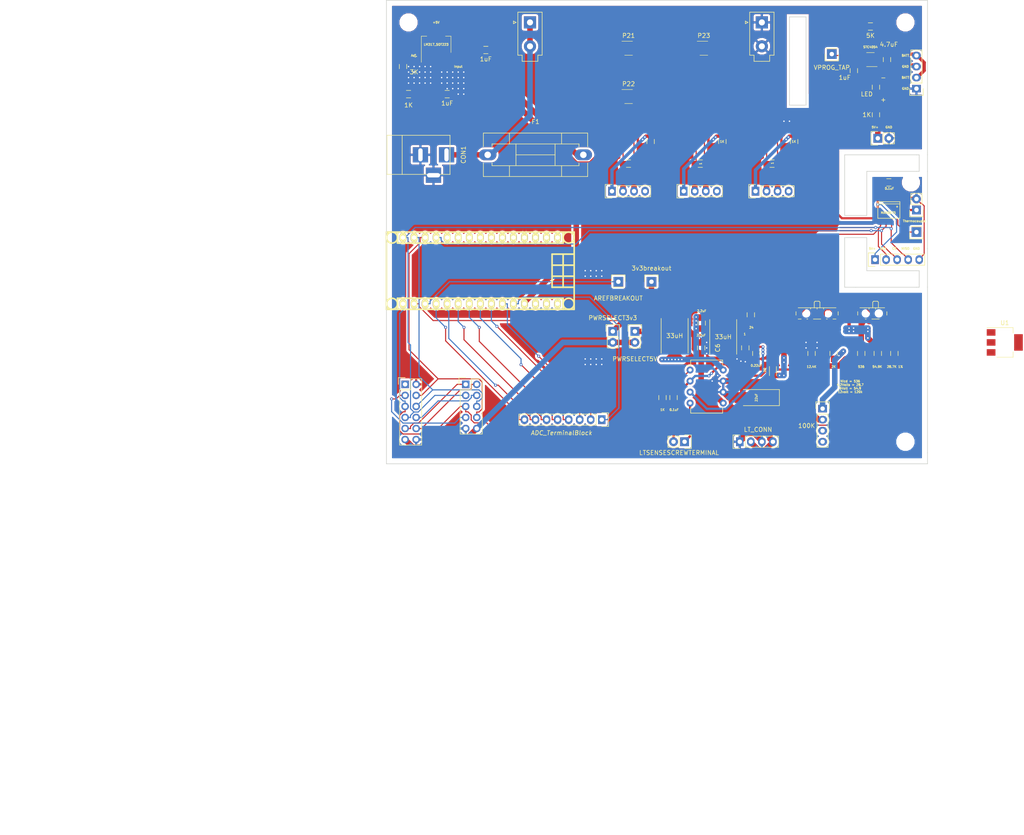
<source format=kicad_pcb>
(kicad_pcb (version 20171130) (host pcbnew 5.0.0-rc2)

  (general
    (thickness 1.6)
    (drawings 54)
    (tracks 699)
    (zones 0)
    (modules 71)
    (nets 76)
  )

  (page USLetter)
  (title_block
    (title "Project Title")
  )

  (layers
    (0 F.Cu signal)
    (31 B.Cu signal)
    (34 B.Paste user)
    (35 F.Paste user)
    (36 B.SilkS user)
    (37 F.SilkS user)
    (38 B.Mask user)
    (39 F.Mask user)
    (40 Dwgs.User user)
    (44 Edge.Cuts user)
    (46 B.CrtYd user)
    (47 F.CrtYd user)
    (48 B.Fab user)
    (49 F.Fab user)
  )

  (setup
    (last_trace_width 0.254)
    (user_trace_width 0.1524)
    (user_trace_width 0.254)
    (user_trace_width 0.3302)
    (user_trace_width 0.508)
    (user_trace_width 0.762)
    (user_trace_width 1.27)
    (trace_clearance 0.254)
    (zone_clearance 0.508)
    (zone_45_only no)
    (trace_min 0.1524)
    (segment_width 0.1524)
    (edge_width 0.1524)
    (via_size 0.6858)
    (via_drill 0.3302)
    (via_min_size 0.6604)
    (via_min_drill 0.3302)
    (user_via 0.6858 0.3302)
    (user_via 0.762 0.4064)
    (user_via 0.8636 0.508)
    (uvia_size 0.6858)
    (uvia_drill 0.3302)
    (uvias_allowed no)
    (uvia_min_size 0)
    (uvia_min_drill 0)
    (pcb_text_width 0.1524)
    (pcb_text_size 1.016 1.016)
    (mod_edge_width 0.1524)
    (mod_text_size 1.016 1.016)
    (mod_text_width 0.1524)
    (pad_size 2.032 2.032)
    (pad_drill 1.016)
    (pad_to_mask_clearance 0.0762)
    (solder_mask_min_width 0.1016)
    (pad_to_paste_clearance -0.0762)
    (aux_axis_origin 0 0)
    (visible_elements 7FFFFFFF)
    (pcbplotparams
      (layerselection 0x310fc_ffffffff)
      (usegerberextensions true)
      (usegerberattributes false)
      (usegerberadvancedattributes false)
      (creategerberjobfile false)
      (excludeedgelayer true)
      (linewidth 0.100000)
      (plotframeref false)
      (viasonmask false)
      (mode 1)
      (useauxorigin false)
      (hpglpennumber 1)
      (hpglpenspeed 20)
      (hpglpendiameter 15)
      (psnegative false)
      (psa4output false)
      (plotreference true)
      (plotvalue true)
      (plotinvisibletext false)
      (padsonsilk false)
      (subtractmaskfromsilk false)
      (outputformat 1)
      (mirror false)
      (drillshape 0)
      (scaleselection 1)
      (outputdirectory gerbers_042119/))
  )

  (net 0 "")
  (net 1 GND)
  (net 2 +5V)
  (net 3 /STC4054_Liion_Charge/BAT_LIION_CHRG)
  (net 4 "Net-(C4-Pad1)")
  (net 5 /LT1512/Vsw)
  (net 6 "Net-(C7-Pad2)")
  (net 7 /LT1512/Vcomp)
  (net 8 "Net-(C8-Pad1)")
  (net 9 /LT1512/I_Feedback)
  (net 10 /LT1512/LT_BATCHRG)
  (net 11 "Net-(D1-Pad2)")
  (net 12 /STC4054_Liion_Charge/CHRG)
  (net 13 +12V)
  (net 14 "Net-(J1-Pad1)")
  (net 15 "Net-(J1-Pad2)")
  (net 16 "Net-(J1-Pad3)")
  (net 17 "Net-(J1-Pad5)")
  (net 18 "Net-(J1-Pad6)")
  (net 19 "Net-(J1-Pad7)")
  (net 20 "Net-(J1-Pad8)")
  (net 21 "Net-(J1-Pad9)")
  (net 22 "Net-(J1-Pad10)")
  (net 23 "Net-(J1-Pad11)")
  (net 24 /MAX_CS)
  (net 25 /NANO_CS)
  (net 26 /NANO_MOSI)
  (net 27 /NANO_MISO)
  (net 28 /NANO_SCK)
  (net 29 "Net-(J1-Pad17)")
  (net 30 "Net-(J1-Pad18)")
  (net 31 "Net-(J1-Pad19)")
  (net 32 "Net-(J1-Pad20)")
  (net 33 "Net-(J1-Pad21)")
  (net 34 "Net-(J1-Pad22)")
  (net 35 "Net-(J1-Pad23)")
  (net 36 "Net-(J1-Pad24)")
  (net 37 "Net-(J1-Pad25)")
  (net 38 "Net-(J1-Pad26)")
  (net 39 "Net-(J1-Pad28)")
  (net 40 "Net-(J1-Pad30)")
  (net 41 /LT1512/LT_IFEEDBACK)
  (net 42 "Net-(P4-Pad4)")
  (net 43 /CurrentSense_INA169_1/LOADOUT)
  (net 44 /CurrentSense_INA169_1/LOADIN)
  (net 45 /CurrentSense_INA169_1/CurrentOUT)
  (net 46 /sheet5CBEAB48/CurrentOUT)
  (net 47 /sheet5CBEAB48/LOADIN)
  (net 48 /sheet5CBEAB48/LOADOUT)
  (net 49 "Net-(P5-Pad4)")
  (net 50 "Net-(P6-Pad4)")
  (net 51 /sheet5CBEAC38/LOADOUT)
  (net 52 /sheet5CBEAC38/LOADIN)
  (net 53 /sheet5CBEAC38/CurrentOUT)
  (net 54 /STC4054_Liion_Charge/PROG)
  (net 55 /MAX6675/T+)
  (net 56 /MAX6675/NC)
  (net 57 /ENC28J60/VCC_Branch)
  (net 58 /ENC28J60/INT)
  (net 59 /ENC28J60/CLKOUT)
  (net 60 /ENC28J60/WOL)
  (net 61 /ENC28J60/RSTENC)
  (net 62 /ENC28J60/Q3)
  (net 63 /LT1512/LT_FloatVoltage)
  (net 64 /LT1512/LTShutdownPin)
  (net 65 "Net-(R3-Pad2)")
  (net 66 "Net-(R5-Pad1)")
  (net 67 "Net-(R6-Pad1)")
  (net 68 "Net-(R7-Pad1)")
  (net 69 "Net-(R8-Pad1)")
  (net 70 "Net-(R8-Pad2)")
  (net 71 +3V3)
  (net 72 "Net-(U1-Pad2)")
  (net 73 "Net-(U1-Pad3)")
  (net 74 "Net-(U1-Pad1)")
  (net 75 "Net-(SW1-Pad2)")

  (net_class Default "This is the default net class."
    (clearance 0.254)
    (trace_width 0.254)
    (via_dia 0.6858)
    (via_drill 0.3302)
    (uvia_dia 0.6858)
    (uvia_drill 0.3302)
    (add_net +12V)
    (add_net +3V3)
    (add_net +5V)
    (add_net /CurrentSense_INA169_1/CurrentOUT)
    (add_net /CurrentSense_INA169_1/LOADIN)
    (add_net /CurrentSense_INA169_1/LOADOUT)
    (add_net /ENC28J60/CLKOUT)
    (add_net /ENC28J60/INT)
    (add_net /ENC28J60/Q3)
    (add_net /ENC28J60/RSTENC)
    (add_net /ENC28J60/VCC_Branch)
    (add_net /ENC28J60/WOL)
    (add_net /LT1512/I_Feedback)
    (add_net /LT1512/LTShutdownPin)
    (add_net /LT1512/LT_BATCHRG)
    (add_net /LT1512/LT_FloatVoltage)
    (add_net /LT1512/LT_IFEEDBACK)
    (add_net /LT1512/Vcomp)
    (add_net /LT1512/Vsw)
    (add_net /MAX6675/NC)
    (add_net /MAX6675/T+)
    (add_net /MAX_CS)
    (add_net /NANO_CS)
    (add_net /NANO_MISO)
    (add_net /NANO_MOSI)
    (add_net /NANO_SCK)
    (add_net /STC4054_Liion_Charge/BAT_LIION_CHRG)
    (add_net /STC4054_Liion_Charge/CHRG)
    (add_net /STC4054_Liion_Charge/PROG)
    (add_net /sheet5CBEAB48/CurrentOUT)
    (add_net /sheet5CBEAB48/LOADIN)
    (add_net /sheet5CBEAB48/LOADOUT)
    (add_net /sheet5CBEAC38/CurrentOUT)
    (add_net /sheet5CBEAC38/LOADIN)
    (add_net /sheet5CBEAC38/LOADOUT)
    (add_net GND)
    (add_net "Net-(C4-Pad1)")
    (add_net "Net-(C7-Pad2)")
    (add_net "Net-(C8-Pad1)")
    (add_net "Net-(D1-Pad2)")
    (add_net "Net-(J1-Pad1)")
    (add_net "Net-(J1-Pad10)")
    (add_net "Net-(J1-Pad11)")
    (add_net "Net-(J1-Pad17)")
    (add_net "Net-(J1-Pad18)")
    (add_net "Net-(J1-Pad19)")
    (add_net "Net-(J1-Pad2)")
    (add_net "Net-(J1-Pad20)")
    (add_net "Net-(J1-Pad21)")
    (add_net "Net-(J1-Pad22)")
    (add_net "Net-(J1-Pad23)")
    (add_net "Net-(J1-Pad24)")
    (add_net "Net-(J1-Pad25)")
    (add_net "Net-(J1-Pad26)")
    (add_net "Net-(J1-Pad28)")
    (add_net "Net-(J1-Pad3)")
    (add_net "Net-(J1-Pad30)")
    (add_net "Net-(J1-Pad5)")
    (add_net "Net-(J1-Pad6)")
    (add_net "Net-(J1-Pad7)")
    (add_net "Net-(J1-Pad8)")
    (add_net "Net-(J1-Pad9)")
    (add_net "Net-(P4-Pad4)")
    (add_net "Net-(P5-Pad4)")
    (add_net "Net-(P6-Pad4)")
    (add_net "Net-(R3-Pad2)")
    (add_net "Net-(R5-Pad1)")
    (add_net "Net-(R6-Pad1)")
    (add_net "Net-(R7-Pad1)")
    (add_net "Net-(R8-Pad1)")
    (add_net "Net-(R8-Pad2)")
    (add_net "Net-(SW1-Pad2)")
    (add_net "Net-(U1-Pad1)")
    (add_net "Net-(U1-Pad2)")
    (add_net "Net-(U1-Pad3)")
  )

  (module Capacitors_SMD:C_0805_HandSoldering (layer F.Cu) (tedit 5CBD07B9) (tstamp 5CC60F97)
    (at 178.642 64.4427 270)
    (descr "Capacitor SMD 0805, hand soldering")
    (tags "capacitor 0805")
    (path /5CBBEAA9/5CBBFBC6)
    (attr smd)
    (fp_text reference C1 (at 0 -2.1 270) (layer F.SilkS) hide
      (effects (font (size 1 1) (thickness 0.15)))
    )
    (fp_text value 1uF (at 1.5973 2.112) (layer F.SilkS)
      (effects (font (size 1 1) (thickness 0.15)))
    )
    (fp_line (start -0.5 0.85) (end 0.5 0.85) (layer F.SilkS) (width 0.15))
    (fp_line (start 0.5 -0.85) (end -0.5 -0.85) (layer F.SilkS) (width 0.15))
    (fp_line (start 2.3 -1) (end 2.3 1) (layer F.CrtYd) (width 0.05))
    (fp_line (start -2.3 -1) (end -2.3 1) (layer F.CrtYd) (width 0.05))
    (fp_line (start -2.3 1) (end 2.3 1) (layer F.CrtYd) (width 0.05))
    (fp_line (start -2.3 -1) (end 2.3 -1) (layer F.CrtYd) (width 0.05))
    (fp_line (start -1 -0.625) (end 1 -0.625) (layer F.Fab) (width 0.15))
    (fp_line (start 1 -0.625) (end 1 0.625) (layer F.Fab) (width 0.15))
    (fp_line (start 1 0.625) (end -1 0.625) (layer F.Fab) (width 0.15))
    (fp_line (start -1 0.625) (end -1 -0.625) (layer F.Fab) (width 0.15))
    (pad 2 smd rect (at 1.25 0 270) (size 1.5 1.25) (layers F.Cu F.Paste F.Mask)
      (net 1 GND))
    (pad 1 smd rect (at -1.25 0 270) (size 1.5 1.25) (layers F.Cu F.Paste F.Mask)
      (net 2 +5V))
    (model Capacitors_SMD.3dshapes/C_0805_HandSoldering.wrl
      (at (xyz 0 0 0))
      (scale (xyz 1 1 1))
      (rotate (xyz 0 0 0))
    )
  )

  (module Capacitors_SMD:C_0805_HandSoldering (layer F.Cu) (tedit 5CBD07D6) (tstamp 5CC60FA7)
    (at 186.262 61.9027 270)
    (descr "Capacitor SMD 0805, hand soldering")
    (tags "capacitor 0805")
    (path /5CBBEAA9/5CBC0798)
    (attr smd)
    (fp_text reference C2 (at 0 -2.1 270) (layer F.SilkS) hide
      (effects (font (size 1 1) (thickness 0.15)))
    )
    (fp_text value 4.7uF (at -3.482743 -0.428) (layer F.SilkS)
      (effects (font (size 1 1) (thickness 0.15)))
    )
    (fp_line (start -1 0.625) (end -1 -0.625) (layer F.Fab) (width 0.15))
    (fp_line (start 1 0.625) (end -1 0.625) (layer F.Fab) (width 0.15))
    (fp_line (start 1 -0.625) (end 1 0.625) (layer F.Fab) (width 0.15))
    (fp_line (start -1 -0.625) (end 1 -0.625) (layer F.Fab) (width 0.15))
    (fp_line (start -2.3 -1) (end 2.3 -1) (layer F.CrtYd) (width 0.05))
    (fp_line (start -2.3 1) (end 2.3 1) (layer F.CrtYd) (width 0.05))
    (fp_line (start -2.3 -1) (end -2.3 1) (layer F.CrtYd) (width 0.05))
    (fp_line (start 2.3 -1) (end 2.3 1) (layer F.CrtYd) (width 0.05))
    (fp_line (start 0.5 -0.85) (end -0.5 -0.85) (layer F.SilkS) (width 0.15))
    (fp_line (start -0.5 0.85) (end 0.5 0.85) (layer F.SilkS) (width 0.15))
    (pad 1 smd rect (at -1.25 0 270) (size 1.5 1.25) (layers F.Cu F.Paste F.Mask)
      (net 3 /STC4054_Liion_Charge/BAT_LIION_CHRG))
    (pad 2 smd rect (at 1.25 0 270) (size 1.5 1.25) (layers F.Cu F.Paste F.Mask)
      (net 1 GND))
    (model Capacitors_SMD.3dshapes/C_0805_HandSoldering.wrl
      (at (xyz 0 0 0))
      (scale (xyz 1 1 1))
      (rotate (xyz 0 0 0))
    )
  )

  (module Capacitors_SMD:C_0805_HandSoldering (layer F.Cu) (tedit 5CBD055A) (tstamp 5CC60FB7)
    (at 186.69 90.17)
    (descr "Capacitor SMD 0805, hand soldering")
    (tags "capacitor 0805")
    (path /5CBC1777/5CBC1EC5)
    (attr smd)
    (fp_text reference C3 (at 0 -2.1) (layer F.Fab)
      (effects (font (size 1 1) (thickness 0.15)))
    )
    (fp_text value 0.1uF (at 0.127 1.397) (layer F.SilkS)
      (effects (font (size 0.508 0.508) (thickness 0.127)))
    )
    (fp_line (start -0.5 0.85) (end 0.5 0.85) (layer F.SilkS) (width 0.15))
    (fp_line (start 0.5 -0.85) (end -0.5 -0.85) (layer F.SilkS) (width 0.15))
    (fp_line (start 2.3 -1) (end 2.3 1) (layer F.CrtYd) (width 0.05))
    (fp_line (start -2.3 -1) (end -2.3 1) (layer F.CrtYd) (width 0.05))
    (fp_line (start -2.3 1) (end 2.3 1) (layer F.CrtYd) (width 0.05))
    (fp_line (start -2.3 -1) (end 2.3 -1) (layer F.CrtYd) (width 0.05))
    (fp_line (start -1 -0.625) (end 1 -0.625) (layer F.Fab) (width 0.15))
    (fp_line (start 1 -0.625) (end 1 0.625) (layer F.Fab) (width 0.15))
    (fp_line (start 1 0.625) (end -1 0.625) (layer F.Fab) (width 0.15))
    (fp_line (start -1 0.625) (end -1 -0.625) (layer F.Fab) (width 0.15))
    (pad 2 smd rect (at 1.25 0) (size 1.5 1.25) (layers F.Cu F.Paste F.Mask)
      (net 1 GND))
    (pad 1 smd rect (at -1.25 0) (size 1.5 1.25) (layers F.Cu F.Paste F.Mask)
      (net 2 +5V))
    (model Capacitors_SMD.3dshapes/C_0805_HandSoldering.wrl
      (at (xyz 0 0 0))
      (scale (xyz 1 1 1))
      (rotate (xyz 0 0 0))
    )
  )

  (module Capacitors_SMD:C_0805_HandSoldering (layer F.Cu) (tedit 5CBD0AF6) (tstamp 5CC60FC7)
    (at 93.98 59.69)
    (descr "Capacitor SMD 0805, hand soldering")
    (tags "capacitor 0805")
    (path /5CBC4AC4/5CBC5531)
    (attr smd)
    (fp_text reference C4 (at 0 -2.1) (layer F.SilkS) hide
      (effects (font (size 1 1) (thickness 0.15)))
    )
    (fp_text value 1uF (at 0 2.1) (layer F.SilkS)
      (effects (font (size 1 1) (thickness 0.15)))
    )
    (fp_line (start -0.5 0.85) (end 0.5 0.85) (layer F.SilkS) (width 0.15))
    (fp_line (start 0.5 -0.85) (end -0.5 -0.85) (layer F.SilkS) (width 0.15))
    (fp_line (start 2.3 -1) (end 2.3 1) (layer F.CrtYd) (width 0.05))
    (fp_line (start -2.3 -1) (end -2.3 1) (layer F.CrtYd) (width 0.05))
    (fp_line (start -2.3 1) (end 2.3 1) (layer F.CrtYd) (width 0.05))
    (fp_line (start -2.3 -1) (end 2.3 -1) (layer F.CrtYd) (width 0.05))
    (fp_line (start -1 -0.625) (end 1 -0.625) (layer F.Fab) (width 0.15))
    (fp_line (start 1 -0.625) (end 1 0.625) (layer F.Fab) (width 0.15))
    (fp_line (start 1 0.625) (end -1 0.625) (layer F.Fab) (width 0.15))
    (fp_line (start -1 0.625) (end -1 -0.625) (layer F.Fab) (width 0.15))
    (pad 2 smd rect (at 1.25 0) (size 1.5 1.25) (layers F.Cu F.Paste F.Mask)
      (net 1 GND))
    (pad 1 smd rect (at -1.25 0) (size 1.5 1.25) (layers F.Cu F.Paste F.Mask)
      (net 4 "Net-(C4-Pad1)"))
    (model Capacitors_SMD.3dshapes/C_0805_HandSoldering.wrl
      (at (xyz 0 0 0))
      (scale (xyz 1 1 1))
      (rotate (xyz 0 0 0))
    )
  )

  (module Capacitors_SMD:C_0805_HandSoldering (layer F.Cu) (tedit 5CBD0AE3) (tstamp 5CC60FD7)
    (at 85.09 69.85)
    (descr "Capacitor SMD 0805, hand soldering")
    (tags "capacitor 0805")
    (path /5CBC4AC4/5CBC54F0)
    (attr smd)
    (fp_text reference C5 (at 0 -2.1) (layer F.SilkS) hide
      (effects (font (size 1 1) (thickness 0.15)))
    )
    (fp_text value 1uF (at 0 2.1) (layer F.SilkS)
      (effects (font (size 1 1) (thickness 0.15)))
    )
    (fp_line (start -0.5 0.85) (end 0.5 0.85) (layer F.SilkS) (width 0.15))
    (fp_line (start 0.5 -0.85) (end -0.5 -0.85) (layer F.SilkS) (width 0.15))
    (fp_line (start 2.3 -1) (end 2.3 1) (layer F.CrtYd) (width 0.05))
    (fp_line (start -2.3 -1) (end -2.3 1) (layer F.CrtYd) (width 0.05))
    (fp_line (start -2.3 1) (end 2.3 1) (layer F.CrtYd) (width 0.05))
    (fp_line (start -2.3 -1) (end 2.3 -1) (layer F.CrtYd) (width 0.05))
    (fp_line (start -1 -0.625) (end 1 -0.625) (layer F.Fab) (width 0.15))
    (fp_line (start 1 -0.625) (end 1 0.625) (layer F.Fab) (width 0.15))
    (fp_line (start 1 0.625) (end -1 0.625) (layer F.Fab) (width 0.15))
    (fp_line (start -1 0.625) (end -1 -0.625) (layer F.Fab) (width 0.15))
    (pad 2 smd rect (at 1.25 0) (size 1.5 1.25) (layers F.Cu F.Paste F.Mask)
      (net 1 GND))
    (pad 1 smd rect (at -1.25 0) (size 1.5 1.25) (layers F.Cu F.Paste F.Mask)
      (net 2 +5V))
    (model Capacitors_SMD.3dshapes/C_0805_HandSoldering.wrl
      (at (xyz 0 0 0))
      (scale (xyz 1 1 1))
      (rotate (xyz 0 0 0))
    )
  )

  (module Capacitors_SMD:C_0805_HandSoldering (layer F.Cu) (tedit 5CBD06E0) (tstamp 5CC60FE7)
    (at 143.51 128.27 90)
    (descr "Capacitor SMD 0805, hand soldering")
    (tags "capacitor 0805")
    (path /5CBC6C0A/5CBC7FC7)
    (attr smd)
    (fp_text reference C6 (at 0 3.81 90) (layer F.SilkS)
      (effects (font (size 1 1) (thickness 0.15)))
    )
    (fp_text value 2.2uF (at 2.921 0 180) (layer F.SilkS)
      (effects (font (size 0.508 0.508) (thickness 0.127)))
    )
    (fp_line (start -0.5 0.85) (end 0.5 0.85) (layer F.SilkS) (width 0.15))
    (fp_line (start 0.5 -0.85) (end -0.5 -0.85) (layer F.SilkS) (width 0.15))
    (fp_line (start 2.3 -1) (end 2.3 1) (layer F.CrtYd) (width 0.05))
    (fp_line (start -2.3 -1) (end -2.3 1) (layer F.CrtYd) (width 0.05))
    (fp_line (start -2.3 1) (end 2.3 1) (layer F.CrtYd) (width 0.05))
    (fp_line (start -2.3 -1) (end 2.3 -1) (layer F.CrtYd) (width 0.05))
    (fp_line (start -1 -0.625) (end 1 -0.625) (layer F.Fab) (width 0.15))
    (fp_line (start 1 -0.625) (end 1 0.625) (layer F.Fab) (width 0.15))
    (fp_line (start 1 0.625) (end -1 0.625) (layer F.Fab) (width 0.15))
    (fp_line (start -1 0.625) (end -1 -0.625) (layer F.Fab) (width 0.15))
    (pad 2 smd rect (at 1.25 0 90) (size 1.5 1.25) (layers F.Cu F.Paste F.Mask)
      (net 1 GND))
    (pad 1 smd rect (at -1.25 0 90) (size 1.5 1.25) (layers F.Cu F.Paste F.Mask)
      (net 2 +5V))
    (model Capacitors_SMD.3dshapes/C_0805_HandSoldering.wrl
      (at (xyz 0 0 0))
      (scale (xyz 1 1 1))
      (rotate (xyz 0 0 0))
    )
  )

  (module Capacitors_SMD:C_0805_HandSoldering (layer F.Cu) (tedit 5CBD0637) (tstamp 5CC60FF7)
    (at 143.637 122.555 270)
    (descr "Capacitor SMD 0805, hand soldering")
    (tags "capacitor 0805")
    (path /5CBC6C0A/5CBCA445)
    (attr smd)
    (fp_text reference C7 (at 0 -2.1 270) (layer F.Fab)
      (effects (font (size 1 1) (thickness 0.15)))
    )
    (fp_text value 2.2uF (at -2.794 0) (layer F.SilkS)
      (effects (font (size 0.508 0.508) (thickness 0.127)))
    )
    (fp_line (start -1 0.625) (end -1 -0.625) (layer F.Fab) (width 0.15))
    (fp_line (start 1 0.625) (end -1 0.625) (layer F.Fab) (width 0.15))
    (fp_line (start 1 -0.625) (end 1 0.625) (layer F.Fab) (width 0.15))
    (fp_line (start -1 -0.625) (end 1 -0.625) (layer F.Fab) (width 0.15))
    (fp_line (start -2.3 -1) (end 2.3 -1) (layer F.CrtYd) (width 0.05))
    (fp_line (start -2.3 1) (end 2.3 1) (layer F.CrtYd) (width 0.05))
    (fp_line (start -2.3 -1) (end -2.3 1) (layer F.CrtYd) (width 0.05))
    (fp_line (start 2.3 -1) (end 2.3 1) (layer F.CrtYd) (width 0.05))
    (fp_line (start 0.5 -0.85) (end -0.5 -0.85) (layer F.SilkS) (width 0.15))
    (fp_line (start -0.5 0.85) (end 0.5 0.85) (layer F.SilkS) (width 0.15))
    (pad 1 smd rect (at -1.25 0 270) (size 1.5 1.25) (layers F.Cu F.Paste F.Mask)
      (net 5 /LT1512/Vsw))
    (pad 2 smd rect (at 1.25 0 270) (size 1.5 1.25) (layers F.Cu F.Paste F.Mask)
      (net 6 "Net-(C7-Pad2)"))
    (model Capacitors_SMD.3dshapes/C_0805_HandSoldering.wrl
      (at (xyz 0 0 0))
      (scale (xyz 1 1 1))
      (rotate (xyz 0 0 0))
    )
  )

  (module Capacitors_SMD:C_0805_HandSoldering (layer F.Cu) (tedit 5CBD05B1) (tstamp 5CC61007)
    (at 137.16 139.7 90)
    (descr "Capacitor SMD 0805, hand soldering")
    (tags "capacitor 0805")
    (path /5CBC6C0A/5CBC8B80)
    (attr smd)
    (fp_text reference C8 (at 0 -2.1 90) (layer F.Fab) hide
      (effects (font (size 1 1) (thickness 0.15)))
    )
    (fp_text value 0.1uF (at -2.794 0.127 180) (layer F.SilkS)
      (effects (font (size 0.508 0.508) (thickness 0.127)))
    )
    (fp_line (start -0.5 0.85) (end 0.5 0.85) (layer F.SilkS) (width 0.15))
    (fp_line (start 0.5 -0.85) (end -0.5 -0.85) (layer F.SilkS) (width 0.15))
    (fp_line (start 2.3 -1) (end 2.3 1) (layer F.CrtYd) (width 0.05))
    (fp_line (start -2.3 -1) (end -2.3 1) (layer F.CrtYd) (width 0.05))
    (fp_line (start -2.3 1) (end 2.3 1) (layer F.CrtYd) (width 0.05))
    (fp_line (start -2.3 -1) (end 2.3 -1) (layer F.CrtYd) (width 0.05))
    (fp_line (start -1 -0.625) (end 1 -0.625) (layer F.Fab) (width 0.15))
    (fp_line (start 1 -0.625) (end 1 0.625) (layer F.Fab) (width 0.15))
    (fp_line (start 1 0.625) (end -1 0.625) (layer F.Fab) (width 0.15))
    (fp_line (start -1 0.625) (end -1 -0.625) (layer F.Fab) (width 0.15))
    (pad 2 smd rect (at 1.25 0 90) (size 1.5 1.25) (layers F.Cu F.Paste F.Mask)
      (net 7 /LT1512/Vcomp))
    (pad 1 smd rect (at -1.25 0 90) (size 1.5 1.25) (layers F.Cu F.Paste F.Mask)
      (net 8 "Net-(C8-Pad1)"))
    (model Capacitors_SMD.3dshapes/C_0805_HandSoldering.wrl
      (at (xyz 0 0 0))
      (scale (xyz 1 1 1))
      (rotate (xyz 0 0 0))
    )
  )

  (module Capacitors_SMD:C_0805_HandSoldering (layer F.Cu) (tedit 5CBD05E0) (tstamp 5CC61017)
    (at 156.21 129.54 270)
    (descr "Capacitor SMD 0805, hand soldering")
    (tags "capacitor 0805")
    (path /5CBC6C0A/5CBC988F)
    (attr smd)
    (fp_text reference C9 (at 0 -2.1 270) (layer F.SilkS) hide
      (effects (font (size 1 1) (thickness 0.15)))
    )
    (fp_text value 0.22uF (at 2.794 0) (layer F.SilkS)
      (effects (font (size 0.508 0.508) (thickness 0.127)))
    )
    (fp_line (start -1 0.625) (end -1 -0.625) (layer F.Fab) (width 0.15))
    (fp_line (start 1 0.625) (end -1 0.625) (layer F.Fab) (width 0.15))
    (fp_line (start 1 -0.625) (end 1 0.625) (layer F.Fab) (width 0.15))
    (fp_line (start -1 -0.625) (end 1 -0.625) (layer F.Fab) (width 0.15))
    (fp_line (start -2.3 -1) (end 2.3 -1) (layer F.CrtYd) (width 0.05))
    (fp_line (start -2.3 1) (end 2.3 1) (layer F.CrtYd) (width 0.05))
    (fp_line (start -2.3 -1) (end -2.3 1) (layer F.CrtYd) (width 0.05))
    (fp_line (start 2.3 -1) (end 2.3 1) (layer F.CrtYd) (width 0.05))
    (fp_line (start 0.5 -0.85) (end -0.5 -0.85) (layer F.SilkS) (width 0.15))
    (fp_line (start -0.5 0.85) (end 0.5 0.85) (layer F.SilkS) (width 0.15))
    (pad 1 smd rect (at -1.25 0 270) (size 1.5 1.25) (layers F.Cu F.Paste F.Mask)
      (net 9 /LT1512/I_Feedback))
    (pad 2 smd rect (at 1.25 0 270) (size 1.5 1.25) (layers F.Cu F.Paste F.Mask)
      (net 1 GND))
    (model Capacitors_SMD.3dshapes/C_0805_HandSoldering.wrl
      (at (xyz 0 0 0))
      (scale (xyz 1 1 1))
      (rotate (xyz 0 0 0))
    )
  )

  (module Capacitors_Tantalum_SMD:Tantalum_Case-C_EIA-6032-28_Hand (layer F.Cu) (tedit 5CBD05C1) (tstamp 5CC6102A)
    (at 156.21 139.7 180)
    (descr "Tantalum capacitor, Case C, EIA 6032-28, 6.0x3.2x2.5mm, Hand soldering footprint")
    (tags "capacitor tantalum smd")
    (path /5CBC6C0A/5CBCF221)
    (attr smd)
    (fp_text reference C10 (at 0 -3.35 180) (layer F.Fab)
      (effects (font (size 1 1) (thickness 0.15)))
    )
    (fp_text value 22uF (at 0 0 270) (layer F.SilkS)
      (effects (font (size 0.508 0.508) (thickness 0.127)))
    )
    (fp_line (start -5.4 -2) (end -5.4 2) (layer F.CrtYd) (width 0.05))
    (fp_line (start -5.4 2) (end 5.4 2) (layer F.CrtYd) (width 0.05))
    (fp_line (start 5.4 2) (end 5.4 -2) (layer F.CrtYd) (width 0.05))
    (fp_line (start 5.4 -2) (end -5.4 -2) (layer F.CrtYd) (width 0.05))
    (fp_line (start -3 -1.6) (end -3 1.6) (layer F.Fab) (width 0.15))
    (fp_line (start -3 1.6) (end 3 1.6) (layer F.Fab) (width 0.15))
    (fp_line (start 3 1.6) (end 3 -1.6) (layer F.Fab) (width 0.15))
    (fp_line (start 3 -1.6) (end -3 -1.6) (layer F.Fab) (width 0.15))
    (fp_line (start -2.4 -1.6) (end -2.4 1.6) (layer F.Fab) (width 0.15))
    (fp_line (start -2.1 -1.6) (end -2.1 1.6) (layer F.Fab) (width 0.15))
    (fp_line (start -5.3 -1.85) (end 3 -1.85) (layer F.SilkS) (width 0.15))
    (fp_line (start -5.3 1.85) (end 3 1.85) (layer F.SilkS) (width 0.15))
    (fp_line (start -5.3 -1.85) (end -5.3 1.85) (layer F.SilkS) (width 0.15))
    (pad 1 smd rect (at -3.125 0 180) (size 3.75 2.5) (layers F.Cu F.Paste F.Mask)
      (net 10 /LT1512/LT_BATCHRG))
    (pad 2 smd rect (at 3.125 0 180) (size 3.75 2.5) (layers F.Cu F.Paste F.Mask)
      (net 1 GND))
    (model Capacitors_Tantalum_SMD.3dshapes/Tantalum_Case-C_EIA-6032-28.wrl
      (at (xyz 0 0 0))
      (scale (xyz 1 1 1))
      (rotate (xyz 0 0 0))
    )
  )

  (module Capacitors_SMD:C_0805_HandSoldering (layer F.Cu) (tedit 5CBD07CD) (tstamp 5CC6103A)
    (at 183.722 68.2527 270)
    (descr "Capacitor SMD 0805, hand soldering")
    (tags "capacitor 0805")
    (path /5CBBEAA9/5CBBF242)
    (attr smd)
    (fp_text reference D1 (at 0 -2.1 270) (layer F.SilkS) hide
      (effects (font (size 1 1) (thickness 0.15)))
    )
    (fp_text value LED (at 1.5973 2.112) (layer F.SilkS)
      (effects (font (size 1 1) (thickness 0.15)))
    )
    (fp_line (start -0.5 0.85) (end 0.5 0.85) (layer F.SilkS) (width 0.15))
    (fp_line (start 0.5 -0.85) (end -0.5 -0.85) (layer F.SilkS) (width 0.15))
    (fp_line (start 2.3 -1) (end 2.3 1) (layer F.CrtYd) (width 0.05))
    (fp_line (start -2.3 -1) (end -2.3 1) (layer F.CrtYd) (width 0.05))
    (fp_line (start -2.3 1) (end 2.3 1) (layer F.CrtYd) (width 0.05))
    (fp_line (start -2.3 -1) (end 2.3 -1) (layer F.CrtYd) (width 0.05))
    (fp_line (start -1 -0.625) (end 1 -0.625) (layer F.Fab) (width 0.15))
    (fp_line (start 1 -0.625) (end 1 0.625) (layer F.Fab) (width 0.15))
    (fp_line (start 1 0.625) (end -1 0.625) (layer F.Fab) (width 0.15))
    (fp_line (start -1 0.625) (end -1 -0.625) (layer F.Fab) (width 0.15))
    (pad 2 smd rect (at 1.25 0 270) (size 1.5 1.25) (layers F.Cu F.Paste F.Mask)
      (net 11 "Net-(D1-Pad2)"))
    (pad 1 smd rect (at -1.25 0 270) (size 1.5 1.25) (layers F.Cu F.Paste F.Mask)
      (net 12 /STC4054_Liion_Charge/CHRG))
    (model Capacitors_SMD.3dshapes/C_0805_HandSoldering.wrl
      (at (xyz 0 0 0))
      (scale (xyz 1 1 1))
      (rotate (xyz 0 0 0))
    )
  )

  (module Diodes_SMD:SOD-323_HandSoldering (layer F.Cu) (tedit 5CC4FD9A) (tstamp 5CC61050)
    (at 160.02 133.35 90)
    (descr SOD-323)
    (tags SOD-323)
    (path /5CBC6C0A/5CBCC66F)
    (attr smd)
    (fp_text reference D2 (at 0 -1.85 90) (layer F.SilkS)
      (effects (font (size 0.508 0.508) (thickness 0.127)))
    )
    (fp_text value D_Schottky (at 0.1 1.9 90) (layer F.Fab)
      (effects (font (size 1 1) (thickness 0.15)))
    )
    (fp_line (start 0.2 0) (end 0.45 0) (layer F.Fab) (width 0.15))
    (fp_line (start 0.2 0.35) (end -0.3 0) (layer F.Fab) (width 0.15))
    (fp_line (start 0.2 -0.35) (end 0.2 0.35) (layer F.Fab) (width 0.15))
    (fp_line (start -0.3 0) (end 0.2 -0.35) (layer F.Fab) (width 0.15))
    (fp_line (start -0.3 0) (end -0.5 0) (layer F.Fab) (width 0.15))
    (fp_line (start -0.3 -0.35) (end -0.3 0.35) (layer F.Fab) (width 0.15))
    (fp_line (start -0.85 0.65) (end -0.85 -0.65) (layer F.Fab) (width 0.15))
    (fp_line (start 0.85 0.65) (end -0.85 0.65) (layer F.Fab) (width 0.15))
    (fp_line (start 0.85 -0.65) (end 0.85 0.65) (layer F.Fab) (width 0.15))
    (fp_line (start -0.85 -0.65) (end 0.85 -0.65) (layer F.Fab) (width 0.15))
    (fp_line (start -1.9 -0.95) (end 1.9 -0.95) (layer F.CrtYd) (width 0.05))
    (fp_line (start 1.9 -0.95) (end 1.9 0.95) (layer F.CrtYd) (width 0.05))
    (fp_line (start -1.9 0.95) (end 1.9 0.95) (layer F.CrtYd) (width 0.05))
    (fp_line (start -1.9 -0.95) (end -1.9 0.95) (layer F.CrtYd) (width 0.05))
    (fp_line (start -1.3 0.8) (end 0.8 0.8) (layer F.SilkS) (width 0.15))
    (fp_line (start -1.3 -0.8) (end 0.8 -0.8) (layer F.SilkS) (width 0.15))
    (pad 1 smd rect (at -1.25 0 90) (size 1 1) (layers F.Cu F.Paste F.Mask)
      (net 10 /LT1512/LT_BATCHRG))
    (pad 2 smd rect (at 1.25 0 90) (size 1 1) (layers F.Cu F.Paste F.Mask)
      (net 6 "Net-(C7-Pad2)"))
    (model Diodes_SMD.3dshapes/SOD-323.wrl
      (at (xyz 0 0 0))
      (scale (xyz 1 1 1))
      (rotate (xyz 0 0 180))
    )
  )

  (module Fuse_Holders_and_Fuses:Fuseholder5x20_horiz_SemiClosed_Casing10x25mm (layer F.Cu) (tedit 0) (tstamp 5CC61069)
    (at 105.41 83.82)
    (descr "Fuseholder, 5x20, Semi closed, horizontal, Casing 10x25mm,")
    (tags "Fuseholder, 5x20, Semi closed, horizontal, Casing 10x25mm, Sicherungshalter, halbgeschlossen,")
    (path /5CBC4AC4/5CBF5A27)
    (fp_text reference F1 (at 0 -7.62) (layer F.SilkS)
      (effects (font (size 1 1) (thickness 0.15)))
    )
    (fp_text value Fuse (at 1.27 7.62) (layer F.Fab)
      (effects (font (size 1 1) (thickness 0.15)))
    )
    (fp_line (start -5.99948 -2.49936) (end -5.99948 -5.00126) (layer F.SilkS) (width 0.15))
    (fp_line (start -5.99948 5.00126) (end -5.99948 2.49936) (layer F.SilkS) (width 0.15))
    (fp_line (start 5.99948 5.00126) (end 5.99948 2.49936) (layer F.SilkS) (width 0.15))
    (fp_line (start 5.99948 -5.00126) (end 5.99948 -2.49936) (layer F.SilkS) (width 0.15))
    (fp_line (start -4.50088 0) (end 4.50088 0) (layer F.SilkS) (width 0.15))
    (fp_line (start -4.50088 -2.49936) (end -4.50088 2.49936) (layer F.SilkS) (width 0.15))
    (fp_line (start 4.50088 -2.49936) (end 4.50088 2.49936) (layer F.SilkS) (width 0.15))
    (fp_line (start 9.99998 -1.89992) (end 9.99998 -2.49936) (layer F.SilkS) (width 0.15))
    (fp_line (start -9.99998 1.89992) (end -9.99998 2.49936) (layer F.SilkS) (width 0.15))
    (fp_line (start -9.99998 2.49936) (end 9.99998 2.49936) (layer F.SilkS) (width 0.15))
    (fp_line (start 9.99998 2.49936) (end 9.99998 1.89992) (layer F.SilkS) (width 0.15))
    (fp_line (start 9.99998 -2.49936) (end -9.99998 -2.49936) (layer F.SilkS) (width 0.15))
    (fp_line (start -9.99998 -2.49936) (end -9.99998 -1.89992) (layer F.SilkS) (width 0.15))
    (fp_line (start 11.99896 -1.89992) (end 11.99896 -5.00126) (layer F.SilkS) (width 0.15))
    (fp_line (start -11.99896 1.89992) (end -11.99896 5.00126) (layer F.SilkS) (width 0.15))
    (fp_line (start -11.99896 5.00126) (end 11.99896 5.00126) (layer F.SilkS) (width 0.15))
    (fp_line (start 11.99896 5.00126) (end 11.99896 1.89992) (layer F.SilkS) (width 0.15))
    (fp_line (start 11.99896 -5.00126) (end -11.99896 -5.00126) (layer F.SilkS) (width 0.15))
    (fp_line (start -11.99896 -5.00126) (end -11.99896 -1.89992) (layer F.SilkS) (width 0.15))
    (pad 2 thru_hole oval (at 11.00074 0 270) (size 2.49936 4.0005) (drill 1.50114) (layers *.Cu *.Mask)
      (net 4 "Net-(C4-Pad1)"))
    (pad 1 thru_hole oval (at -11.00074 0 270) (size 2.49936 4.0005) (drill 1.50114) (layers *.Cu *.Mask)
      (net 13 +12V))
  )

  (module w_conn_misc:arduino_nano_header (layer F.Cu) (tedit 5CBD0BE8) (tstamp 5CC6109F)
    (at 92.71 110.49 180)
    (descr "Arduino Nano Header")
    (tags Arduino)
    (path /5CBECE63)
    (fp_text reference J1 (at 0 1.27 180) (layer B.Fab)
      (effects (font (size 1.016 1.016) (thickness 0.2032)) (justify mirror))
    )
    (fp_text value Arduino_Nano_Header (at -7.62 1.27 180) (layer F.SilkS) hide
      (effects (font (size 1.016 0.889) (thickness 0.2032)))
    )
    (fp_line (start -16.51 -1.27) (end -21.59 -1.27) (layer F.SilkS) (width 0.381))
    (fp_line (start -16.51 1.27) (end -21.59 1.27) (layer F.SilkS) (width 0.381))
    (fp_line (start -19.05 -3.81) (end -19.05 3.81) (layer F.SilkS) (width 0.381))
    (fp_line (start -21.59 -3.81) (end -16.51 -3.81) (layer F.SilkS) (width 0.381))
    (fp_line (start -16.51 -3.81) (end -16.51 3.81) (layer F.SilkS) (width 0.381))
    (fp_line (start -16.51 3.81) (end -21.59 3.81) (layer F.SilkS) (width 0.381))
    (fp_line (start 21.59 -8.89) (end -21.59 -8.89) (layer F.SilkS) (width 0.381))
    (fp_line (start -21.59 8.89) (end 21.59 8.89) (layer F.SilkS) (width 0.381))
    (fp_line (start -21.59 8.89) (end -21.59 -8.89) (layer F.SilkS) (width 0.381))
    (fp_line (start 21.59 8.89) (end 21.59 -8.89) (layer F.SilkS) (width 0.381))
    (fp_circle (center -20.32 -7.62) (end -21.59 -7.62) (layer F.SilkS) (width 0.381))
    (fp_circle (center -20.32 7.62) (end -21.59 7.62) (layer F.SilkS) (width 0.381))
    (fp_circle (center 20.32 -7.62) (end 21.59 -7.62) (layer F.SilkS) (width 0.381))
    (fp_circle (center 20.32 7.62) (end 21.59 7.62) (layer F.SilkS) (width 0.381))
    (fp_line (start 19.05 -6.35) (end -19.05 -6.35) (layer F.SilkS) (width 0.381))
    (fp_line (start -19.05 6.35) (end 19.05 6.35) (layer F.SilkS) (width 0.381))
    (fp_line (start 19.05 8.89) (end 19.05 6.35) (layer F.SilkS) (width 0.381))
    (fp_line (start 19.05 -6.35) (end 19.05 -8.89) (layer F.SilkS) (width 0.381))
    (fp_line (start -19.05 -8.89) (end -19.05 -6.35) (layer F.SilkS) (width 0.381))
    (fp_line (start -19.05 8.89) (end -19.05 6.35) (layer F.SilkS) (width 0.381))
    (pad 1 thru_hole oval (at -17.78 7.62 180) (size 1.524 2.19964) (drill 1.00076) (layers *.Cu *.Mask F.SilkS)
      (net 14 "Net-(J1-Pad1)"))
    (pad 2 thru_hole oval (at -15.24 7.62 180) (size 1.524 2.19964) (drill 1.00076) (layers *.Cu *.Mask F.SilkS)
      (net 15 "Net-(J1-Pad2)"))
    (pad 3 thru_hole oval (at -12.7 7.62 180) (size 1.524 2.19964) (drill 1.00076) (layers *.Cu *.Mask F.SilkS)
      (net 16 "Net-(J1-Pad3)"))
    (pad 4 thru_hole oval (at -10.16 7.62 180) (size 1.524 2.19964) (drill 1.00076) (layers *.Cu *.Mask F.SilkS)
      (net 1 GND))
    (pad 5 thru_hole oval (at -7.62 7.62 180) (size 1.524 2.19964) (drill 1.00076) (layers *.Cu *.Mask F.SilkS)
      (net 17 "Net-(J1-Pad5)"))
    (pad 6 thru_hole oval (at -5.08 7.62 180) (size 1.524 2.19964) (drill 1.00076) (layers *.Cu *.Mask F.SilkS)
      (net 18 "Net-(J1-Pad6)"))
    (pad 7 thru_hole oval (at -2.54 7.62 180) (size 1.524 2.19964) (drill 1.00076) (layers *.Cu *.Mask F.SilkS)
      (net 19 "Net-(J1-Pad7)"))
    (pad 8 thru_hole oval (at 0 7.62 180) (size 1.524 2.19964) (drill 1.00076) (layers *.Cu *.Mask F.SilkS)
      (net 20 "Net-(J1-Pad8)"))
    (pad 9 thru_hole oval (at 2.54 7.62 180) (size 1.524 2.19964) (drill 1.00076) (layers *.Cu *.Mask F.SilkS)
      (net 21 "Net-(J1-Pad9)"))
    (pad 10 thru_hole oval (at 5.08 7.62 180) (size 1.524 2.19964) (drill 1.00076) (layers *.Cu *.Mask F.SilkS)
      (net 22 "Net-(J1-Pad10)"))
    (pad 11 thru_hole oval (at 7.62 7.62 180) (size 1.524 2.19964) (drill 1.00076) (layers *.Cu *.Mask F.SilkS)
      (net 23 "Net-(J1-Pad11)"))
    (pad 12 thru_hole oval (at 10.16 7.62 180) (size 1.524 2.19964) (drill 1.00076) (layers *.Cu *.Mask F.SilkS)
      (net 24 /MAX_CS))
    (pad 13 thru_hole oval (at 12.7 7.62 180) (size 1.524 2.19964) (drill 1.00076) (layers *.Cu *.Mask F.SilkS)
      (net 25 /NANO_CS))
    (pad 14 thru_hole oval (at 15.24 7.62 180) (size 1.524 2.19964) (drill 1.00076) (layers *.Cu *.Mask F.SilkS)
      (net 26 /NANO_MOSI))
    (pad 15 thru_hole oval (at 17.78 7.62 180) (size 1.524 2.19964) (drill 1.00076) (layers *.Cu *.Mask F.SilkS)
      (net 27 /NANO_MISO))
    (pad 16 thru_hole oval (at 17.78 -7.62 180) (size 1.524 2.19964) (drill 1.00076) (layers *.Cu *.Mask F.SilkS)
      (net 28 /NANO_SCK))
    (pad 17 thru_hole oval (at 15.24 -7.62 180) (size 1.524 2.19964) (drill 1.00076) (layers *.Cu *.Mask F.SilkS)
      (net 29 "Net-(J1-Pad17)"))
    (pad 18 thru_hole oval (at 12.7 -7.62 180) (size 1.524 2.19964) (drill 1.00076) (layers *.Cu *.Mask F.SilkS)
      (net 30 "Net-(J1-Pad18)"))
    (pad 19 thru_hole oval (at 10.16 -7.62 180) (size 1.524 2.19964) (drill 1.00076) (layers *.Cu *.Mask F.SilkS)
      (net 31 "Net-(J1-Pad19)"))
    (pad 20 thru_hole oval (at 7.62 -7.62 180) (size 1.524 2.1971) (drill 1.00076) (layers *.Cu *.Mask F.SilkS)
      (net 32 "Net-(J1-Pad20)"))
    (pad 21 thru_hole oval (at 5.08 -7.62 180) (size 1.524 2.1971) (drill 1.00076) (layers *.Cu *.Mask F.SilkS)
      (net 33 "Net-(J1-Pad21)"))
    (pad 22 thru_hole oval (at 2.54 -7.62 180) (size 1.524 2.1971) (drill 1.00076) (layers *.Cu *.Mask F.SilkS)
      (net 34 "Net-(J1-Pad22)"))
    (pad 23 thru_hole oval (at 0 -7.62 180) (size 1.524 2.1971) (drill 1.00076) (layers *.Cu *.Mask F.SilkS)
      (net 35 "Net-(J1-Pad23)"))
    (pad 24 thru_hole oval (at -2.54 -7.62 180) (size 1.524 2.1971) (drill 0.99822) (layers *.Cu *.Mask F.SilkS)
      (net 36 "Net-(J1-Pad24)"))
    (pad 25 thru_hole oval (at -5.08 -7.62 180) (size 1.524 2.1971) (drill 0.99822) (layers *.Cu *.Mask F.SilkS)
      (net 37 "Net-(J1-Pad25)"))
    (pad 26 thru_hole oval (at -7.62 -7.62 180) (size 1.524 2.1971) (drill 0.99822) (layers *.Cu *.Mask F.SilkS)
      (net 38 "Net-(J1-Pad26)"))
    (pad 27 thru_hole oval (at -10.16 -7.62 180) (size 1.524 2.1971) (drill 0.99822) (layers *.Cu *.Mask F.SilkS)
      (net 2 +5V))
    (pad 28 thru_hole oval (at -12.7 -7.62 180) (size 1.524 2.1971) (drill 0.99822) (layers *.Cu *.Mask F.SilkS)
      (net 39 "Net-(J1-Pad28)"))
    (pad 29 thru_hole oval (at -15.24 -7.62 180) (size 1.524 2.1971) (drill 0.99822) (layers *.Cu *.Mask F.SilkS)
      (net 1 GND))
    (pad 30 thru_hole oval (at -17.78 -7.62 180) (size 1.524 2.1971) (drill 0.99822) (layers *.Cu *.Mask F.SilkS)
      (net 40 "Net-(J1-Pad30)"))
    (model walter/conn_misc/arduino_nano_header.wrl
      (at (xyz 0 0 0))
      (scale (xyz 1 1 1))
      (rotate (xyz 0 0 0))
    )
  )

  (module Inductors:Inductor_Taiyo-Yuden_NR-60xx_HandSoldering (layer F.Cu) (tedit 5CBD0111) (tstamp 5CC610B7)
    (at 137.414 125.476 270)
    (descr "Inductor, Taiyo Yuden, NR series, Taiyo-Yuden_NR-60xx, 6.0mmx6.0mm")
    (tags "inductor taiyo-yuden nr smd")
    (path /5CBC6C0A/5CBC842B)
    (attr smd)
    (fp_text reference L1 (at -2.54 5.08 270) (layer F.Fab)
      (effects (font (size 1 1) (thickness 0.15)))
    )
    (fp_text value 33uH (at 0 0) (layer F.SilkS)
      (effects (font (size 1 1) (thickness 0.15)))
    )
    (fp_line (start 4.25 -3.25) (end -4.25 -3.25) (layer F.CrtYd) (width 0.05))
    (fp_line (start 4.25 3.25) (end 4.25 -3.25) (layer F.CrtYd) (width 0.05))
    (fp_line (start -4.25 3.25) (end 4.25 3.25) (layer F.CrtYd) (width 0.05))
    (fp_line (start -4.25 -3.25) (end -4.25 3.25) (layer F.CrtYd) (width 0.05))
    (fp_line (start -4 3.1) (end 4 3.1) (layer F.SilkS) (width 0.15))
    (fp_line (start -4 -3.1) (end 4 -3.1) (layer F.SilkS) (width 0.15))
    (fp_line (start -2 3) (end 0 3) (layer F.Fab) (width 0.15))
    (fp_line (start -3 2) (end -2 3) (layer F.Fab) (width 0.15))
    (fp_line (start -3 0) (end -3 2) (layer F.Fab) (width 0.15))
    (fp_line (start 2 3) (end 0 3) (layer F.Fab) (width 0.15))
    (fp_line (start 3 2) (end 2 3) (layer F.Fab) (width 0.15))
    (fp_line (start 3 0) (end 3 2) (layer F.Fab) (width 0.15))
    (fp_line (start 2 -3) (end 0 -3) (layer F.Fab) (width 0.15))
    (fp_line (start 3 -2) (end 2 -3) (layer F.Fab) (width 0.15))
    (fp_line (start 3 0) (end 3 -2) (layer F.Fab) (width 0.15))
    (fp_line (start -2 -3) (end 0 -3) (layer F.Fab) (width 0.15))
    (fp_line (start -3 -2) (end -2 -3) (layer F.Fab) (width 0.15))
    (fp_line (start -3 0) (end -3 -2) (layer F.Fab) (width 0.15))
    (pad 2 smd rect (at 2.775 0 270) (size 2.45 5.9) (layers F.Cu F.Paste F.Mask)
      (net 5 /LT1512/Vsw))
    (pad 1 smd rect (at -2.775 0 270) (size 2.45 5.9) (layers F.Cu F.Paste F.Mask)
      (net 2 +5V))
    (model Inductors.3dshapes/Inductor_Taiyo-Yuden_NR-60xx.wrl
      (at (xyz 0 0 0))
      (scale (xyz 1 1 1))
      (rotate (xyz 0 0 0))
    )
  )

  (module Inductors:Inductor_Taiyo-Yuden_NR-60xx_HandSoldering (layer F.Cu) (tedit 5CBD0115) (tstamp 5CC610CF)
    (at 148.59 125.73 90)
    (descr "Inductor, Taiyo Yuden, NR series, Taiyo-Yuden_NR-60xx, 6.0mmx6.0mm")
    (tags "inductor taiyo-yuden nr smd")
    (path /5CBC6C0A/5CBCA135)
    (attr smd)
    (fp_text reference L2 (at 0 -4 90) (layer F.Fab)
      (effects (font (size 1 1) (thickness 0.15)))
    )
    (fp_text value 33uH (at 0 0 180) (layer F.SilkS)
      (effects (font (size 1 1) (thickness 0.15)))
    )
    (fp_line (start -3 0) (end -3 -2) (layer F.Fab) (width 0.15))
    (fp_line (start -3 -2) (end -2 -3) (layer F.Fab) (width 0.15))
    (fp_line (start -2 -3) (end 0 -3) (layer F.Fab) (width 0.15))
    (fp_line (start 3 0) (end 3 -2) (layer F.Fab) (width 0.15))
    (fp_line (start 3 -2) (end 2 -3) (layer F.Fab) (width 0.15))
    (fp_line (start 2 -3) (end 0 -3) (layer F.Fab) (width 0.15))
    (fp_line (start 3 0) (end 3 2) (layer F.Fab) (width 0.15))
    (fp_line (start 3 2) (end 2 3) (layer F.Fab) (width 0.15))
    (fp_line (start 2 3) (end 0 3) (layer F.Fab) (width 0.15))
    (fp_line (start -3 0) (end -3 2) (layer F.Fab) (width 0.15))
    (fp_line (start -3 2) (end -2 3) (layer F.Fab) (width 0.15))
    (fp_line (start -2 3) (end 0 3) (layer F.Fab) (width 0.15))
    (fp_line (start -4 -3.1) (end 4 -3.1) (layer F.SilkS) (width 0.15))
    (fp_line (start -4 3.1) (end 4 3.1) (layer F.SilkS) (width 0.15))
    (fp_line (start -4.25 -3.25) (end -4.25 3.25) (layer F.CrtYd) (width 0.05))
    (fp_line (start -4.25 3.25) (end 4.25 3.25) (layer F.CrtYd) (width 0.05))
    (fp_line (start 4.25 3.25) (end 4.25 -3.25) (layer F.CrtYd) (width 0.05))
    (fp_line (start 4.25 -3.25) (end -4.25 -3.25) (layer F.CrtYd) (width 0.05))
    (pad 1 smd rect (at -2.775 0 90) (size 2.45 5.9) (layers F.Cu F.Paste F.Mask)
      (net 6 "Net-(C7-Pad2)"))
    (pad 2 smd rect (at 2.775 0 90) (size 2.45 5.9) (layers F.Cu F.Paste F.Mask)
      (net 41 /LT1512/LT_IFEEDBACK))
    (model Inductors.3dshapes/Inductor_Taiyo-Yuden_NR-60xx.wrl
      (at (xyz 0 0 0))
      (scale (xyz 1 1 1))
      (rotate (xyz 0 0 0))
    )
  )

  (module Pin_Headers:Pin_Header_Straight_1x08 (layer F.Cu) (tedit 5CBD050B) (tstamp 5CC610E6)
    (at 120.65 144.78 270)
    (descr "Through hole pin header")
    (tags "pin header")
    (path /5CBF36F0)
    (fp_text reference P1 (at 0 -5.1 270) (layer F.Fab)
      (effects (font (size 1 1) (thickness 0.15)))
    )
    (fp_text value ADC_TerminalBlock (at 3.048 9.271 180) (layer F.SilkS)
      (effects (font (size 1 1) (thickness 0.15) italic))
    )
    (fp_line (start -1.75 -1.75) (end -1.75 19.55) (layer F.CrtYd) (width 0.05))
    (fp_line (start 1.75 -1.75) (end 1.75 19.55) (layer F.CrtYd) (width 0.05))
    (fp_line (start -1.75 -1.75) (end 1.75 -1.75) (layer F.CrtYd) (width 0.05))
    (fp_line (start -1.75 19.55) (end 1.75 19.55) (layer F.CrtYd) (width 0.05))
    (fp_line (start 1.27 1.27) (end 1.27 19.05) (layer F.SilkS) (width 0.15))
    (fp_line (start 1.27 19.05) (end -1.27 19.05) (layer F.SilkS) (width 0.15))
    (fp_line (start -1.27 19.05) (end -1.27 1.27) (layer F.SilkS) (width 0.15))
    (fp_line (start 1.55 -1.55) (end 1.55 0) (layer F.SilkS) (width 0.15))
    (fp_line (start 1.27 1.27) (end -1.27 1.27) (layer F.SilkS) (width 0.15))
    (fp_line (start -1.55 0) (end -1.55 -1.55) (layer F.SilkS) (width 0.15))
    (fp_line (start -1.55 -1.55) (end 1.55 -1.55) (layer F.SilkS) (width 0.15))
    (pad 1 thru_hole rect (at 0 0 270) (size 2.032 1.7272) (drill 1.016) (layers *.Cu *.Mask)
      (net 38 "Net-(J1-Pad26)"))
    (pad 2 thru_hole oval (at 0 2.54 270) (size 2.032 1.7272) (drill 1.016) (layers *.Cu *.Mask)
      (net 37 "Net-(J1-Pad25)"))
    (pad 3 thru_hole oval (at 0 5.08 270) (size 2.032 1.7272) (drill 1.016) (layers *.Cu *.Mask)
      (net 36 "Net-(J1-Pad24)"))
    (pad 4 thru_hole oval (at 0 7.62 270) (size 2.032 1.7272) (drill 1.016) (layers *.Cu *.Mask)
      (net 35 "Net-(J1-Pad23)"))
    (pad 5 thru_hole oval (at 0 10.16 270) (size 2.032 1.7272) (drill 1.016) (layers *.Cu *.Mask)
      (net 34 "Net-(J1-Pad22)"))
    (pad 6 thru_hole oval (at 0 12.7 270) (size 2.032 1.7272) (drill 1.016) (layers *.Cu *.Mask)
      (net 33 "Net-(J1-Pad21)"))
    (pad 7 thru_hole oval (at 0 15.24 270) (size 2.032 1.7272) (drill 1.016) (layers *.Cu *.Mask)
      (net 32 "Net-(J1-Pad20)"))
    (pad 8 thru_hole oval (at 0 17.78 270) (size 2.032 1.7272) (drill 1.016) (layers *.Cu *.Mask)
      (net 31 "Net-(J1-Pad19)"))
    (model Pin_Headers.3dshapes/Pin_Header_Straight_1x08.wrl
      (offset (xyz 0 -8.889999866485596 0))
      (scale (xyz 1 1 1))
      (rotate (xyz 0 0 90))
    )
  )

  (module Pin_Headers:Pin_Header_Straight_1x01 (layer F.Cu) (tedit 5CBD040F) (tstamp 5CC610F3)
    (at 124.46 113.03)
    (descr "Through hole pin header")
    (tags "pin header")
    (path /5CBF308E)
    (fp_text reference P2 (at 0 -5.1) (layer F.SilkS) hide
      (effects (font (size 1 1) (thickness 0.15)))
    )
    (fp_text value AREFBREAKOUT (at 0 3.81) (layer F.SilkS)
      (effects (font (size 1 1) (thickness 0.15)))
    )
    (fp_line (start 1.55 -1.55) (end 1.55 0) (layer F.SilkS) (width 0.15))
    (fp_line (start -1.75 -1.75) (end -1.75 1.75) (layer F.CrtYd) (width 0.05))
    (fp_line (start 1.75 -1.75) (end 1.75 1.75) (layer F.CrtYd) (width 0.05))
    (fp_line (start -1.75 -1.75) (end 1.75 -1.75) (layer F.CrtYd) (width 0.05))
    (fp_line (start -1.75 1.75) (end 1.75 1.75) (layer F.CrtYd) (width 0.05))
    (fp_line (start -1.55 0) (end -1.55 -1.55) (layer F.SilkS) (width 0.15))
    (fp_line (start -1.55 -1.55) (end 1.55 -1.55) (layer F.SilkS) (width 0.15))
    (fp_line (start -1.27 1.27) (end 1.27 1.27) (layer F.SilkS) (width 0.15))
    (pad 1 thru_hole rect (at 0 0) (size 2.2352 2.2352) (drill 1.016) (layers *.Cu *.Mask)
      (net 30 "Net-(J1-Pad18)"))
    (model Pin_Headers.3dshapes/Pin_Header_Straight_1x01.wrl
      (at (xyz 0 0 0))
      (scale (xyz 1 1 1))
      (rotate (xyz 0 0 90))
    )
  )

  (module Pin_Headers:Pin_Header_Straight_1x01 (layer F.Cu) (tedit 5CBD0412) (tstamp 5CC61100)
    (at 132.08 113.03)
    (descr "Through hole pin header")
    (tags "pin header")
    (path /5CBF2DCE)
    (fp_text reference P3 (at 0 -5.1) (layer F.SilkS) hide
      (effects (font (size 1 1) (thickness 0.15)))
    )
    (fp_text value 3v3breakout (at 0 -3.1) (layer F.SilkS)
      (effects (font (size 1 1) (thickness 0.15)))
    )
    (fp_line (start -1.27 1.27) (end 1.27 1.27) (layer F.SilkS) (width 0.15))
    (fp_line (start -1.55 -1.55) (end 1.55 -1.55) (layer F.SilkS) (width 0.15))
    (fp_line (start -1.55 0) (end -1.55 -1.55) (layer F.SilkS) (width 0.15))
    (fp_line (start -1.75 1.75) (end 1.75 1.75) (layer F.CrtYd) (width 0.05))
    (fp_line (start -1.75 -1.75) (end 1.75 -1.75) (layer F.CrtYd) (width 0.05))
    (fp_line (start 1.75 -1.75) (end 1.75 1.75) (layer F.CrtYd) (width 0.05))
    (fp_line (start -1.75 -1.75) (end -1.75 1.75) (layer F.CrtYd) (width 0.05))
    (fp_line (start 1.55 -1.55) (end 1.55 0) (layer F.SilkS) (width 0.15))
    (pad 1 thru_hole rect (at 0 0) (size 2.2352 2.2352) (drill 1.016) (layers *.Cu *.Mask)
      (net 29 "Net-(J1-Pad17)"))
    (model Pin_Headers.3dshapes/Pin_Header_Straight_1x01.wrl
      (at (xyz 0 0 0))
      (scale (xyz 1 1 1))
      (rotate (xyz 0 0 90))
    )
  )

  (module Pin_Headers:Pin_Header_Straight_1x04 (layer F.Cu) (tedit 5CBD041A) (tstamp 5CC61113)
    (at 122.995 92.1944 90)
    (descr "Through hole pin header")
    (tags "pin header")
    (path /5CBEB5B3)
    (fp_text reference P4 (at 0 -5.1 90) (layer F.SilkS) hide
      (effects (font (size 1 1) (thickness 0.15)))
    )
    (fp_text value ScrewTerminal (at 0 -3.1 90) (layer F.Fab)
      (effects (font (size 1 1) (thickness 0.15)))
    )
    (fp_line (start -1.55 -1.55) (end 1.55 -1.55) (layer F.SilkS) (width 0.15))
    (fp_line (start -1.55 0) (end -1.55 -1.55) (layer F.SilkS) (width 0.15))
    (fp_line (start 1.27 1.27) (end -1.27 1.27) (layer F.SilkS) (width 0.15))
    (fp_line (start -1.27 8.89) (end 1.27 8.89) (layer F.SilkS) (width 0.15))
    (fp_line (start 1.55 -1.55) (end 1.55 0) (layer F.SilkS) (width 0.15))
    (fp_line (start 1.27 1.27) (end 1.27 8.89) (layer F.SilkS) (width 0.15))
    (fp_line (start -1.27 1.27) (end -1.27 8.89) (layer F.SilkS) (width 0.15))
    (fp_line (start -1.75 9.4) (end 1.75 9.4) (layer F.CrtYd) (width 0.05))
    (fp_line (start -1.75 -1.75) (end 1.75 -1.75) (layer F.CrtYd) (width 0.05))
    (fp_line (start 1.75 -1.75) (end 1.75 9.4) (layer F.CrtYd) (width 0.05))
    (fp_line (start -1.75 -1.75) (end -1.75 9.4) (layer F.CrtYd) (width 0.05))
    (pad 4 thru_hole oval (at 0 7.62 90) (size 2.032 1.7272) (drill 1.016) (layers *.Cu *.Mask)
      (net 42 "Net-(P4-Pad4)"))
    (pad 3 thru_hole oval (at 0 5.08 90) (size 2.032 1.7272) (drill 1.016) (layers *.Cu *.Mask)
      (net 43 /CurrentSense_INA169_1/LOADOUT))
    (pad 2 thru_hole oval (at 0 2.54 90) (size 2.032 1.7272) (drill 1.016) (layers *.Cu *.Mask)
      (net 44 /CurrentSense_INA169_1/LOADIN))
    (pad 1 thru_hole rect (at 0 0 90) (size 2.032 1.7272) (drill 1.016) (layers *.Cu *.Mask)
      (net 45 /CurrentSense_INA169_1/CurrentOUT))
    (model Pin_Headers.3dshapes/Pin_Header_Straight_1x04.wrl
      (offset (xyz 0 -3.809999942779541 0))
      (scale (xyz 1 1 1))
      (rotate (xyz 0 0 90))
    )
  )

  (module Pin_Headers:Pin_Header_Straight_1x04 (layer F.Cu) (tedit 5CBD041C) (tstamp 5CC61126)
    (at 139.505 92.1944 90)
    (descr "Through hole pin header")
    (tags "pin header")
    (path /5CBEBB39)
    (fp_text reference P5 (at 0 -5.1 90) (layer F.SilkS) hide
      (effects (font (size 1 1) (thickness 0.15)))
    )
    (fp_text value ScrewTerminal (at 0 -3.1 90) (layer F.Fab)
      (effects (font (size 1 1) (thickness 0.15)))
    )
    (fp_line (start -1.75 -1.75) (end -1.75 9.4) (layer F.CrtYd) (width 0.05))
    (fp_line (start 1.75 -1.75) (end 1.75 9.4) (layer F.CrtYd) (width 0.05))
    (fp_line (start -1.75 -1.75) (end 1.75 -1.75) (layer F.CrtYd) (width 0.05))
    (fp_line (start -1.75 9.4) (end 1.75 9.4) (layer F.CrtYd) (width 0.05))
    (fp_line (start -1.27 1.27) (end -1.27 8.89) (layer F.SilkS) (width 0.15))
    (fp_line (start 1.27 1.27) (end 1.27 8.89) (layer F.SilkS) (width 0.15))
    (fp_line (start 1.55 -1.55) (end 1.55 0) (layer F.SilkS) (width 0.15))
    (fp_line (start -1.27 8.89) (end 1.27 8.89) (layer F.SilkS) (width 0.15))
    (fp_line (start 1.27 1.27) (end -1.27 1.27) (layer F.SilkS) (width 0.15))
    (fp_line (start -1.55 0) (end -1.55 -1.55) (layer F.SilkS) (width 0.15))
    (fp_line (start -1.55 -1.55) (end 1.55 -1.55) (layer F.SilkS) (width 0.15))
    (pad 1 thru_hole rect (at 0 0 90) (size 2.032 1.7272) (drill 1.016) (layers *.Cu *.Mask)
      (net 46 /sheet5CBEAB48/CurrentOUT))
    (pad 2 thru_hole oval (at 0 2.54 90) (size 2.032 1.7272) (drill 1.016) (layers *.Cu *.Mask)
      (net 47 /sheet5CBEAB48/LOADIN))
    (pad 3 thru_hole oval (at 0 5.08 90) (size 2.032 1.7272) (drill 1.016) (layers *.Cu *.Mask)
      (net 48 /sheet5CBEAB48/LOADOUT))
    (pad 4 thru_hole oval (at 0 7.62 90) (size 2.032 1.7272) (drill 1.016) (layers *.Cu *.Mask)
      (net 49 "Net-(P5-Pad4)"))
    (model Pin_Headers.3dshapes/Pin_Header_Straight_1x04.wrl
      (offset (xyz 0 -3.809999942779541 0))
      (scale (xyz 1 1 1))
      (rotate (xyz 0 0 90))
    )
  )

  (module Pin_Headers:Pin_Header_Straight_1x04 (layer F.Cu) (tedit 5CBD0420) (tstamp 5CC61139)
    (at 156.015 92.1944 90)
    (descr "Through hole pin header")
    (tags "pin header")
    (path /5CBEBDEB)
    (fp_text reference P6 (at 0 -5.1 90) (layer F.SilkS) hide
      (effects (font (size 1 1) (thickness 0.15)))
    )
    (fp_text value ScrewTerminal (at 0 -3.1 90) (layer F.Fab)
      (effects (font (size 1 1) (thickness 0.15)))
    )
    (fp_line (start -1.55 -1.55) (end 1.55 -1.55) (layer F.SilkS) (width 0.15))
    (fp_line (start -1.55 0) (end -1.55 -1.55) (layer F.SilkS) (width 0.15))
    (fp_line (start 1.27 1.27) (end -1.27 1.27) (layer F.SilkS) (width 0.15))
    (fp_line (start -1.27 8.89) (end 1.27 8.89) (layer F.SilkS) (width 0.15))
    (fp_line (start 1.55 -1.55) (end 1.55 0) (layer F.SilkS) (width 0.15))
    (fp_line (start 1.27 1.27) (end 1.27 8.89) (layer F.SilkS) (width 0.15))
    (fp_line (start -1.27 1.27) (end -1.27 8.89) (layer F.SilkS) (width 0.15))
    (fp_line (start -1.75 9.4) (end 1.75 9.4) (layer F.CrtYd) (width 0.05))
    (fp_line (start -1.75 -1.75) (end 1.75 -1.75) (layer F.CrtYd) (width 0.05))
    (fp_line (start 1.75 -1.75) (end 1.75 9.4) (layer F.CrtYd) (width 0.05))
    (fp_line (start -1.75 -1.75) (end -1.75 9.4) (layer F.CrtYd) (width 0.05))
    (pad 4 thru_hole oval (at 0 7.62 90) (size 2.032 1.7272) (drill 1.016) (layers *.Cu *.Mask)
      (net 50 "Net-(P6-Pad4)"))
    (pad 3 thru_hole oval (at 0 5.08 90) (size 2.032 1.7272) (drill 1.016) (layers *.Cu *.Mask)
      (net 51 /sheet5CBEAC38/LOADOUT))
    (pad 2 thru_hole oval (at 0 2.54 90) (size 2.032 1.7272) (drill 1.016) (layers *.Cu *.Mask)
      (net 52 /sheet5CBEAC38/LOADIN))
    (pad 1 thru_hole rect (at 0 0 90) (size 2.032 1.7272) (drill 1.016) (layers *.Cu *.Mask)
      (net 53 /sheet5CBEAC38/CurrentOUT))
    (model Pin_Headers.3dshapes/Pin_Header_Straight_1x04.wrl
      (offset (xyz 0 -3.809999942779541 0))
      (scale (xyz 1 1 1))
      (rotate (xyz 0 0 90))
    )
  )

  (module Pin_Headers:Pin_Header_Straight_1x04 (layer F.Cu) (tedit 5CBD07D9) (tstamp 5CC6114C)
    (at 193.04 68.58 180)
    (descr "Through hole pin header")
    (tags "pin header")
    (path /5CBC0E41)
    (fp_text reference P7 (at 0 -5.1 180) (layer F.SilkS) hide
      (effects (font (size 1 1) (thickness 0.15)))
    )
    (fp_text value LIION_CONN (at 0 -3.1 180) (layer F.Fab)
      (effects (font (size 1 1) (thickness 0.15)))
    )
    (fp_line (start -1.55 -1.55) (end 1.55 -1.55) (layer F.SilkS) (width 0.15))
    (fp_line (start -1.55 0) (end -1.55 -1.55) (layer F.SilkS) (width 0.15))
    (fp_line (start 1.27 1.27) (end -1.27 1.27) (layer F.SilkS) (width 0.15))
    (fp_line (start -1.27 8.89) (end 1.27 8.89) (layer F.SilkS) (width 0.15))
    (fp_line (start 1.55 -1.55) (end 1.55 0) (layer F.SilkS) (width 0.15))
    (fp_line (start 1.27 1.27) (end 1.27 8.89) (layer F.SilkS) (width 0.15))
    (fp_line (start -1.27 1.27) (end -1.27 8.89) (layer F.SilkS) (width 0.15))
    (fp_line (start -1.75 9.4) (end 1.75 9.4) (layer F.CrtYd) (width 0.05))
    (fp_line (start -1.75 -1.75) (end 1.75 -1.75) (layer F.CrtYd) (width 0.05))
    (fp_line (start 1.75 -1.75) (end 1.75 9.4) (layer F.CrtYd) (width 0.05))
    (fp_line (start -1.75 -1.75) (end -1.75 9.4) (layer F.CrtYd) (width 0.05))
    (pad 4 thru_hole oval (at 0 7.62 180) (size 2.032 1.7272) (drill 1.016) (layers *.Cu *.Mask)
      (net 3 /STC4054_Liion_Charge/BAT_LIION_CHRG))
    (pad 3 thru_hole oval (at 0 5.08 180) (size 2.032 1.7272) (drill 1.016) (layers *.Cu *.Mask)
      (net 1 GND))
    (pad 2 thru_hole oval (at 0 2.54 180) (size 2.032 1.7272) (drill 1.016) (layers *.Cu *.Mask)
      (net 3 /STC4054_Liion_Charge/BAT_LIION_CHRG))
    (pad 1 thru_hole rect (at 0 0 180) (size 2.032 1.7272) (drill 1.016) (layers *.Cu *.Mask)
      (net 1 GND))
    (model Pin_Headers.3dshapes/Pin_Header_Straight_1x04.wrl
      (offset (xyz 0 -3.809999942779541 0))
      (scale (xyz 1 1 1))
      (rotate (xyz 0 0 90))
    )
  )

  (module Pin_Headers:Pin_Header_Straight_1x04 (layer F.Cu) (tedit 5CBD12C0) (tstamp 5CC6115F)
    (at 152.4 149.86 90)
    (descr "Through hole pin header")
    (tags "pin header")
    (path /5CBE92FB)
    (fp_text reference P8 (at 0 -5.1 90) (layer F.Fab)
      (effects (font (size 1 1) (thickness 0.15)))
    )
    (fp_text value LT_CONN (at 2.794 4.191 180) (layer F.SilkS)
      (effects (font (size 1 1) (thickness 0.15)))
    )
    (fp_line (start -1.75 -1.75) (end -1.75 9.4) (layer F.CrtYd) (width 0.05))
    (fp_line (start 1.75 -1.75) (end 1.75 9.4) (layer F.CrtYd) (width 0.05))
    (fp_line (start -1.75 -1.75) (end 1.75 -1.75) (layer F.CrtYd) (width 0.05))
    (fp_line (start -1.75 9.4) (end 1.75 9.4) (layer F.CrtYd) (width 0.05))
    (fp_line (start -1.27 1.27) (end -1.27 8.89) (layer F.SilkS) (width 0.15))
    (fp_line (start 1.27 1.27) (end 1.27 8.89) (layer F.SilkS) (width 0.15))
    (fp_line (start 1.55 -1.55) (end 1.55 0) (layer F.SilkS) (width 0.15))
    (fp_line (start -1.27 8.89) (end 1.27 8.89) (layer F.SilkS) (width 0.15))
    (fp_line (start 1.27 1.27) (end -1.27 1.27) (layer F.SilkS) (width 0.15))
    (fp_line (start -1.55 0) (end -1.55 -1.55) (layer F.SilkS) (width 0.15))
    (fp_line (start -1.55 -1.55) (end 1.55 -1.55) (layer F.SilkS) (width 0.15))
    (pad 1 thru_hole rect (at 0 0 90) (size 2.032 1.7272) (drill 1.016) (layers *.Cu *.Mask)
      (net 1 GND))
    (pad 2 thru_hole oval (at 0 2.54 90) (size 2.032 1.7272) (drill 1.016) (layers *.Cu *.Mask)
      (net 10 /LT1512/LT_BATCHRG))
    (pad 3 thru_hole oval (at 0 5.08 90) (size 2.032 1.7272) (drill 1.016) (layers *.Cu *.Mask)
      (net 1 GND))
    (pad 4 thru_hole oval (at 0 7.62 90) (size 2.032 1.7272) (drill 1.016) (layers *.Cu *.Mask)
      (net 10 /LT1512/LT_BATCHRG))
    (model Pin_Headers.3dshapes/Pin_Header_Straight_1x04.wrl
      (offset (xyz 0 -3.809999942779541 0))
      (scale (xyz 1 1 1))
      (rotate (xyz 0 0 90))
    )
  )

  (module Pin_Headers:Pin_Header_Straight_1x01 (layer F.Cu) (tedit 5CBD07E0) (tstamp 5CC6116C)
    (at 173.562 60.6327 180)
    (descr "Through hole pin header")
    (tags "pin header")
    (path /5CBBEAA9/5CBC014B)
    (fp_text reference P9 (at 0 -5.1 180) (layer F.SilkS) hide
      (effects (font (size 1 1) (thickness 0.15)))
    )
    (fp_text value VPROG_TAP (at 0 -3.1 180) (layer F.SilkS)
      (effects (font (size 1 1) (thickness 0.15)))
    )
    (fp_line (start -1.27 1.27) (end 1.27 1.27) (layer F.SilkS) (width 0.15))
    (fp_line (start -1.55 -1.55) (end 1.55 -1.55) (layer F.SilkS) (width 0.15))
    (fp_line (start -1.55 0) (end -1.55 -1.55) (layer F.SilkS) (width 0.15))
    (fp_line (start -1.75 1.75) (end 1.75 1.75) (layer F.CrtYd) (width 0.05))
    (fp_line (start -1.75 -1.75) (end 1.75 -1.75) (layer F.CrtYd) (width 0.05))
    (fp_line (start 1.75 -1.75) (end 1.75 1.75) (layer F.CrtYd) (width 0.05))
    (fp_line (start -1.75 -1.75) (end -1.75 1.75) (layer F.CrtYd) (width 0.05))
    (fp_line (start 1.55 -1.55) (end 1.55 0) (layer F.SilkS) (width 0.15))
    (pad 1 thru_hole rect (at 0 0 180) (size 2.2352 2.2352) (drill 1.016) (layers *.Cu *.Mask)
      (net 54 /STC4054_Liion_Charge/PROG))
    (model Pin_Headers.3dshapes/Pin_Header_Straight_1x01.wrl
      (at (xyz 0 0 0))
      (scale (xyz 1 1 1))
      (rotate (xyz 0 0 90))
    )
  )

  (module TO_SOT_Packages_SMD:SOT-23-5 (layer F.Cu) (tedit 5CBD07EF) (tstamp 5CC6117F)
    (at 182.452 61.9027 180)
    (descr "5-pin SOT23 package")
    (tags SOT-23-5)
    (path /5CBBEAA9/5CBBEE8F)
    (attr smd)
    (fp_text reference P10 (at 0 -2.9 180) (layer F.SilkS) hide
      (effects (font (size 1 1) (thickness 0.15)))
    )
    (fp_text value STC4054 (at 0 2.9 180) (layer F.SilkS)
      (effects (font (size 0.508 0.508) (thickness 0.127)))
    )
    (fp_line (start -0.9 1.61) (end 0.9 1.61) (layer F.SilkS) (width 0.12))
    (fp_line (start 0.9 -1.61) (end -1.55 -1.61) (layer F.SilkS) (width 0.12))
    (fp_line (start -1.9 -1.8) (end 1.9 -1.8) (layer F.CrtYd) (width 0.05))
    (fp_line (start 1.9 -1.8) (end 1.9 1.8) (layer F.CrtYd) (width 0.05))
    (fp_line (start 1.9 1.8) (end -1.9 1.8) (layer F.CrtYd) (width 0.05))
    (fp_line (start -1.9 1.8) (end -1.9 -1.8) (layer F.CrtYd) (width 0.05))
    (fp_line (start 0.9 -1.55) (end -0.9 -1.55) (layer F.Fab) (width 0.15))
    (fp_line (start -0.9 -1.55) (end -0.9 1.55) (layer F.Fab) (width 0.15))
    (fp_line (start 0.9 1.55) (end -0.9 1.55) (layer F.Fab) (width 0.15))
    (fp_line (start 0.9 -1.55) (end 0.9 1.55) (layer F.Fab) (width 0.15))
    (pad 1 smd rect (at -1.1 -0.95 180) (size 1.06 0.65) (layers F.Cu F.Paste F.Mask)
      (net 12 /STC4054_Liion_Charge/CHRG))
    (pad 2 smd rect (at -1.1 0 180) (size 1.06 0.65) (layers F.Cu F.Paste F.Mask)
      (net 1 GND))
    (pad 3 smd rect (at -1.1 0.95 180) (size 1.06 0.65) (layers F.Cu F.Paste F.Mask)
      (net 3 /STC4054_Liion_Charge/BAT_LIION_CHRG))
    (pad 4 smd rect (at 1.1 0.95 180) (size 1.06 0.65) (layers F.Cu F.Paste F.Mask)
      (net 54 /STC4054_Liion_Charge/PROG))
    (pad 5 smd rect (at 1.1 -0.95 180) (size 1.06 0.65) (layers F.Cu F.Paste F.Mask)
      (net 2 +5V))
    (model TO_SOT_Packages_SMD.3dshapes/SOT-23-5.wrl
      (at (xyz 0 0 0))
      (scale (xyz 1 1 1))
      (rotate (xyz 0 0 0))
    )
  )

  (module Power_Integrations:SO-8 (layer F.Cu) (tedit 5CBD0543) (tstamp 5CC61191)
    (at 186.69 96.52 180)
    (descr "SO-8 Surface Mount Small Outline 150mil 8pin Package")
    (tags "Power Integrations D Package")
    (path /5CBC1777/5CBC1B14)
    (fp_text reference P11 (at 0 0 180) (layer F.Fab)
      (effects (font (size 1 1) (thickness 0.15)))
    )
    (fp_text value MAX6675 (at 0.127 -0.635 180) (layer F.SilkS)
      (effects (font (size 0.508 0.508) (thickness 0.127)))
    )
    (fp_circle (center -1.905 0.762) (end -1.778 0.762) (layer F.SilkS) (width 0.15))
    (fp_line (start -2.54 1.397) (end 2.54 1.397) (layer F.SilkS) (width 0.15))
    (fp_line (start -2.54 -1.905) (end 2.54 -1.905) (layer F.SilkS) (width 0.15))
    (fp_line (start -2.54 1.905) (end 2.54 1.905) (layer F.SilkS) (width 0.15))
    (fp_line (start -2.54 1.905) (end -2.54 -1.905) (layer F.SilkS) (width 0.15))
    (fp_line (start 2.54 1.905) (end 2.54 -1.905) (layer F.SilkS) (width 0.15))
    (pad 1 smd oval (at -1.905 2.794 180) (size 0.6096 1.4732) (layers F.Cu F.Paste F.Mask)
      (net 1 GND))
    (pad 2 smd oval (at -0.635 2.794 180) (size 0.6096 1.4732) (layers F.Cu F.Paste F.Mask)
      (net 1 GND))
    (pad 3 smd oval (at 0.635 2.794 180) (size 0.6096 1.4732) (layers F.Cu F.Paste F.Mask)
      (net 55 /MAX6675/T+))
    (pad 4 smd oval (at 1.905 2.794 180) (size 0.6096 1.4732) (layers F.Cu F.Paste F.Mask)
      (net 2 +5V))
    (pad 5 smd oval (at 1.905 -2.794 180) (size 0.6096 1.4732) (layers F.Cu F.Paste F.Mask)
      (net 28 /NANO_SCK))
    (pad 6 smd oval (at 0.635 -2.794 180) (size 0.6096 1.4732) (layers F.Cu F.Paste F.Mask)
      (net 24 /MAX_CS))
    (pad 7 smd oval (at -0.635 -2.794 180) (size 0.6096 1.4732) (layers F.Cu F.Paste F.Mask)
      (net 27 /NANO_MISO))
    (pad 8 smd oval (at -1.905 -2.794 180) (size 0.6096 1.4732) (layers F.Cu F.Paste F.Mask)
      (net 56 /MAX6675/NC))
  )

  (module Pin_Headers:Pin_Header_Straight_1x01 (layer F.Cu) (tedit 5CBD0566) (tstamp 5CC6119E)
    (at 193.04 101.6 180)
    (descr "Through hole pin header")
    (tags "pin header")
    (path /5CBC1777/5CBC3AC6)
    (fp_text reference P12 (at 0 -5.1 180) (layer F.Fab)
      (effects (font (size 1 1) (thickness 0.15)))
    )
    (fp_text value max6675_nc (at 0 -3.1 180) (layer F.Fab)
      (effects (font (size 1 1) (thickness 0.15)))
    )
    (fp_line (start 1.55 -1.55) (end 1.55 0) (layer F.SilkS) (width 0.15))
    (fp_line (start -1.75 -1.75) (end -1.75 1.75) (layer F.CrtYd) (width 0.05))
    (fp_line (start 1.75 -1.75) (end 1.75 1.75) (layer F.CrtYd) (width 0.05))
    (fp_line (start -1.75 -1.75) (end 1.75 -1.75) (layer F.CrtYd) (width 0.05))
    (fp_line (start -1.75 1.75) (end 1.75 1.75) (layer F.CrtYd) (width 0.05))
    (fp_line (start -1.55 0) (end -1.55 -1.55) (layer F.SilkS) (width 0.15))
    (fp_line (start -1.55 -1.55) (end 1.55 -1.55) (layer F.SilkS) (width 0.15))
    (fp_line (start -1.27 1.27) (end 1.27 1.27) (layer F.SilkS) (width 0.15))
    (pad 1 thru_hole rect (at 0 0 180) (size 2.2352 2.2352) (drill 1.016) (layers *.Cu *.Mask)
      (net 56 /MAX6675/NC))
    (model Pin_Headers.3dshapes/Pin_Header_Straight_1x01.wrl
      (at (xyz 0 0 0))
      (scale (xyz 1 1 1))
      (rotate (xyz 0 0 90))
    )
  )

  (module Pin_Headers:Pin_Header_Straight_1x02 (layer F.Cu) (tedit 5CBD0BD9) (tstamp 5CC611AF)
    (at 123.19 124.46)
    (descr "Through hole pin header")
    (tags "pin header")
    (path /5CBC4480/5BF75EA3)
    (fp_text reference P13 (at 0 -5.1) (layer F.SilkS) hide
      (effects (font (size 1 1) (thickness 0.15)))
    )
    (fp_text value PWRSELECT3v3 (at 0 -3.1) (layer F.SilkS)
      (effects (font (size 1 1) (thickness 0.15)))
    )
    (fp_line (start 1.27 1.27) (end 1.27 3.81) (layer F.SilkS) (width 0.15))
    (fp_line (start 1.55 -1.55) (end 1.55 0) (layer F.SilkS) (width 0.15))
    (fp_line (start -1.75 -1.75) (end -1.75 4.3) (layer F.CrtYd) (width 0.05))
    (fp_line (start 1.75 -1.75) (end 1.75 4.3) (layer F.CrtYd) (width 0.05))
    (fp_line (start -1.75 -1.75) (end 1.75 -1.75) (layer F.CrtYd) (width 0.05))
    (fp_line (start -1.75 4.3) (end 1.75 4.3) (layer F.CrtYd) (width 0.05))
    (fp_line (start 1.27 1.27) (end -1.27 1.27) (layer F.SilkS) (width 0.15))
    (fp_line (start -1.55 0) (end -1.55 -1.55) (layer F.SilkS) (width 0.15))
    (fp_line (start -1.55 -1.55) (end 1.55 -1.55) (layer F.SilkS) (width 0.15))
    (fp_line (start -1.27 1.27) (end -1.27 3.81) (layer F.SilkS) (width 0.15))
    (fp_line (start -1.27 3.81) (end 1.27 3.81) (layer F.SilkS) (width 0.15))
    (pad 1 thru_hole rect (at 0 0) (size 2.032 2.032) (drill 1.016) (layers *.Cu *.Mask)
      (net 71 +3V3))
    (pad 2 thru_hole oval (at 0 2.54) (size 2.032 2.032) (drill 1.016) (layers *.Cu *.Mask)
      (net 57 /ENC28J60/VCC_Branch))
    (model Pin_Headers.3dshapes/Pin_Header_Straight_1x02.wrl
      (offset (xyz 0 -1.269999980926514 0))
      (scale (xyz 1 1 1))
      (rotate (xyz 0 0 90))
    )
  )

  (module Pin_Headers:Pin_Header_Straight_1x02 (layer F.Cu) (tedit 5CBD03F8) (tstamp 5CC611C0)
    (at 128.27 124.46)
    (descr "Through hole pin header")
    (tags "pin header")
    (path /5CBC4480/5BF75ED4)
    (fp_text reference P14 (at 0 -5.1) (layer F.SilkS) hide
      (effects (font (size 1 1) (thickness 0.15)))
    )
    (fp_text value PWRSELECT5V (at 0 6.35) (layer F.SilkS)
      (effects (font (size 1 1) (thickness 0.15)))
    )
    (fp_line (start -1.27 3.81) (end 1.27 3.81) (layer F.SilkS) (width 0.15))
    (fp_line (start -1.27 1.27) (end -1.27 3.81) (layer F.SilkS) (width 0.15))
    (fp_line (start -1.55 -1.55) (end 1.55 -1.55) (layer F.SilkS) (width 0.15))
    (fp_line (start -1.55 0) (end -1.55 -1.55) (layer F.SilkS) (width 0.15))
    (fp_line (start 1.27 1.27) (end -1.27 1.27) (layer F.SilkS) (width 0.15))
    (fp_line (start -1.75 4.3) (end 1.75 4.3) (layer F.CrtYd) (width 0.05))
    (fp_line (start -1.75 -1.75) (end 1.75 -1.75) (layer F.CrtYd) (width 0.05))
    (fp_line (start 1.75 -1.75) (end 1.75 4.3) (layer F.CrtYd) (width 0.05))
    (fp_line (start -1.75 -1.75) (end -1.75 4.3) (layer F.CrtYd) (width 0.05))
    (fp_line (start 1.55 -1.55) (end 1.55 0) (layer F.SilkS) (width 0.15))
    (fp_line (start 1.27 1.27) (end 1.27 3.81) (layer F.SilkS) (width 0.15))
    (pad 2 thru_hole oval (at 0 2.54) (size 2.032 2.032) (drill 1.016) (layers *.Cu *.Mask)
      (net 57 /ENC28J60/VCC_Branch))
    (pad 1 thru_hole rect (at 0 0) (size 2.032 2.032) (drill 1.016) (layers *.Cu *.Mask)
      (net 2 +5V))
    (model Pin_Headers.3dshapes/Pin_Header_Straight_1x02.wrl
      (offset (xyz 0 -1.269999980926514 0))
      (scale (xyz 1 1 1))
      (rotate (xyz 0 0 90))
    )
  )

  (module Pin_Headers:Pin_Header_Straight_2x05 (layer F.Cu) (tedit 5CBD03EB) (tstamp 5CC611DA)
    (at 89.3519 136.652)
    (descr "Through hole pin header")
    (tags "pin header")
    (path /5CBC4480/5BF754F5)
    (fp_text reference P15 (at 0 -5.1) (layer F.SilkS) hide
      (effects (font (size 1 1) (thickness 0.15)))
    )
    (fp_text value ENCBREAKOUT2x5 (at 0 -3.1) (layer F.Fab)
      (effects (font (size 1 1) (thickness 0.15)))
    )
    (fp_line (start -1.75 -1.75) (end -1.75 11.95) (layer F.CrtYd) (width 0.05))
    (fp_line (start 4.3 -1.75) (end 4.3 11.95) (layer F.CrtYd) (width 0.05))
    (fp_line (start -1.75 -1.75) (end 4.3 -1.75) (layer F.CrtYd) (width 0.05))
    (fp_line (start -1.75 11.95) (end 4.3 11.95) (layer F.CrtYd) (width 0.05))
    (fp_line (start 3.81 -1.27) (end 3.81 11.43) (layer F.SilkS) (width 0.15))
    (fp_line (start 3.81 11.43) (end -1.27 11.43) (layer F.SilkS) (width 0.15))
    (fp_line (start -1.27 11.43) (end -1.27 1.27) (layer F.SilkS) (width 0.15))
    (fp_line (start 3.81 -1.27) (end 1.27 -1.27) (layer F.SilkS) (width 0.15))
    (fp_line (start 0 -1.55) (end -1.55 -1.55) (layer F.SilkS) (width 0.15))
    (fp_line (start 1.27 -1.27) (end 1.27 1.27) (layer F.SilkS) (width 0.15))
    (fp_line (start 1.27 1.27) (end -1.27 1.27) (layer F.SilkS) (width 0.15))
    (fp_line (start -1.55 -1.55) (end -1.55 0) (layer F.SilkS) (width 0.15))
    (pad 1 thru_hole rect (at 0 0) (size 1.7272 1.7272) (drill 1.016) (layers *.Cu *.Mask)
      (net 58 /ENC28J60/INT))
    (pad 2 thru_hole oval (at 2.54 0) (size 1.7272 1.7272) (drill 1.016) (layers *.Cu *.Mask)
      (net 59 /ENC28J60/CLKOUT))
    (pad 3 thru_hole oval (at 0 2.54) (size 1.7272 1.7272) (drill 1.016) (layers *.Cu *.Mask)
      (net 27 /NANO_MISO))
    (pad 4 thru_hole oval (at 2.54 2.54) (size 1.7272 1.7272) (drill 1.016) (layers *.Cu *.Mask)
      (net 60 /ENC28J60/WOL))
    (pad 5 thru_hole oval (at 0 5.08) (size 1.7272 1.7272) (drill 1.016) (layers *.Cu *.Mask)
      (net 28 /NANO_SCK))
    (pad 6 thru_hole oval (at 2.54 5.08) (size 1.7272 1.7272) (drill 1.016) (layers *.Cu *.Mask)
      (net 26 /NANO_MOSI))
    (pad 7 thru_hole oval (at 0 7.62) (size 1.7272 1.7272) (drill 1.016) (layers *.Cu *.Mask)
      (net 61 /ENC28J60/RSTENC))
    (pad 8 thru_hole oval (at 2.54 7.62) (size 1.7272 1.7272) (drill 1.016) (layers *.Cu *.Mask)
      (net 25 /NANO_CS))
    (pad 9 thru_hole oval (at 0 10.16) (size 1.7272 1.7272) (drill 1.016) (layers *.Cu *.Mask)
      (net 1 GND))
    (pad 10 thru_hole oval (at 2.54 10.16) (size 1.7272 1.7272) (drill 1.016) (layers *.Cu *.Mask)
      (net 57 /ENC28J60/VCC_Branch))
    (model Pin_Headers.3dshapes/Pin_Header_Straight_2x05.wrl
      (offset (xyz 1.269999980926514 -5.079999923706055 0))
      (scale (xyz 1 1 1))
      (rotate (xyz 0 0 90))
    )
  )

  (module Pin_Headers:Pin_Header_Straight_2x06 (layer F.Cu) (tedit 5CBD03E9) (tstamp 5CC611F6)
    (at 75.4119 136.652)
    (descr "Through hole pin header")
    (tags "pin header")
    (path /5CBC4480/5BF7553B)
    (fp_text reference P16 (at 0 -5.1) (layer F.SilkS) hide
      (effects (font (size 1 1) (thickness 0.15)))
    )
    (fp_text value ENCBREAKOUT2x6 (at 0 -3.1) (layer F.Fab)
      (effects (font (size 1 1) (thickness 0.15)))
    )
    (fp_line (start -1.75 -1.75) (end -1.75 14.45) (layer F.CrtYd) (width 0.05))
    (fp_line (start 4.3 -1.75) (end 4.3 14.45) (layer F.CrtYd) (width 0.05))
    (fp_line (start -1.75 -1.75) (end 4.3 -1.75) (layer F.CrtYd) (width 0.05))
    (fp_line (start -1.75 14.45) (end 4.3 14.45) (layer F.CrtYd) (width 0.05))
    (fp_line (start 3.81 13.97) (end 3.81 -1.27) (layer F.SilkS) (width 0.15))
    (fp_line (start -1.27 1.27) (end -1.27 13.97) (layer F.SilkS) (width 0.15))
    (fp_line (start 3.81 13.97) (end -1.27 13.97) (layer F.SilkS) (width 0.15))
    (fp_line (start 3.81 -1.27) (end 1.27 -1.27) (layer F.SilkS) (width 0.15))
    (fp_line (start 0 -1.55) (end -1.55 -1.55) (layer F.SilkS) (width 0.15))
    (fp_line (start 1.27 -1.27) (end 1.27 1.27) (layer F.SilkS) (width 0.15))
    (fp_line (start 1.27 1.27) (end -1.27 1.27) (layer F.SilkS) (width 0.15))
    (fp_line (start -1.55 -1.55) (end -1.55 0) (layer F.SilkS) (width 0.15))
    (pad 1 thru_hole rect (at 0 0) (size 1.7272 1.7272) (drill 1.016) (layers *.Cu *.Mask)
      (net 62 /ENC28J60/Q3))
    (pad 2 thru_hole oval (at 2.54 0) (size 1.7272 1.7272) (drill 1.016) (layers *.Cu *.Mask)
      (net 1 GND))
    (pad 3 thru_hole oval (at 0 2.54) (size 1.7272 1.7272) (drill 1.016) (layers *.Cu *.Mask)
      (net 61 /ENC28J60/RSTENC))
    (pad 4 thru_hole oval (at 2.54 2.54) (size 1.7272 1.7272) (drill 1.016) (layers *.Cu *.Mask)
      (net 25 /NANO_CS))
    (pad 5 thru_hole oval (at 0 5.08) (size 1.7272 1.7272) (drill 1.016) (layers *.Cu *.Mask)
      (net 28 /NANO_SCK))
    (pad 6 thru_hole oval (at 2.54 5.08) (size 1.7272 1.7272) (drill 1.016) (layers *.Cu *.Mask)
      (net 26 /NANO_MOSI))
    (pad 7 thru_hole oval (at 0 7.62) (size 1.7272 1.7272) (drill 1.016) (layers *.Cu *.Mask)
      (net 27 /NANO_MISO))
    (pad 8 thru_hole oval (at 2.54 7.62) (size 1.7272 1.7272) (drill 1.016) (layers *.Cu *.Mask)
      (net 60 /ENC28J60/WOL))
    (pad 9 thru_hole oval (at 0 10.16) (size 1.7272 1.7272) (drill 1.016) (layers *.Cu *.Mask)
      (net 58 /ENC28J60/INT))
    (pad 10 thru_hole oval (at 2.54 10.16) (size 1.7272 1.7272) (drill 1.016) (layers *.Cu *.Mask)
      (net 59 /ENC28J60/CLKOUT))
    (pad 11 thru_hole oval (at 0 12.7) (size 1.7272 1.7272) (drill 1.016) (layers *.Cu *.Mask)
      (net 57 /ENC28J60/VCC_Branch))
    (pad 12 thru_hole oval (at 2.54 12.7) (size 1.7272 1.7272) (drill 1.016) (layers *.Cu *.Mask)
      (net 1 GND))
    (model Pin_Headers.3dshapes/Pin_Header_Straight_2x06.wrl
      (offset (xyz 1.269999980926514 -6.349999904632568 0))
      (scale (xyz 1 1 1))
      (rotate (xyz 0 0 90))
    )
  )

  (module Connectors_Molex:Molex_MiniFit-JR-5556-02A_2x01x4.20mm_Straight (layer F.Cu) (tedit 5CBD0512) (tstamp 5CC6121E)
    (at 104.14 53.34)
    (descr "Molex Mini-Fit JR, PN:5556-02A, dual row, top entry type, through hole")
    (tags "connector molex mini-fit 5556")
    (path /5CBC4AC4/5CBC6395)
    (fp_text reference P17 (at 0 10) (layer F.Fab)
      (effects (font (size 1 1) (thickness 0.15)))
    )
    (fp_text value LN2577IN (at 0 -4) (layer F.Fab)
      (effects (font (size 1 1) (thickness 0.15)))
    )
    (fp_line (start 3.2 -2.75) (end -3.2 -2.75) (layer F.CrtYd) (width 0.05))
    (fp_line (start 3.2 9.3) (end 3.2 -2.75) (layer F.CrtYd) (width 0.05))
    (fp_line (start -3.2 9.3) (end 3.2 9.3) (layer F.CrtYd) (width 0.05))
    (fp_line (start -3.2 -2.75) (end -3.2 9.3) (layer F.CrtYd) (width 0.05))
    (fp_line (start -3.8 -0.3) (end -3.2 0) (layer F.SilkS) (width 0.15))
    (fp_line (start -3.8 0.3) (end -3.8 -0.3) (layer F.SilkS) (width 0.15))
    (fp_line (start -3.2 0) (end -3.8 0.3) (layer F.SilkS) (width 0.15))
    (fp_line (start 1.8 8.95) (end 0 8.95) (layer F.SilkS) (width 0.15))
    (fp_line (start 1.8 7.55) (end 1.8 8.95) (layer F.SilkS) (width 0.15))
    (fp_line (start 2.8 7.55) (end 1.8 7.55) (layer F.SilkS) (width 0.15))
    (fp_line (start 2.8 -2.35) (end 2.8 7.55) (layer F.SilkS) (width 0.15))
    (fp_line (start 0 -2.35) (end 2.8 -2.35) (layer F.SilkS) (width 0.15))
    (fp_line (start -1.8 8.95) (end 0 8.95) (layer F.SilkS) (width 0.15))
    (fp_line (start -1.8 7.55) (end -1.8 8.95) (layer F.SilkS) (width 0.15))
    (fp_line (start -2.8 7.55) (end -1.8 7.55) (layer F.SilkS) (width 0.15))
    (fp_line (start -2.8 -2.35) (end -2.8 7.55) (layer F.SilkS) (width 0.15))
    (fp_line (start 0 -2.35) (end -2.8 -2.35) (layer F.SilkS) (width 0.15))
    (fp_line (start 1.75 7.25) (end -1.75 7.25) (layer F.Fab) (width 0.05))
    (fp_line (start 1.75 4.625) (end 1.75 7.25) (layer F.Fab) (width 0.05))
    (fp_line (start 0.875 3.75) (end 1.75 4.625) (layer F.Fab) (width 0.05))
    (fp_line (start -0.875 3.75) (end 0.875 3.75) (layer F.Fab) (width 0.05))
    (fp_line (start -1.75 4.625) (end -0.875 3.75) (layer F.Fab) (width 0.05))
    (fp_line (start -1.75 7.25) (end -1.75 4.625) (layer F.Fab) (width 0.05))
    (fp_line (start 1.75 -1.75) (end -1.75 -1.75) (layer F.Fab) (width 0.05))
    (fp_line (start 1.75 1.75) (end 1.75 -1.75) (layer F.Fab) (width 0.05))
    (fp_line (start -1.75 1.75) (end 1.75 1.75) (layer F.Fab) (width 0.05))
    (fp_line (start -1.75 -1.75) (end -1.75 1.75) (layer F.Fab) (width 0.05))
    (fp_line (start 1.7 8.85) (end 1.7 7.45) (layer F.Fab) (width 0.05))
    (fp_line (start -1.7 8.85) (end 1.7 8.85) (layer F.Fab) (width 0.05))
    (fp_line (start -1.7 7.45) (end -1.7 8.85) (layer F.Fab) (width 0.05))
    (fp_line (start 2.7 -2.25) (end -2.7 -2.25) (layer F.Fab) (width 0.05))
    (fp_line (start 2.7 7.45) (end 2.7 -2.25) (layer F.Fab) (width 0.05))
    (fp_line (start -2.7 7.45) (end 2.7 7.45) (layer F.Fab) (width 0.05))
    (fp_line (start -2.7 -2.25) (end -2.7 7.45) (layer F.Fab) (width 0.05))
    (pad 2 thru_hole circle (at 0 5.5) (size 2.8 2.8) (drill 1.4) (layers *.Cu *.Mask)
      (net 13 +12V))
    (pad 1 thru_hole rect (at 0 0) (size 2.8 2.8) (drill 1.4) (layers *.Cu *.Mask)
      (net 13 +12V))
    (model Connectors_Molex.3dshapes/Molex_MiniFit-JR-5556-02A_2x01x4.20mm_Straight.wrl
      (at (xyz 0 0 0))
      (scale (xyz 1 1 1))
      (rotate (xyz 0 0 0))
    )
  )

  (module Connectors_Molex:Molex_MiniFit-JR-5556-02A_2x01x4.20mm_Straight (layer F.Cu) (tedit 5CBD1622) (tstamp 5CC61246)
    (at 157.48 53.34)
    (descr "Molex Mini-Fit JR, PN:5556-02A, dual row, top entry type, through hole")
    (tags "connector molex mini-fit 5556")
    (path /5CBC4AC4/5CBC63E0)
    (fp_text reference P18 (at 0 10) (layer F.SilkS) hide
      (effects (font (size 1 1) (thickness 0.15)))
    )
    (fp_text value LM2577OUT (at 0 -4) (layer F.Fab)
      (effects (font (size 1 1) (thickness 0.15)))
    )
    (fp_line (start -2.7 -2.25) (end -2.7 7.45) (layer F.Fab) (width 0.05))
    (fp_line (start -2.7 7.45) (end 2.7 7.45) (layer F.Fab) (width 0.05))
    (fp_line (start 2.7 7.45) (end 2.7 -2.25) (layer F.Fab) (width 0.05))
    (fp_line (start 2.7 -2.25) (end -2.7 -2.25) (layer F.Fab) (width 0.05))
    (fp_line (start -1.7 7.45) (end -1.7 8.85) (layer F.Fab) (width 0.05))
    (fp_line (start -1.7 8.85) (end 1.7 8.85) (layer F.Fab) (width 0.05))
    (fp_line (start 1.7 8.85) (end 1.7 7.45) (layer F.Fab) (width 0.05))
    (fp_line (start -1.75 -1.75) (end -1.75 1.75) (layer F.Fab) (width 0.05))
    (fp_line (start -1.75 1.75) (end 1.75 1.75) (layer F.Fab) (width 0.05))
    (fp_line (start 1.75 1.75) (end 1.75 -1.75) (layer F.Fab) (width 0.05))
    (fp_line (start 1.75 -1.75) (end -1.75 -1.75) (layer F.Fab) (width 0.05))
    (fp_line (start -1.75 7.25) (end -1.75 4.625) (layer F.Fab) (width 0.05))
    (fp_line (start -1.75 4.625) (end -0.875 3.75) (layer F.Fab) (width 0.05))
    (fp_line (start -0.875 3.75) (end 0.875 3.75) (layer F.Fab) (width 0.05))
    (fp_line (start 0.875 3.75) (end 1.75 4.625) (layer F.Fab) (width 0.05))
    (fp_line (start 1.75 4.625) (end 1.75 7.25) (layer F.Fab) (width 0.05))
    (fp_line (start 1.75 7.25) (end -1.75 7.25) (layer F.Fab) (width 0.05))
    (fp_line (start 0 -2.35) (end -2.8 -2.35) (layer F.SilkS) (width 0.15))
    (fp_line (start -2.8 -2.35) (end -2.8 7.55) (layer F.SilkS) (width 0.15))
    (fp_line (start -2.8 7.55) (end -1.8 7.55) (layer F.SilkS) (width 0.15))
    (fp_line (start -1.8 7.55) (end -1.8 8.95) (layer F.SilkS) (width 0.15))
    (fp_line (start -1.8 8.95) (end 0 8.95) (layer F.SilkS) (width 0.15))
    (fp_line (start 0 -2.35) (end 2.8 -2.35) (layer F.SilkS) (width 0.15))
    (fp_line (start 2.8 -2.35) (end 2.8 7.55) (layer F.SilkS) (width 0.15))
    (fp_line (start 2.8 7.55) (end 1.8 7.55) (layer F.SilkS) (width 0.15))
    (fp_line (start 1.8 7.55) (end 1.8 8.95) (layer F.SilkS) (width 0.15))
    (fp_line (start 1.8 8.95) (end 0 8.95) (layer F.SilkS) (width 0.15))
    (fp_line (start -3.2 0) (end -3.8 0.3) (layer F.SilkS) (width 0.15))
    (fp_line (start -3.8 0.3) (end -3.8 -0.3) (layer F.SilkS) (width 0.15))
    (fp_line (start -3.8 -0.3) (end -3.2 0) (layer F.SilkS) (width 0.15))
    (fp_line (start -3.2 -2.75) (end -3.2 9.3) (layer F.CrtYd) (width 0.05))
    (fp_line (start -3.2 9.3) (end 3.2 9.3) (layer F.CrtYd) (width 0.05))
    (fp_line (start 3.2 9.3) (end 3.2 -2.75) (layer F.CrtYd) (width 0.05))
    (fp_line (start 3.2 -2.75) (end -3.2 -2.75) (layer F.CrtYd) (width 0.05))
    (pad 1 thru_hole rect (at 0 0) (size 2.8 2.8) (drill 1.4) (layers *.Cu *.Mask)
      (net 1 GND))
    (pad 2 thru_hole circle (at 0 5.5) (size 2.8 2.8) (drill 1.4) (layers *.Cu *.Mask)
      (net 1 GND))
    (model Connectors_Molex.3dshapes/Molex_MiniFit-JR-5556-02A_2x01x4.20mm_Straight.wrl
      (at (xyz 0 0 0))
      (scale (xyz 1 1 1))
      (rotate (xyz 0 0 0))
    )
  )

  (module Housings_DIP:DIP-8_W7.62mm (layer F.Cu) (tedit 5CBD0DD9) (tstamp 5CC6125D)
    (at 140.97 133.35)
    (descr "8-lead dip package, row spacing 7.62 mm (300 mils)")
    (tags "dil dip 2.54 300")
    (path /5CBC6C0A/5CBC6E54)
    (fp_text reference P19 (at 0 -5.22) (layer F.Fab)
      (effects (font (size 1 1) (thickness 0.15)))
    )
    (fp_text value LT1512 (at 0 -3.72) (layer F.Fab)
      (effects (font (size 1 1) (thickness 0.15)))
    )
    (fp_line (start -1.05 -2.45) (end -1.05 10.1) (layer F.CrtYd) (width 0.05))
    (fp_line (start 8.65 -2.45) (end 8.65 10.1) (layer F.CrtYd) (width 0.05))
    (fp_line (start -1.05 -2.45) (end 8.65 -2.45) (layer F.CrtYd) (width 0.05))
    (fp_line (start -1.05 10.1) (end 8.65 10.1) (layer F.CrtYd) (width 0.05))
    (fp_line (start 0.135 -2.295) (end 0.135 -1.025) (layer F.SilkS) (width 0.15))
    (fp_line (start 7.485 -2.295) (end 7.485 -1.025) (layer F.SilkS) (width 0.15))
    (fp_line (start 7.485 9.915) (end 7.485 8.645) (layer F.SilkS) (width 0.15))
    (fp_line (start 0.135 9.915) (end 0.135 8.645) (layer F.SilkS) (width 0.15))
    (fp_line (start 0.135 -2.295) (end 7.485 -2.295) (layer F.SilkS) (width 0.15))
    (fp_line (start 0.135 9.915) (end 7.485 9.915) (layer F.SilkS) (width 0.15))
    (fp_line (start 0.135 -1.025) (end -0.8 -1.025) (layer F.SilkS) (width 0.15))
    (pad 1 thru_hole oval (at 0 0) (size 1.6 1.6) (drill 0.8) (layers *.Cu *.Mask)
      (net 7 /LT1512/Vcomp))
    (pad 2 thru_hole oval (at 0 2.54) (size 1.6 1.6) (drill 0.8) (layers *.Cu *.Mask)
      (net 63 /LT1512/LT_FloatVoltage))
    (pad 3 thru_hole oval (at 0 5.08) (size 1.6 1.6) (drill 0.8) (layers *.Cu *.Mask)
      (net 9 /LT1512/I_Feedback))
    (pad 4 thru_hole oval (at 0 7.62) (size 1.6 1.6) (drill 0.8) (layers *.Cu *.Mask)
      (net 64 /LT1512/LTShutdownPin))
    (pad 5 thru_hole oval (at 7.62 7.62) (size 1.6 1.6) (drill 0.8) (layers *.Cu *.Mask)
      (net 2 +5V))
    (pad 6 thru_hole oval (at 7.62 5.08) (size 1.6 1.6) (drill 0.8) (layers *.Cu *.Mask)
      (net 1 GND))
    (pad 7 thru_hole oval (at 7.62 2.54) (size 1.6 1.6) (drill 0.8) (layers *.Cu *.Mask)
      (net 1 GND))
    (pad 8 thru_hole oval (at 7.62 0) (size 1.6 1.6) (drill 0.8) (layers *.Cu *.Mask)
      (net 5 /LT1512/Vsw))
    (model Housings_DIP.3dshapes/DIP-8_W7.62mm.wrl
      (at (xyz 0 0 0))
      (scale (xyz 1 1 1))
      (rotate (xyz 0 0 0))
    )
  )

  (module Pin_Headers:Pin_Header_Straight_1x02 (layer F.Cu) (tedit 5CBD12C3) (tstamp 5CC6126E)
    (at 139.7 149.86 270)
    (descr "Through hole pin header")
    (tags "pin header")
    (path /5CBF6691)
    (fp_text reference P20 (at 0 -5.1 270) (layer F.Fab)
      (effects (font (size 1 1) (thickness 0.15)))
    )
    (fp_text value LTSENSESCREWTERMINAL (at 2.54 1.27) (layer F.SilkS)
      (effects (font (size 1 1) (thickness 0.15)))
    )
    (fp_line (start 1.27 1.27) (end 1.27 3.81) (layer F.SilkS) (width 0.15))
    (fp_line (start 1.55 -1.55) (end 1.55 0) (layer F.SilkS) (width 0.15))
    (fp_line (start -1.75 -1.75) (end -1.75 4.3) (layer F.CrtYd) (width 0.05))
    (fp_line (start 1.75 -1.75) (end 1.75 4.3) (layer F.CrtYd) (width 0.05))
    (fp_line (start -1.75 -1.75) (end 1.75 -1.75) (layer F.CrtYd) (width 0.05))
    (fp_line (start -1.75 4.3) (end 1.75 4.3) (layer F.CrtYd) (width 0.05))
    (fp_line (start 1.27 1.27) (end -1.27 1.27) (layer F.SilkS) (width 0.15))
    (fp_line (start -1.55 0) (end -1.55 -1.55) (layer F.SilkS) (width 0.15))
    (fp_line (start -1.55 -1.55) (end 1.55 -1.55) (layer F.SilkS) (width 0.15))
    (fp_line (start -1.27 1.27) (end -1.27 3.81) (layer F.SilkS) (width 0.15))
    (fp_line (start -1.27 3.81) (end 1.27 3.81) (layer F.SilkS) (width 0.15))
    (pad 1 thru_hole rect (at 0 0 270) (size 2.032 2.032) (drill 1.016) (layers *.Cu *.Mask)
      (net 64 /LT1512/LTShutdownPin))
    (pad 2 thru_hole oval (at 0 2.54 270) (size 2.032 2.032) (drill 1.016) (layers *.Cu *.Mask)
      (net 63 /LT1512/LT_FloatVoltage))
    (model Pin_Headers.3dshapes/Pin_Header_Straight_1x02.wrl
      (offset (xyz 0 -1.269999980926514 0))
      (scale (xyz 1 1 1))
      (rotate (xyz 0 0 90))
    )
  )

  (module Capacitors_SMD:C_0805_HandSoldering (layer F.Cu) (tedit 5CBD07AA) (tstamp 5CC6127E)
    (at 182.452 54.2827)
    (descr "Capacitor SMD 0805, hand soldering")
    (tags "capacitor 0805")
    (path /5CBBEAA9/5CBBF689)
    (attr smd)
    (fp_text reference R1 (at 0 -2.1) (layer F.SilkS) hide
      (effects (font (size 1 1) (thickness 0.15)))
    )
    (fp_text value 5K (at 0 2.1) (layer F.SilkS)
      (effects (font (size 1 1) (thickness 0.15)))
    )
    (fp_line (start -1 0.625) (end -1 -0.625) (layer F.Fab) (width 0.15))
    (fp_line (start 1 0.625) (end -1 0.625) (layer F.Fab) (width 0.15))
    (fp_line (start 1 -0.625) (end 1 0.625) (layer F.Fab) (width 0.15))
    (fp_line (start -1 -0.625) (end 1 -0.625) (layer F.Fab) (width 0.15))
    (fp_line (start -2.3 -1) (end 2.3 -1) (layer F.CrtYd) (width 0.05))
    (fp_line (start -2.3 1) (end 2.3 1) (layer F.CrtYd) (width 0.05))
    (fp_line (start -2.3 -1) (end -2.3 1) (layer F.CrtYd) (width 0.05))
    (fp_line (start 2.3 -1) (end 2.3 1) (layer F.CrtYd) (width 0.05))
    (fp_line (start 0.5 -0.85) (end -0.5 -0.85) (layer F.SilkS) (width 0.15))
    (fp_line (start -0.5 0.85) (end 0.5 0.85) (layer F.SilkS) (width 0.15))
    (pad 1 smd rect (at -1.25 0) (size 1.5 1.25) (layers F.Cu F.Paste F.Mask)
      (net 54 /STC4054_Liion_Charge/PROG))
    (pad 2 smd rect (at 1.25 0) (size 1.5 1.25) (layers F.Cu F.Paste F.Mask)
      (net 1 GND))
    (model Capacitors_SMD.3dshapes/C_0805_HandSoldering.wrl
      (at (xyz 0 0 0))
      (scale (xyz 1 1 1))
      (rotate (xyz 0 0 0))
    )
  )

  (module Capacitors_SMD:C_0805_HandSoldering (layer F.Cu) (tedit 5CBD07C7) (tstamp 5CC6128E)
    (at 183.722 74.6027 90)
    (descr "Capacitor SMD 0805, hand soldering")
    (tags "capacitor 0805")
    (path /5CBBEAA9/5CBC04AF)
    (attr smd)
    (fp_text reference R2 (at 0 -2.1 90) (layer F.SilkS) hide
      (effects (font (size 1 1) (thickness 0.15)))
    )
    (fp_text value 1K (at 0 -2.112 180) (layer F.SilkS)
      (effects (font (size 1 1) (thickness 0.15)))
    )
    (fp_line (start -0.5 0.85) (end 0.5 0.85) (layer F.SilkS) (width 0.15))
    (fp_line (start 0.5 -0.85) (end -0.5 -0.85) (layer F.SilkS) (width 0.15))
    (fp_line (start 2.3 -1) (end 2.3 1) (layer F.CrtYd) (width 0.05))
    (fp_line (start -2.3 -1) (end -2.3 1) (layer F.CrtYd) (width 0.05))
    (fp_line (start -2.3 1) (end 2.3 1) (layer F.CrtYd) (width 0.05))
    (fp_line (start -2.3 -1) (end 2.3 -1) (layer F.CrtYd) (width 0.05))
    (fp_line (start -1 -0.625) (end 1 -0.625) (layer F.Fab) (width 0.15))
    (fp_line (start 1 -0.625) (end 1 0.625) (layer F.Fab) (width 0.15))
    (fp_line (start 1 0.625) (end -1 0.625) (layer F.Fab) (width 0.15))
    (fp_line (start -1 0.625) (end -1 -0.625) (layer F.Fab) (width 0.15))
    (pad 2 smd rect (at 1.25 0 90) (size 1.5 1.25) (layers F.Cu F.Paste F.Mask)
      (net 11 "Net-(D1-Pad2)"))
    (pad 1 smd rect (at -1.25 0 90) (size 1.5 1.25) (layers F.Cu F.Paste F.Mask)
      (net 2 +5V))
    (model Capacitors_SMD.3dshapes/C_0805_HandSoldering.wrl
      (at (xyz 0 0 0))
      (scale (xyz 1 1 1))
      (rotate (xyz 0 0 0))
    )
  )

  (module Capacitors_SMD:C_0805_HandSoldering (layer F.Cu) (tedit 5CBD0AEC) (tstamp 5CC6129E)
    (at 76.2 69.85 180)
    (descr "Capacitor SMD 0805, hand soldering")
    (tags "capacitor 0805")
    (path /5CBC4AC4/5CBC51CD)
    (attr smd)
    (fp_text reference R3 (at 0 -2.1 180) (layer F.SilkS) hide
      (effects (font (size 1 1) (thickness 0.15)))
    )
    (fp_text value 1K (at 0 -2.54 180) (layer F.SilkS)
      (effects (font (size 1 1) (thickness 0.15)))
    )
    (fp_line (start -1 0.625) (end -1 -0.625) (layer F.Fab) (width 0.15))
    (fp_line (start 1 0.625) (end -1 0.625) (layer F.Fab) (width 0.15))
    (fp_line (start 1 -0.625) (end 1 0.625) (layer F.Fab) (width 0.15))
    (fp_line (start -1 -0.625) (end 1 -0.625) (layer F.Fab) (width 0.15))
    (fp_line (start -2.3 -1) (end 2.3 -1) (layer F.CrtYd) (width 0.05))
    (fp_line (start -2.3 1) (end 2.3 1) (layer F.CrtYd) (width 0.05))
    (fp_line (start -2.3 -1) (end -2.3 1) (layer F.CrtYd) (width 0.05))
    (fp_line (start 2.3 -1) (end 2.3 1) (layer F.CrtYd) (width 0.05))
    (fp_line (start 0.5 -0.85) (end -0.5 -0.85) (layer F.SilkS) (width 0.15))
    (fp_line (start -0.5 0.85) (end 0.5 0.85) (layer F.SilkS) (width 0.15))
    (pad 1 smd rect (at -1.25 0 180) (size 1.5 1.25) (layers F.Cu F.Paste F.Mask)
      (net 2 +5V))
    (pad 2 smd rect (at 1.25 0 180) (size 1.5 1.25) (layers F.Cu F.Paste F.Mask)
      (net 65 "Net-(R3-Pad2)"))
    (model Capacitors_SMD.3dshapes/C_0805_HandSoldering.wrl
      (at (xyz 0 0 0))
      (scale (xyz 1 1 1))
      (rotate (xyz 0 0 0))
    )
  )

  (module Capacitors_SMD:C_0805_HandSoldering (layer F.Cu) (tedit 5CBD0AD8) (tstamp 5CC612AE)
    (at 74.93 63.5 270)
    (descr "Capacitor SMD 0805, hand soldering")
    (tags "capacitor 0805")
    (path /5CBC4AC4/5CBC5278)
    (attr smd)
    (fp_text reference R4 (at 0 -2.1 270) (layer F.SilkS) hide
      (effects (font (size 1 1) (thickness 0.15)))
    )
    (fp_text value 3K (at 1.27 -2.54) (layer F.SilkS)
      (effects (font (size 1 1) (thickness 0.15)))
    )
    (fp_line (start -1 0.625) (end -1 -0.625) (layer F.Fab) (width 0.15))
    (fp_line (start 1 0.625) (end -1 0.625) (layer F.Fab) (width 0.15))
    (fp_line (start 1 -0.625) (end 1 0.625) (layer F.Fab) (width 0.15))
    (fp_line (start -1 -0.625) (end 1 -0.625) (layer F.Fab) (width 0.15))
    (fp_line (start -2.3 -1) (end 2.3 -1) (layer F.CrtYd) (width 0.05))
    (fp_line (start -2.3 1) (end 2.3 1) (layer F.CrtYd) (width 0.05))
    (fp_line (start -2.3 -1) (end -2.3 1) (layer F.CrtYd) (width 0.05))
    (fp_line (start 2.3 -1) (end 2.3 1) (layer F.CrtYd) (width 0.05))
    (fp_line (start 0.5 -0.85) (end -0.5 -0.85) (layer F.SilkS) (width 0.15))
    (fp_line (start -0.5 0.85) (end 0.5 0.85) (layer F.SilkS) (width 0.15))
    (pad 1 smd rect (at -1.25 0 270) (size 1.5 1.25) (layers F.Cu F.Paste F.Mask)
      (net 65 "Net-(R3-Pad2)"))
    (pad 2 smd rect (at 1.25 0 270) (size 1.5 1.25) (layers F.Cu F.Paste F.Mask)
      (net 1 GND))
    (model Capacitors_SMD.3dshapes/C_0805_HandSoldering.wrl
      (at (xyz 0 0 0))
      (scale (xyz 1 1 1))
      (rotate (xyz 0 0 0))
    )
  )

  (module Capacitors_SMD:C_0805_HandSoldering (layer F.Cu) (tedit 5CBD06A1) (tstamp 5CC612BE)
    (at 180.34 129.54 270)
    (descr "Capacitor SMD 0805, hand soldering")
    (tags "capacitor 0805")
    (path /5CBC6C0A/5CBD3F6D)
    (attr smd)
    (fp_text reference R5 (at 0 -2.1 270) (layer F.Fab)
      (effects (font (size 1 1) (thickness 0.15)))
    )
    (fp_text value 536 (at 3.048 0) (layer F.SilkS)
      (effects (font (size 0.508 0.508) (thickness 0.127)))
    )
    (fp_line (start -0.5 0.85) (end 0.5 0.85) (layer F.SilkS) (width 0.15))
    (fp_line (start 0.5 -0.85) (end -0.5 -0.85) (layer F.SilkS) (width 0.15))
    (fp_line (start 2.3 -1) (end 2.3 1) (layer F.CrtYd) (width 0.05))
    (fp_line (start -2.3 -1) (end -2.3 1) (layer F.CrtYd) (width 0.05))
    (fp_line (start -2.3 1) (end 2.3 1) (layer F.CrtYd) (width 0.05))
    (fp_line (start -2.3 -1) (end 2.3 -1) (layer F.CrtYd) (width 0.05))
    (fp_line (start -1 -0.625) (end 1 -0.625) (layer F.Fab) (width 0.15))
    (fp_line (start 1 -0.625) (end 1 0.625) (layer F.Fab) (width 0.15))
    (fp_line (start 1 0.625) (end -1 0.625) (layer F.Fab) (width 0.15))
    (fp_line (start -1 0.625) (end -1 -0.625) (layer F.Fab) (width 0.15))
    (pad 2 smd rect (at 1.25 0 270) (size 1.5 1.25) (layers F.Cu F.Paste F.Mask)
      (net 63 /LT1512/LT_FloatVoltage))
    (pad 1 smd rect (at -1.25 0 270) (size 1.5 1.25) (layers F.Cu F.Paste F.Mask)
      (net 66 "Net-(R5-Pad1)"))
    (model Capacitors_SMD.3dshapes/C_0805_HandSoldering.wrl
      (at (xyz 0 0 0))
      (scale (xyz 1 1 1))
      (rotate (xyz 0 0 0))
    )
  )

  (module Capacitors_SMD:C_0805_HandSoldering (layer F.Cu) (tedit 5CBD0796) (tstamp 5CC612CE)
    (at 187.96 129.54 270)
    (descr "Capacitor SMD 0805, hand soldering")
    (tags "capacitor 0805")
    (path /5CBC6C0A/5CBE0901)
    (attr smd)
    (fp_text reference R6 (at 0 -2.1 270) (layer F.SilkS) hide
      (effects (font (size 1 1) (thickness 0.15)))
    )
    (fp_text value "28.7K 1%" (at 3.048 -0.127) (layer F.SilkS)
      (effects (font (size 0.508 0.508) (thickness 0.127)))
    )
    (fp_line (start -0.5 0.85) (end 0.5 0.85) (layer F.SilkS) (width 0.15))
    (fp_line (start 0.5 -0.85) (end -0.5 -0.85) (layer F.SilkS) (width 0.15))
    (fp_line (start 2.3 -1) (end 2.3 1) (layer F.CrtYd) (width 0.05))
    (fp_line (start -2.3 -1) (end -2.3 1) (layer F.CrtYd) (width 0.05))
    (fp_line (start -2.3 1) (end 2.3 1) (layer F.CrtYd) (width 0.05))
    (fp_line (start -2.3 -1) (end 2.3 -1) (layer F.CrtYd) (width 0.05))
    (fp_line (start -1 -0.625) (end 1 -0.625) (layer F.Fab) (width 0.15))
    (fp_line (start 1 -0.625) (end 1 0.625) (layer F.Fab) (width 0.15))
    (fp_line (start 1 0.625) (end -1 0.625) (layer F.Fab) (width 0.15))
    (fp_line (start -1 0.625) (end -1 -0.625) (layer F.Fab) (width 0.15))
    (pad 2 smd rect (at 1.25 0 270) (size 1.5 1.25) (layers F.Cu F.Paste F.Mask)
      (net 63 /LT1512/LT_FloatVoltage))
    (pad 1 smd rect (at -1.25 0 270) (size 1.5 1.25) (layers F.Cu F.Paste F.Mask)
      (net 67 "Net-(R6-Pad1)"))
    (model Capacitors_SMD.3dshapes/C_0805_HandSoldering.wrl
      (at (xyz 0 0 0))
      (scale (xyz 1 1 1))
      (rotate (xyz 0 0 0))
    )
  )

  (module Capacitors_SMD:C_0805_HandSoldering (layer F.Cu) (tedit 5CBD06B1) (tstamp 5CC612DE)
    (at 184.15 129.54 270)
    (descr "Capacitor SMD 0805, hand soldering")
    (tags "capacitor 0805")
    (path /5CBC6C0A/5CBE4866)
    (attr smd)
    (fp_text reference R7 (at 0 -2.1 270) (layer F.Fab)
      (effects (font (size 1 1) (thickness 0.15)))
    )
    (fp_text value 54.9K (at 3.048 0.127) (layer F.SilkS)
      (effects (font (size 0.508 0.508) (thickness 0.127)))
    )
    (fp_line (start -1 0.625) (end -1 -0.625) (layer F.Fab) (width 0.15))
    (fp_line (start 1 0.625) (end -1 0.625) (layer F.Fab) (width 0.15))
    (fp_line (start 1 -0.625) (end 1 0.625) (layer F.Fab) (width 0.15))
    (fp_line (start -1 -0.625) (end 1 -0.625) (layer F.Fab) (width 0.15))
    (fp_line (start -2.3 -1) (end 2.3 -1) (layer F.CrtYd) (width 0.05))
    (fp_line (start -2.3 1) (end 2.3 1) (layer F.CrtYd) (width 0.05))
    (fp_line (start -2.3 -1) (end -2.3 1) (layer F.CrtYd) (width 0.05))
    (fp_line (start 2.3 -1) (end 2.3 1) (layer F.CrtYd) (width 0.05))
    (fp_line (start 0.5 -0.85) (end -0.5 -0.85) (layer F.SilkS) (width 0.15))
    (fp_line (start -0.5 0.85) (end 0.5 0.85) (layer F.SilkS) (width 0.15))
    (pad 1 smd rect (at -1.25 0 270) (size 1.5 1.25) (layers F.Cu F.Paste F.Mask)
      (net 68 "Net-(R7-Pad1)"))
    (pad 2 smd rect (at 1.25 0 270) (size 1.5 1.25) (layers F.Cu F.Paste F.Mask)
      (net 63 /LT1512/LT_FloatVoltage))
    (model Capacitors_SMD.3dshapes/C_0805_HandSoldering.wrl
      (at (xyz 0 0 0))
      (scale (xyz 1 1 1))
      (rotate (xyz 0 0 0))
    )
  )

  (module Capacitors_SMD:C_0805_HandSoldering (layer F.Cu) (tedit 5CBD068F) (tstamp 5CC612EE)
    (at 173.99 129.54 270)
    (descr "Capacitor SMD 0805, hand soldering")
    (tags "capacitor 0805")
    (path /5CBC6C0A/5CBD820D)
    (attr smd)
    (fp_text reference R8 (at 0 -2.1 270) (layer F.Fab)
      (effects (font (size 1 1) (thickness 0.15)))
    )
    (fp_text value 2K (at 3.048 0) (layer F.SilkS)
      (effects (font (size 0.508 0.508) (thickness 0.127)))
    )
    (fp_line (start -1 0.625) (end -1 -0.625) (layer F.Fab) (width 0.15))
    (fp_line (start 1 0.625) (end -1 0.625) (layer F.Fab) (width 0.15))
    (fp_line (start 1 -0.625) (end 1 0.625) (layer F.Fab) (width 0.15))
    (fp_line (start -1 -0.625) (end 1 -0.625) (layer F.Fab) (width 0.15))
    (fp_line (start -2.3 -1) (end 2.3 -1) (layer F.CrtYd) (width 0.05))
    (fp_line (start -2.3 1) (end 2.3 1) (layer F.CrtYd) (width 0.05))
    (fp_line (start -2.3 -1) (end -2.3 1) (layer F.CrtYd) (width 0.05))
    (fp_line (start 2.3 -1) (end 2.3 1) (layer F.CrtYd) (width 0.05))
    (fp_line (start 0.5 -0.85) (end -0.5 -0.85) (layer F.SilkS) (width 0.15))
    (fp_line (start -0.5 0.85) (end 0.5 0.85) (layer F.SilkS) (width 0.15))
    (pad 1 smd rect (at -1.25 0 270) (size 1.5 1.25) (layers F.Cu F.Paste F.Mask)
      (net 69 "Net-(R8-Pad1)"))
    (pad 2 smd rect (at 1.25 0 270) (size 1.5 1.25) (layers F.Cu F.Paste F.Mask)
      (net 70 "Net-(R8-Pad2)"))
    (model Capacitors_SMD.3dshapes/C_0805_HandSoldering.wrl
      (at (xyz 0 0 0))
      (scale (xyz 1 1 1))
      (rotate (xyz 0 0 0))
    )
  )

  (module Pin_Headers:Pin_Header_Straight_1x04 (layer F.Cu) (tedit 5CBD112F) (tstamp 5CC61301)
    (at 171.45 142.24)
    (descr "Through hole pin header")
    (tags "pin header")
    (path /5CBC6C0A/5CBCD72A)
    (fp_text reference R9 (at 0 -5.1) (layer F.Fab)
      (effects (font (size 1 1) (thickness 0.15)))
    )
    (fp_text value 100K (at -3.683 3.937) (layer F.SilkS)
      (effects (font (size 1 1) (thickness 0.15)))
    )
    (fp_line (start -1.75 -1.75) (end -1.75 9.4) (layer F.CrtYd) (width 0.05))
    (fp_line (start 1.75 -1.75) (end 1.75 9.4) (layer F.CrtYd) (width 0.05))
    (fp_line (start -1.75 -1.75) (end 1.75 -1.75) (layer F.CrtYd) (width 0.05))
    (fp_line (start -1.75 9.4) (end 1.75 9.4) (layer F.CrtYd) (width 0.05))
    (fp_line (start -1.27 1.27) (end -1.27 8.89) (layer F.SilkS) (width 0.15))
    (fp_line (start 1.27 1.27) (end 1.27 8.89) (layer F.SilkS) (width 0.15))
    (fp_line (start 1.55 -1.55) (end 1.55 0) (layer F.SilkS) (width 0.15))
    (fp_line (start -1.27 8.89) (end 1.27 8.89) (layer F.SilkS) (width 0.15))
    (fp_line (start 1.27 1.27) (end -1.27 1.27) (layer F.SilkS) (width 0.15))
    (fp_line (start -1.55 0) (end -1.55 -1.55) (layer F.SilkS) (width 0.15))
    (fp_line (start -1.55 -1.55) (end 1.55 -1.55) (layer F.SilkS) (width 0.15))
    (pad 1 thru_hole rect (at 0 0) (size 2.032 1.7272) (drill 1.016) (layers *.Cu *.Mask)
      (net 70 "Net-(R8-Pad2)"))
    (pad 2 thru_hole oval (at 0 2.54) (size 2.032 1.7272) (drill 1.016) (layers *.Cu *.Mask)
      (net 63 /LT1512/LT_FloatVoltage))
    (pad 3 thru_hole oval (at 0 5.08) (size 2.032 1.7272) (drill 1.016) (layers *.Cu *.Mask))
    (pad 4 thru_hole oval (at 0 7.62) (size 2.032 1.7272) (drill 1.016) (layers *.Cu *.Mask))
    (model Pin_Headers.3dshapes/Pin_Header_Straight_1x04.wrl
      (offset (xyz 0 -3.809999942779541 0))
      (scale (xyz 1 1 1))
      (rotate (xyz 0 0 90))
    )
  )

  (module Capacitors_SMD:C_0805_HandSoldering (layer F.Cu) (tedit 5CBD05FA) (tstamp 5CC61311)
    (at 153.67 128.25 270)
    (descr "Capacitor SMD 0805, hand soldering")
    (tags "capacitor 0805")
    (path /5CBC6C0A/5CBCBDA1)
    (attr smd)
    (fp_text reference R10 (at -2.647 -1.778 270) (layer F.SilkS) hide
      (effects (font (size 1 1) (thickness 0.15)))
    )
    (fp_text value 1 (at -3.155 0.127) (layer F.SilkS)
      (effects (font (size 0.508 0.508) (thickness 0.127)))
    )
    (fp_line (start -0.5 0.85) (end 0.5 0.85) (layer F.SilkS) (width 0.15))
    (fp_line (start 0.5 -0.85) (end -0.5 -0.85) (layer F.SilkS) (width 0.15))
    (fp_line (start 2.3 -1) (end 2.3 1) (layer F.CrtYd) (width 0.05))
    (fp_line (start -2.3 -1) (end -2.3 1) (layer F.CrtYd) (width 0.05))
    (fp_line (start -2.3 1) (end 2.3 1) (layer F.CrtYd) (width 0.05))
    (fp_line (start -2.3 -1) (end 2.3 -1) (layer F.CrtYd) (width 0.05))
    (fp_line (start -1 -0.625) (end 1 -0.625) (layer F.Fab) (width 0.15))
    (fp_line (start 1 -0.625) (end 1 0.625) (layer F.Fab) (width 0.15))
    (fp_line (start 1 0.625) (end -1 0.625) (layer F.Fab) (width 0.15))
    (fp_line (start -1 0.625) (end -1 -0.625) (layer F.Fab) (width 0.15))
    (pad 2 smd rect (at 1.25 0 270) (size 1.5 1.25) (layers F.Cu F.Paste F.Mask)
      (net 1 GND))
    (pad 1 smd rect (at -1.25 0 270) (size 1.5 1.25) (layers F.Cu F.Paste F.Mask)
      (net 41 /LT1512/LT_IFEEDBACK))
    (model Capacitors_SMD.3dshapes/C_0805_HandSoldering.wrl
      (at (xyz 0 0 0))
      (scale (xyz 1 1 1))
      (rotate (xyz 0 0 0))
    )
  )

  (module Capacitors_SMD:C_0805_HandSoldering (layer F.Cu) (tedit 5CBD061F) (tstamp 5CC61321)
    (at 154.94 120.65 90)
    (descr "Capacitor SMD 0805, hand soldering")
    (tags "capacitor 0805")
    (path /5CBC6C0A/5CBCAC52)
    (attr smd)
    (fp_text reference R11 (at 0 -2.1 90) (layer F.Fab)
      (effects (font (size 1 1) (thickness 0.15)))
    )
    (fp_text value 24 (at -2.921 0.127 180) (layer F.SilkS)
      (effects (font (size 0.508 0.508) (thickness 0.127)))
    )
    (fp_line (start -0.5 0.85) (end 0.5 0.85) (layer F.SilkS) (width 0.15))
    (fp_line (start 0.5 -0.85) (end -0.5 -0.85) (layer F.SilkS) (width 0.15))
    (fp_line (start 2.3 -1) (end 2.3 1) (layer F.CrtYd) (width 0.05))
    (fp_line (start -2.3 -1) (end -2.3 1) (layer F.CrtYd) (width 0.05))
    (fp_line (start -2.3 1) (end 2.3 1) (layer F.CrtYd) (width 0.05))
    (fp_line (start -2.3 -1) (end 2.3 -1) (layer F.CrtYd) (width 0.05))
    (fp_line (start -1 -0.625) (end 1 -0.625) (layer F.Fab) (width 0.15))
    (fp_line (start 1 -0.625) (end 1 0.625) (layer F.Fab) (width 0.15))
    (fp_line (start 1 0.625) (end -1 0.625) (layer F.Fab) (width 0.15))
    (fp_line (start -1 0.625) (end -1 -0.625) (layer F.Fab) (width 0.15))
    (pad 2 smd rect (at 1.25 0 90) (size 1.5 1.25) (layers F.Cu F.Paste F.Mask)
      (net 41 /LT1512/LT_IFEEDBACK))
    (pad 1 smd rect (at -1.25 0 90) (size 1.5 1.25) (layers F.Cu F.Paste F.Mask)
      (net 9 /LT1512/I_Feedback))
    (model Capacitors_SMD.3dshapes/C_0805_HandSoldering.wrl
      (at (xyz 0 0 0))
      (scale (xyz 1 1 1))
      (rotate (xyz 0 0 0))
    )
  )

  (module Capacitors_SMD:C_0805_HandSoldering (layer F.Cu) (tedit 5CBD06C9) (tstamp 5CC61331)
    (at 134.62 139.7 90)
    (descr "Capacitor SMD 0805, hand soldering")
    (tags "capacitor 0805")
    (path /5CBC6C0A/5CBC8C04)
    (attr smd)
    (fp_text reference R12 (at 0 -2.1 90) (layer F.SilkS) hide
      (effects (font (size 1 1) (thickness 0.15)))
    )
    (fp_text value 1K (at -2.794 0 180) (layer F.SilkS)
      (effects (font (size 0.508 0.508) (thickness 0.127)))
    )
    (fp_line (start -1 0.625) (end -1 -0.625) (layer F.Fab) (width 0.15))
    (fp_line (start 1 0.625) (end -1 0.625) (layer F.Fab) (width 0.15))
    (fp_line (start 1 -0.625) (end 1 0.625) (layer F.Fab) (width 0.15))
    (fp_line (start -1 -0.625) (end 1 -0.625) (layer F.Fab) (width 0.15))
    (fp_line (start -2.3 -1) (end 2.3 -1) (layer F.CrtYd) (width 0.05))
    (fp_line (start -2.3 1) (end 2.3 1) (layer F.CrtYd) (width 0.05))
    (fp_line (start -2.3 -1) (end -2.3 1) (layer F.CrtYd) (width 0.05))
    (fp_line (start 2.3 -1) (end 2.3 1) (layer F.CrtYd) (width 0.05))
    (fp_line (start 0.5 -0.85) (end -0.5 -0.85) (layer F.SilkS) (width 0.15))
    (fp_line (start -0.5 0.85) (end 0.5 0.85) (layer F.SilkS) (width 0.15))
    (pad 1 smd rect (at -1.25 0 90) (size 1.5 1.25) (layers F.Cu F.Paste F.Mask)
      (net 1 GND))
    (pad 2 smd rect (at 1.25 0 90) (size 1.5 1.25) (layers F.Cu F.Paste F.Mask)
      (net 8 "Net-(C8-Pad1)"))
    (model Capacitors_SMD.3dshapes/C_0805_HandSoldering.wrl
      (at (xyz 0 0 0))
      (scale (xyz 1 1 1))
      (rotate (xyz 0 0 0))
    )
  )

  (module Capacitors_SMD:C_0805_HandSoldering (layer F.Cu) (tedit 5CBD0655) (tstamp 5CC61341)
    (at 168.91 129.54 90)
    (descr "Capacitor SMD 0805, hand soldering")
    (tags "capacitor 0805")
    (path /5CBC6C0A/5CBCD7D5)
    (attr smd)
    (fp_text reference R13 (at 0 -2.1 90) (layer F.Fab)
      (effects (font (size 1 1) (thickness 0.15)))
    )
    (fp_text value 12.4K (at -3.048 0 180) (layer F.SilkS)
      (effects (font (size 0.508 0.508) (thickness 0.127)))
    )
    (fp_line (start -1 0.625) (end -1 -0.625) (layer F.Fab) (width 0.15))
    (fp_line (start 1 0.625) (end -1 0.625) (layer F.Fab) (width 0.15))
    (fp_line (start 1 -0.625) (end 1 0.625) (layer F.Fab) (width 0.15))
    (fp_line (start -1 -0.625) (end 1 -0.625) (layer F.Fab) (width 0.15))
    (fp_line (start -2.3 -1) (end 2.3 -1) (layer F.CrtYd) (width 0.05))
    (fp_line (start -2.3 1) (end 2.3 1) (layer F.CrtYd) (width 0.05))
    (fp_line (start -2.3 -1) (end -2.3 1) (layer F.CrtYd) (width 0.05))
    (fp_line (start 2.3 -1) (end 2.3 1) (layer F.CrtYd) (width 0.05))
    (fp_line (start 0.5 -0.85) (end -0.5 -0.85) (layer F.SilkS) (width 0.15))
    (fp_line (start -0.5 0.85) (end 0.5 0.85) (layer F.SilkS) (width 0.15))
    (pad 1 smd rect (at -1.25 0 90) (size 1.5 1.25) (layers F.Cu F.Paste F.Mask)
      (net 63 /LT1512/LT_FloatVoltage))
    (pad 2 smd rect (at 1.25 0 90) (size 1.5 1.25) (layers F.Cu F.Paste F.Mask)
      (net 1 GND))
    (model Capacitors_SMD.3dshapes/C_0805_HandSoldering.wrl
      (at (xyz 0 0 0))
      (scale (xyz 1 1 1))
      (rotate (xyz 0 0 0))
    )
  )

  (module Capacitors_SMD:C_0805_HandSoldering (layer F.Cu) (tedit 5CBD0469) (tstamp 5CC61351)
    (at 126.805 85.8444)
    (descr "Capacitor SMD 0805, hand soldering")
    (tags "capacitor 0805")
    (path /5CBE9794/5CBE9BDD)
    (attr smd)
    (fp_text reference R14 (at 0 -2.1) (layer F.Fab)
      (effects (font (size 1 1) (thickness 0.15)))
    )
    (fp_text value 1 (at 0 2.1) (layer F.Fab)
      (effects (font (size 1 1) (thickness 0.15)))
    )
    (fp_line (start -1 0.625) (end -1 -0.625) (layer F.Fab) (width 0.15))
    (fp_line (start 1 0.625) (end -1 0.625) (layer F.Fab) (width 0.15))
    (fp_line (start 1 -0.625) (end 1 0.625) (layer F.Fab) (width 0.15))
    (fp_line (start -1 -0.625) (end 1 -0.625) (layer F.Fab) (width 0.15))
    (fp_line (start -2.3 -1) (end 2.3 -1) (layer F.CrtYd) (width 0.05))
    (fp_line (start -2.3 1) (end 2.3 1) (layer F.CrtYd) (width 0.05))
    (fp_line (start -2.3 -1) (end -2.3 1) (layer F.CrtYd) (width 0.05))
    (fp_line (start 2.3 -1) (end 2.3 1) (layer F.CrtYd) (width 0.05))
    (fp_line (start 0.5 -0.85) (end -0.5 -0.85) (layer F.SilkS) (width 0.15))
    (fp_line (start -0.5 0.85) (end 0.5 0.85) (layer F.SilkS) (width 0.15))
    (pad 1 smd rect (at -1.25 0) (size 1.5 1.25) (layers F.Cu F.Paste F.Mask)
      (net 44 /CurrentSense_INA169_1/LOADIN))
    (pad 2 smd rect (at 1.25 0) (size 1.5 1.25) (layers F.Cu F.Paste F.Mask)
      (net 43 /CurrentSense_INA169_1/LOADOUT))
    (model Capacitors_SMD.3dshapes/C_0805_HandSoldering.wrl
      (at (xyz 0 0 0))
      (scale (xyz 1 1 1))
      (rotate (xyz 0 0 0))
    )
  )

  (module Capacitors_SMD:C_0805_HandSoldering (layer F.Cu) (tedit 5CBD0462) (tstamp 5CC61361)
    (at 131.885 80.7644 270)
    (descr "Capacitor SMD 0805, hand soldering")
    (tags "capacitor 0805")
    (path /5CBE9794/5CBEA23D)
    (attr smd)
    (fp_text reference R15 (at 0 -2.1 270) (layer F.Fab)
      (effects (font (size 1 1) (thickness 0.15)))
    )
    (fp_text value 1K (at 0 2.1 270) (layer F.Fab)
      (effects (font (size 1 1) (thickness 0.15)))
    )
    (fp_line (start -0.5 0.85) (end 0.5 0.85) (layer F.SilkS) (width 0.15))
    (fp_line (start 0.5 -0.85) (end -0.5 -0.85) (layer F.SilkS) (width 0.15))
    (fp_line (start 2.3 -1) (end 2.3 1) (layer F.CrtYd) (width 0.05))
    (fp_line (start -2.3 -1) (end -2.3 1) (layer F.CrtYd) (width 0.05))
    (fp_line (start -2.3 1) (end 2.3 1) (layer F.CrtYd) (width 0.05))
    (fp_line (start -2.3 -1) (end 2.3 -1) (layer F.CrtYd) (width 0.05))
    (fp_line (start -1 -0.625) (end 1 -0.625) (layer F.Fab) (width 0.15))
    (fp_line (start 1 -0.625) (end 1 0.625) (layer F.Fab) (width 0.15))
    (fp_line (start 1 0.625) (end -1 0.625) (layer F.Fab) (width 0.15))
    (fp_line (start -1 0.625) (end -1 -0.625) (layer F.Fab) (width 0.15))
    (pad 2 smd rect (at 1.25 0 270) (size 1.5 1.25) (layers F.Cu F.Paste F.Mask)
      (net 1 GND))
    (pad 1 smd rect (at -1.25 0 270) (size 1.5 1.25) (layers F.Cu F.Paste F.Mask)
      (net 45 /CurrentSense_INA169_1/CurrentOUT))
    (model Capacitors_SMD.3dshapes/C_0805_HandSoldering.wrl
      (at (xyz 0 0 0))
      (scale (xyz 1 1 1))
      (rotate (xyz 0 0 0))
    )
  )

  (module Capacitors_SMD:C_0805_HandSoldering (layer F.Cu) (tedit 5CBD04B0) (tstamp 5CC61371)
    (at 143.315 85.8444)
    (descr "Capacitor SMD 0805, hand soldering")
    (tags "capacitor 0805")
    (path /5CBEAB48/5CBE9BDD)
    (attr smd)
    (fp_text reference R16 (at 0 -2.1) (layer F.Fab)
      (effects (font (size 1 1) (thickness 0.15)))
    )
    (fp_text value 1 (at 0.067791 0.007595 90) (layer F.SilkS)
      (effects (font (size 0.508 0.508) (thickness 0.127)))
    )
    (fp_line (start -0.5 0.85) (end 0.5 0.85) (layer F.SilkS) (width 0.15))
    (fp_line (start 0.5 -0.85) (end -0.5 -0.85) (layer F.SilkS) (width 0.15))
    (fp_line (start 2.3 -1) (end 2.3 1) (layer F.CrtYd) (width 0.05))
    (fp_line (start -2.3 -1) (end -2.3 1) (layer F.CrtYd) (width 0.05))
    (fp_line (start -2.3 1) (end 2.3 1) (layer F.CrtYd) (width 0.05))
    (fp_line (start -2.3 -1) (end 2.3 -1) (layer F.CrtYd) (width 0.05))
    (fp_line (start -1 -0.625) (end 1 -0.625) (layer F.Fab) (width 0.15))
    (fp_line (start 1 -0.625) (end 1 0.625) (layer F.Fab) (width 0.15))
    (fp_line (start 1 0.625) (end -1 0.625) (layer F.Fab) (width 0.15))
    (fp_line (start -1 0.625) (end -1 -0.625) (layer F.Fab) (width 0.15))
    (pad 2 smd rect (at 1.25 0) (size 1.5 1.25) (layers F.Cu F.Paste F.Mask)
      (net 48 /sheet5CBEAB48/LOADOUT))
    (pad 1 smd rect (at -1.25 0) (size 1.5 1.25) (layers F.Cu F.Paste F.Mask)
      (net 47 /sheet5CBEAB48/LOADIN))
    (model Capacitors_SMD.3dshapes/C_0805_HandSoldering.wrl
      (at (xyz 0 0 0))
      (scale (xyz 1 1 1))
      (rotate (xyz 0 0 0))
    )
  )

  (module Capacitors_SMD:C_0805_HandSoldering (layer F.Cu) (tedit 5CBD04C3) (tstamp 5CC61381)
    (at 148.395 80.7644 270)
    (descr "Capacitor SMD 0805, hand soldering")
    (tags "capacitor 0805")
    (path /5CBEAB48/5CBEA23D)
    (attr smd)
    (fp_text reference R17 (at 0 -2.1 270) (layer F.Fab)
      (effects (font (size 1 1) (thickness 0.15)))
    )
    (fp_text value 1K (at 0.007595 0.059209) (layer F.SilkS)
      (effects (font (size 0.508 0.508) (thickness 0.127)))
    )
    (fp_line (start -1 0.625) (end -1 -0.625) (layer F.Fab) (width 0.15))
    (fp_line (start 1 0.625) (end -1 0.625) (layer F.Fab) (width 0.15))
    (fp_line (start 1 -0.625) (end 1 0.625) (layer F.Fab) (width 0.15))
    (fp_line (start -1 -0.625) (end 1 -0.625) (layer F.Fab) (width 0.15))
    (fp_line (start -2.3 -1) (end 2.3 -1) (layer F.CrtYd) (width 0.05))
    (fp_line (start -2.3 1) (end 2.3 1) (layer F.CrtYd) (width 0.05))
    (fp_line (start -2.3 -1) (end -2.3 1) (layer F.CrtYd) (width 0.05))
    (fp_line (start 2.3 -1) (end 2.3 1) (layer F.CrtYd) (width 0.05))
    (fp_line (start 0.5 -0.85) (end -0.5 -0.85) (layer F.SilkS) (width 0.15))
    (fp_line (start -0.5 0.85) (end 0.5 0.85) (layer F.SilkS) (width 0.15))
    (pad 1 smd rect (at -1.25 0 270) (size 1.5 1.25) (layers F.Cu F.Paste F.Mask)
      (net 46 /sheet5CBEAB48/CurrentOUT))
    (pad 2 smd rect (at 1.25 0 270) (size 1.5 1.25) (layers F.Cu F.Paste F.Mask)
      (net 1 GND))
    (model Capacitors_SMD.3dshapes/C_0805_HandSoldering.wrl
      (at (xyz 0 0 0))
      (scale (xyz 1 1 1))
      (rotate (xyz 0 0 0))
    )
  )

  (module Capacitors_SMD:C_0805_HandSoldering (layer F.Cu) (tedit 5CBD044A) (tstamp 5CC61391)
    (at 159.825 85.8444)
    (descr "Capacitor SMD 0805, hand soldering")
    (tags "capacitor 0805")
    (path /5CBEAC38/5CBE9BDD)
    (attr smd)
    (fp_text reference R18 (at 0 -2.1) (layer F.Fab)
      (effects (font (size 1 1) (thickness 0.15)))
    )
    (fp_text value 1 (at 0.067791 -0.119405 90) (layer F.SilkS)
      (effects (font (size 0.508 0.508) (thickness 0.127)))
    )
    (fp_line (start -1 0.625) (end -1 -0.625) (layer F.Fab) (width 0.15))
    (fp_line (start 1 0.625) (end -1 0.625) (layer F.Fab) (width 0.15))
    (fp_line (start 1 -0.625) (end 1 0.625) (layer F.Fab) (width 0.15))
    (fp_line (start -1 -0.625) (end 1 -0.625) (layer F.Fab) (width 0.15))
    (fp_line (start -2.3 -1) (end 2.3 -1) (layer F.CrtYd) (width 0.05))
    (fp_line (start -2.3 1) (end 2.3 1) (layer F.CrtYd) (width 0.05))
    (fp_line (start -2.3 -1) (end -2.3 1) (layer F.CrtYd) (width 0.05))
    (fp_line (start 2.3 -1) (end 2.3 1) (layer F.CrtYd) (width 0.05))
    (fp_line (start 0.5 -0.85) (end -0.5 -0.85) (layer F.SilkS) (width 0.15))
    (fp_line (start -0.5 0.85) (end 0.5 0.85) (layer F.SilkS) (width 0.15))
    (pad 1 smd rect (at -1.25 0) (size 1.5 1.25) (layers F.Cu F.Paste F.Mask)
      (net 52 /sheet5CBEAC38/LOADIN))
    (pad 2 smd rect (at 1.25 0) (size 1.5 1.25) (layers F.Cu F.Paste F.Mask)
      (net 51 /sheet5CBEAC38/LOADOUT))
    (model Capacitors_SMD.3dshapes/C_0805_HandSoldering.wrl
      (at (xyz 0 0 0))
      (scale (xyz 1 1 1))
      (rotate (xyz 0 0 0))
    )
  )

  (module Capacitors_SMD:C_0805_HandSoldering (layer F.Cu) (tedit 5CBD04E7) (tstamp 5CC613A1)
    (at 164.905 80.7644 270)
    (descr "Capacitor SMD 0805, hand soldering")
    (tags "capacitor 0805")
    (path /5CBEAC38/5CBEA23D)
    (attr smd)
    (fp_text reference R19 (at 0 -2.1 270) (layer F.Fab)
      (effects (font (size 1 1) (thickness 0.15)))
    )
    (fp_text value 1K (at 0.007595 0.059209) (layer F.SilkS)
      (effects (font (size 0.508 0.508) (thickness 0.127)))
    )
    (fp_line (start -1 0.625) (end -1 -0.625) (layer F.Fab) (width 0.15))
    (fp_line (start 1 0.625) (end -1 0.625) (layer F.Fab) (width 0.15))
    (fp_line (start 1 -0.625) (end 1 0.625) (layer F.Fab) (width 0.15))
    (fp_line (start -1 -0.625) (end 1 -0.625) (layer F.Fab) (width 0.15))
    (fp_line (start -2.3 -1) (end 2.3 -1) (layer F.CrtYd) (width 0.05))
    (fp_line (start -2.3 1) (end 2.3 1) (layer F.CrtYd) (width 0.05))
    (fp_line (start -2.3 -1) (end -2.3 1) (layer F.CrtYd) (width 0.05))
    (fp_line (start 2.3 -1) (end 2.3 1) (layer F.CrtYd) (width 0.05))
    (fp_line (start 0.5 -0.85) (end -0.5 -0.85) (layer F.SilkS) (width 0.15))
    (fp_line (start -0.5 0.85) (end 0.5 0.85) (layer F.SilkS) (width 0.15))
    (pad 1 smd rect (at -1.25 0 270) (size 1.5 1.25) (layers F.Cu F.Paste F.Mask)
      (net 53 /sheet5CBEAC38/CurrentOUT))
    (pad 2 smd rect (at 1.25 0 270) (size 1.5 1.25) (layers F.Cu F.Paste F.Mask)
      (net 1 GND))
    (model Capacitors_SMD.3dshapes/C_0805_HandSoldering.wrl
      (at (xyz 0 0 0))
      (scale (xyz 1 1 1))
      (rotate (xyz 0 0 0))
    )
  )

  (module Buttons_Switches_SMD:SW_SPDT_PCM12 (layer F.Cu) (tedit 5CBD0571) (tstamp 5CC613C2)
    (at 182.88 120.65 180)
    (descr "Ultraminiature Surface Mount Slide Switch")
    (path /5CBC6C0A/5CBE02E2)
    (attr smd)
    (fp_text reference SW1 (at -1.5 -3.175 180) (layer F.Fab)
      (effects (font (size 1 1) (thickness 0.15)))
    )
    (fp_text value SW_DPDT_x2 (at 0 4.25 180) (layer F.Fab)
      (effects (font (size 1 1) (thickness 0.15)))
    )
    (fp_line (start 0.75 1.325) (end 0.75 1.625) (layer F.SilkS) (width 0.15))
    (fp_line (start -0.75 1.325) (end -0.75 1.625) (layer F.SilkS) (width 0.15))
    (fp_line (start 1.4 -0.975) (end 1.6 -0.975) (layer F.SilkS) (width 0.15))
    (fp_line (start -4.4 -2.45) (end 4.4 -2.45) (layer F.CrtYd) (width 0.05))
    (fp_line (start 4.4 -2.45) (end 4.4 2.1) (layer F.CrtYd) (width 0.05))
    (fp_line (start 4.4 2.1) (end 1.65 2.1) (layer F.CrtYd) (width 0.05))
    (fp_line (start 1.65 2.1) (end 1.65 3.4) (layer F.CrtYd) (width 0.05))
    (fp_line (start 1.65 3.4) (end -1.65 3.4) (layer F.CrtYd) (width 0.05))
    (fp_line (start -1.65 3.4) (end -1.65 2.1) (layer F.CrtYd) (width 0.05))
    (fp_line (start -1.65 2.1) (end -4.4 2.1) (layer F.CrtYd) (width 0.05))
    (fp_line (start -4.4 2.1) (end -4.4 -2.45) (layer F.CrtYd) (width 0.05))
    (fp_line (start -1.4 2.925) (end -1.2 3.125) (layer F.SilkS) (width 0.15))
    (fp_line (start -0.1 2.925) (end -0.3 3.125) (layer F.SilkS) (width 0.15))
    (fp_line (start -1.4 1.625) (end -1.4 2.925) (layer F.SilkS) (width 0.15))
    (fp_line (start -1.2 3.125) (end -0.3 3.125) (layer F.SilkS) (width 0.15))
    (fp_line (start -0.1 2.925) (end -0.1 1.625) (layer F.SilkS) (width 0.15))
    (fp_line (start -2.85 1.625) (end 2.85 1.625) (layer F.SilkS) (width 0.15))
    (fp_line (start -1.6 -0.975) (end 0.1 -0.975) (layer F.SilkS) (width 0.15))
    (fp_line (start -3.35 -0.075) (end -3.35 0.725) (layer F.SilkS) (width 0.15))
    (fp_line (start 3.35 0.725) (end 3.35 -0.075) (layer F.SilkS) (width 0.15))
    (pad "" np_thru_hole circle (at -1.5 0.325 180) (size 0.9 0.9) (drill 0.9) (layers *.Cu *.Mask))
    (pad "" np_thru_hole circle (at 1.5 0.325 180) (size 0.9 0.9) (drill 0.9) (layers *.Cu *.Mask))
    (pad 1 smd rect (at -2.25 -1.425 180) (size 0.7 1.5) (layers F.Cu F.Paste F.Mask)
      (net 67 "Net-(R6-Pad1)"))
    (pad 2 smd rect (at 0.75 -1.425 180) (size 0.7 1.5) (layers F.Cu F.Paste F.Mask)
      (net 75 "Net-(SW1-Pad2)"))
    (pad 3 smd rect (at 2.25 -1.425 180) (size 0.7 1.5) (layers F.Cu F.Paste F.Mask)
      (net 66 "Net-(R5-Pad1)"))
    (pad "" smd rect (at -3.65 1.425 180) (size 1 0.8) (layers F.Cu F.Paste F.Mask))
    (pad "" smd rect (at 3.65 1.425 180) (size 1 0.8) (layers F.Cu F.Paste F.Mask))
    (pad "" smd rect (at 3.65 -0.775 180) (size 1 0.8) (layers F.Cu F.Paste F.Mask))
    (pad "" smd rect (at -3.65 -0.775 180) (size 1 0.8) (layers F.Cu F.Paste F.Mask))
  )

  (module Buttons_Switches_SMD:SW_SP3T_PCM13 (layer F.Cu) (tedit 5CBD056E) (tstamp 5CC613E8)
    (at 170.18 120.65 180)
    (descr "Ultraminiature Surface Mount Slide Switch")
    (path /5CBC6C0A/5CBDE680)
    (attr smd)
    (fp_text reference SW2 (at -3 -3.175 180) (layer F.Fab)
      (effects (font (size 1 1) (thickness 0.15)))
    )
    (fp_text value SW_SP3T (at 0 4.25 180) (layer F.Fab)
      (effects (font (size 1 1) (thickness 0.15)))
    )
    (fp_line (start -1.5 1.625) (end -1.5 1.325) (layer F.SilkS) (width 0.15))
    (fp_line (start 1.5 1.325) (end 1.5 1.625) (layer F.SilkS) (width 0.15))
    (fp_line (start 0 1.325) (end 0 1.625) (layer F.SilkS) (width 0.15))
    (fp_line (start -4.35 -0.975) (end -3.65 -0.975) (layer F.SilkS) (width 0.15))
    (fp_line (start 3.65 -0.975) (end 4.35 -0.975) (layer F.SilkS) (width 0.15))
    (fp_line (start -2.35 -0.975) (end -2.15 -0.975) (layer F.SilkS) (width 0.15))
    (fp_line (start 2.15 -0.975) (end 2.35 -0.975) (layer F.SilkS) (width 0.15))
    (fp_line (start -5.9 -2.45) (end 5.9 -2.45) (layer F.CrtYd) (width 0.05))
    (fp_line (start 5.9 -2.45) (end 5.9 2.1) (layer F.CrtYd) (width 0.05))
    (fp_line (start 5.9 2.1) (end 2.4 2.1) (layer F.CrtYd) (width 0.05))
    (fp_line (start 2.4 2.1) (end 2.4 3.4) (layer F.CrtYd) (width 0.05))
    (fp_line (start 2.4 3.4) (end -2.4 3.4) (layer F.CrtYd) (width 0.05))
    (fp_line (start -2.4 3.4) (end -2.4 2.1) (layer F.CrtYd) (width 0.05))
    (fp_line (start -2.4 2.1) (end -5.9 2.1) (layer F.CrtYd) (width 0.05))
    (fp_line (start -5.9 2.1) (end -5.9 -2.45) (layer F.CrtYd) (width 0.05))
    (fp_line (start -0.65 2.925) (end -0.45 3.125) (layer F.SilkS) (width 0.15))
    (fp_line (start 0.65 2.925) (end 0.45 3.125) (layer F.SilkS) (width 0.15))
    (fp_line (start -0.65 1.625) (end -0.65 2.925) (layer F.SilkS) (width 0.15))
    (fp_line (start 0.45 3.125) (end -0.45 3.125) (layer F.SilkS) (width 0.15))
    (fp_line (start 0.65 2.925) (end 0.65 1.625) (layer F.SilkS) (width 0.15))
    (fp_line (start -4.35 1.625) (end 4.35 1.625) (layer F.SilkS) (width 0.15))
    (fp_line (start -0.85 -0.975) (end 0.85 -0.975) (layer F.SilkS) (width 0.15))
    (fp_line (start -4.85 -0.075) (end -4.85 0.725) (layer F.SilkS) (width 0.15))
    (fp_line (start 4.85 0.725) (end 4.85 -0.075) (layer F.SilkS) (width 0.15))
    (pad "" np_thru_hole circle (at -2.5 0.325 180) (size 0.9 0.9) (drill 0.9) (layers *.Cu *.Mask))
    (pad "" np_thru_hole circle (at 2.5 0.325 180) (size 0.9 0.9) (drill 0.9) (layers *.Cu *.Mask))
    (pad 1 smd rect (at -3 -1.425 180) (size 0.7 1.5) (layers F.Cu F.Paste F.Mask)
      (net 69 "Net-(R8-Pad1)"))
    (pad 2 smd rect (at -1.5 -1.425 180) (size 0.7 1.5) (layers F.Cu F.Paste F.Mask)
      (net 68 "Net-(R7-Pad1)"))
    (pad 3 smd rect (at 1.5 -1.425 180) (size 0.7 1.5) (layers F.Cu F.Paste F.Mask)
      (net 10 /LT1512/LT_BATCHRG))
    (pad 4 smd rect (at 3 -1.425 180) (size 0.7 1.5) (layers F.Cu F.Paste F.Mask)
      (net 75 "Net-(SW1-Pad2)"))
    (pad "" smd rect (at -5.15 1.425 180) (size 1 0.8) (layers F.Cu F.Paste F.Mask))
    (pad "" smd rect (at 5.15 1.425 180) (size 1 0.8) (layers F.Cu F.Paste F.Mask))
    (pad "" smd rect (at 5.15 -0.775 180) (size 1 0.8) (layers F.Cu F.Paste F.Mask))
    (pad "" smd rect (at -5.15 -0.775 180) (size 1 0.8) (layers F.Cu F.Paste F.Mask))
  )

  (module Pin_Headers:Pin_Header_Straight_1x02 (layer F.Cu) (tedit 5CBD0831) (tstamp 5CC613F9)
    (at 193.04 96.52 180)
    (descr "Through hole pin header")
    (tags "pin header")
    (path /5CBC1777/5CBC268F)
    (fp_text reference TC1 (at 0 -5.1 180) (layer F.Fab)
      (effects (font (size 1 1) (thickness 0.15)))
    )
    (fp_text value Thermocouple (at 0.508 -2.54 180) (layer F.SilkS)
      (effects (font (size 0.508 0.508) (thickness 0.127)))
    )
    (fp_line (start -1.27 3.81) (end 1.27 3.81) (layer F.SilkS) (width 0.15))
    (fp_line (start -1.27 1.27) (end -1.27 3.81) (layer F.SilkS) (width 0.15))
    (fp_line (start -1.55 -1.55) (end 1.55 -1.55) (layer F.SilkS) (width 0.15))
    (fp_line (start -1.55 0) (end -1.55 -1.55) (layer F.SilkS) (width 0.15))
    (fp_line (start 1.27 1.27) (end -1.27 1.27) (layer F.SilkS) (width 0.15))
    (fp_line (start -1.75 4.3) (end 1.75 4.3) (layer F.CrtYd) (width 0.05))
    (fp_line (start -1.75 -1.75) (end 1.75 -1.75) (layer F.CrtYd) (width 0.05))
    (fp_line (start 1.75 -1.75) (end 1.75 4.3) (layer F.CrtYd) (width 0.05))
    (fp_line (start -1.75 -1.75) (end -1.75 4.3) (layer F.CrtYd) (width 0.05))
    (fp_line (start 1.55 -1.55) (end 1.55 0) (layer F.SilkS) (width 0.15))
    (fp_line (start 1.27 1.27) (end 1.27 3.81) (layer F.SilkS) (width 0.15))
    (pad 2 thru_hole oval (at 0 2.54 180) (size 2.032 2.032) (drill 1.016) (layers *.Cu *.Mask)
      (net 1 GND))
    (pad 1 thru_hole rect (at 0 0 180) (size 2.032 2.032) (drill 1.016) (layers *.Cu *.Mask)
      (net 55 /MAX6675/T+))
    (model Pin_Headers.3dshapes/Pin_Header_Straight_1x02.wrl
      (offset (xyz 0 -1.269999980926514 0))
      (scale (xyz 1 1 1))
      (rotate (xyz 0 0 90))
    )
  )

  (module TO_SOT_Packages_SMD:SOT-223 (layer F.Cu) (tedit 5CBD0B71) (tstamp 5CC61421)
    (at 82.55 58.42 90)
    (descr "module CMS SOT223 4 pins")
    (tags "CMS SOT")
    (path /5CBC4AC4/5CBC50D3)
    (attr smd)
    (fp_text reference U2 (at 0 -4.5 90) (layer F.SilkS) hide
      (effects (font (size 1 1) (thickness 0.15)))
    )
    (fp_text value LM317_SOT223 (at 0 0 180) (layer F.SilkS)
      (effects (font (size 0.508 0.508) (thickness 0.127)))
    )
    (fp_line (start 1.91 3.41) (end 1.91 2.15) (layer F.SilkS) (width 0.12))
    (fp_line (start 1.91 -3.41) (end 1.91 -2.15) (layer F.SilkS) (width 0.12))
    (fp_line (start 4.4 -3.6) (end -4.4 -3.6) (layer F.CrtYd) (width 0.05))
    (fp_line (start 4.4 3.6) (end 4.4 -3.6) (layer F.CrtYd) (width 0.05))
    (fp_line (start -4.4 3.6) (end 4.4 3.6) (layer F.CrtYd) (width 0.05))
    (fp_line (start -4.4 -3.6) (end -4.4 3.6) (layer F.CrtYd) (width 0.05))
    (fp_line (start -1.85 -3.35) (end -1.85 3.35) (layer F.Fab) (width 0.15))
    (fp_line (start -1.85 3.41) (end 1.91 3.41) (layer F.SilkS) (width 0.12))
    (fp_line (start -1.85 -3.35) (end 1.85 -3.35) (layer F.Fab) (width 0.15))
    (fp_line (start -4.1 -3.41) (end 1.91 -3.41) (layer F.SilkS) (width 0.12))
    (fp_line (start -1.85 3.35) (end 1.85 3.35) (layer F.Fab) (width 0.15))
    (fp_line (start 1.85 -3.35) (end 1.85 3.35) (layer F.Fab) (width 0.15))
    (pad 4 smd rect (at 3.15 0 90) (size 2 3.8) (layers F.Cu F.Paste F.Mask))
    (pad 2 smd rect (at -3.15 0 90) (size 2 1.5) (layers F.Cu F.Paste F.Mask)
      (net 2 +5V))
    (pad 3 smd rect (at -3.15 2.3 90) (size 2 1.5) (layers F.Cu F.Paste F.Mask)
      (net 4 "Net-(C4-Pad1)"))
    (pad 1 smd rect (at -3.15 -2.3 90) (size 2 1.5) (layers F.Cu F.Paste F.Mask)
      (net 65 "Net-(R3-Pad2)"))
    (model TO_SOT_Packages_SMD.3dshapes/SOT-223.wrl
      (at (xyz 0 0 0))
      (scale (xyz 0.4 0.4 0.4))
      (rotate (xyz 0 0 90))
    )
  )

  (module Connectors:BARREL_JACK (layer F.Cu) (tedit 0) (tstamp 5CC05F9F)
    (at 78.74 83.82)
    (descr "DC Barrel Jack")
    (tags "Power Jack")
    (path /5CBC4AC4/5CBD2D8E)
    (fp_text reference CON1 (at 10.09904 0 90) (layer F.SilkS)
      (effects (font (size 1 1) (thickness 0.15)))
    )
    (fp_text value BARREL_JACK (at 0 -5.99948) (layer F.Fab)
      (effects (font (size 1 1) (thickness 0.15)))
    )
    (fp_line (start -4.0005 -4.50088) (end -4.0005 4.50088) (layer F.SilkS) (width 0.15))
    (fp_line (start -7.50062 -4.50088) (end -7.50062 4.50088) (layer F.SilkS) (width 0.15))
    (fp_line (start -7.50062 4.50088) (end 7.00024 4.50088) (layer F.SilkS) (width 0.15))
    (fp_line (start 7.00024 4.50088) (end 7.00024 -4.50088) (layer F.SilkS) (width 0.15))
    (fp_line (start 7.00024 -4.50088) (end -7.50062 -4.50088) (layer F.SilkS) (width 0.15))
    (pad 1 thru_hole rect (at 6.20014 0) (size 3.50012 3.50012) (drill oval 1.00076 2.99974) (layers *.Cu *.Mask)
      (net 13 +12V))
    (pad 2 thru_hole rect (at 0.20066 0) (size 3.50012 3.50012) (drill oval 1.00076 2.99974) (layers *.Cu *.Mask)
      (net 1 GND))
    (pad 3 thru_hole rect (at 3.2004 4.699) (size 3.50012 3.50012) (drill oval 2.99974 1.00076) (layers *.Cu *.Mask)
      (net 1 GND))
  )

  (module SteakElectronics:steakelectronics_fmask (layer F.Cu) (tedit 0) (tstamp 5CC06A89)
    (at 151.765 109.22)
    (fp_text reference G*** (at 0 0) (layer F.Mask) hide
      (effects (font (size 1.524 1.524) (thickness 0.3)))
    )
    (fp_text value LOGO (at 0.75 0) (layer F.Mask) hide
      (effects (font (size 1.524 1.524) (thickness 0.3)))
    )
    (fp_poly (pts (xy 5.101457 -0.864935) (xy 5.215637 -0.827851) (xy 5.258911 -0.760943) (xy 5.256052 -0.710284)
      (xy 5.209764 -0.644504) (xy 5.147599 -0.643317) (xy 4.963596 -0.667675) (xy 4.832097 -0.652339)
      (xy 4.768689 -0.59943) (xy 4.766549 -0.591451) (xy 4.782414 -0.531199) (xy 4.870041 -0.492189)
      (xy 4.915886 -0.482326) (xy 5.113334 -0.416308) (xy 5.244151 -0.312602) (xy 5.301787 -0.18408)
      (xy 5.279694 -0.043619) (xy 5.197554 0.071372) (xy 5.051291 0.156541) (xy 4.840636 0.181897)
      (xy 4.583546 0.152136) (xy 4.505528 0.112784) (xy 4.480069 0.018767) (xy 4.479636 -0.003831)
      (xy 4.479636 -0.139785) (xy 4.652282 -0.067649) (xy 4.804479 -0.024271) (xy 4.93084 -0.024026)
      (xy 5.010295 -0.063581) (xy 5.025097 -0.126633) (xy 4.968647 -0.191463) (xy 4.838354 -0.239419)
      (xy 4.828071 -0.241634) (xy 4.629836 -0.311664) (xy 4.514018 -0.422598) (xy 4.479636 -0.561339)
      (xy 4.517011 -0.719776) (xy 4.62863 -0.823749) (xy 4.813731 -0.872696) (xy 4.906818 -0.876747)
      (xy 5.101457 -0.864935)) (layer F.Mask) (width 0.01))
    (fp_poly (pts (xy 4.109286 -0.869729) (xy 4.225069 -0.841731) (xy 4.281533 -0.786228) (xy 4.294909 -0.707765)
      (xy 4.282919 -0.627479) (xy 4.229315 -0.618611) (xy 4.191 -0.630404) (xy 3.991686 -0.667801)
      (xy 3.836501 -0.631103) (xy 3.734507 -0.525593) (xy 3.694764 -0.356556) (xy 3.694546 -0.340835)
      (xy 3.729977 -0.186171) (xy 3.821603 -0.072865) (xy 3.947424 -0.016831) (xy 4.08544 -0.033986)
      (xy 4.105401 -0.043623) (xy 4.220017 -0.088188) (xy 4.279707 -0.063961) (xy 4.294909 0.017705)
      (xy 4.260436 0.118285) (xy 4.191 0.15562) (xy 3.999643 0.181872) (xy 3.801148 0.170245)
      (xy 3.648364 0.125955) (xy 3.553784 0.047651) (xy 3.464361 -0.074324) (xy 3.447328 -0.106281)
      (xy 3.387399 -0.323202) (xy 3.417284 -0.53352) (xy 3.534691 -0.72373) (xy 3.555844 -0.745857)
      (xy 3.657722 -0.829823) (xy 3.768209 -0.868535) (xy 3.918125 -0.877454) (xy 4.109286 -0.869729)) (layer F.Mask) (width 0.01))
    (fp_poly (pts (xy 3.232727 0.184728) (xy 3.101879 0.184728) (xy 3.00063 0.178715) (xy 2.951788 0.165671)
      (xy 2.945279 0.114609) (xy 2.942347 -0.009273) (xy 2.943167 -0.186494) (xy 2.946972 -0.36542)
      (xy 2.961398 -0.877454) (xy 3.232727 -0.877454) (xy 3.232727 0.184728)) (layer F.Mask) (width 0.01))
    (fp_poly (pts (xy 2.032472 -0.870707) (xy 2.094257 -0.838816) (xy 2.154678 -0.764305) (xy 2.231393 -0.629702)
      (xy 2.263396 -0.56892) (xy 2.424546 -0.260386) (xy 2.438201 -0.56892) (xy 2.447019 -0.73287)
      (xy 2.461861 -0.825145) (xy 2.492749 -0.866346) (xy 2.549705 -0.877077) (xy 2.588292 -0.877454)
      (xy 2.724727 -0.877454) (xy 2.724727 0.190303) (xy 2.558939 0.17597) (xy 2.471376 0.162146)
      (xy 2.405217 0.126707) (xy 2.342316 0.051643) (xy 2.264525 -0.081053) (xy 2.22412 -0.156283)
      (xy 2.055091 -0.474202) (xy 2.041522 -0.144737) (xy 2.032597 0.026239) (xy 2.018322 0.124773)
      (xy 1.991028 0.170757) (xy 1.943049 0.184084) (xy 1.914522 0.184728) (xy 1.801091 0.184728)
      (xy 1.801091 -0.877454) (xy 1.951669 -0.877454) (xy 2.032472 -0.870707)) (layer F.Mask) (width 0.01))
    (fp_poly (pts (xy 1.228439 -0.870248) (xy 1.336705 -0.841182) (xy 1.424238 -0.779085) (xy 1.447308 -0.756824)
      (xy 1.556627 -0.592947) (xy 1.604676 -0.399511) (xy 1.593131 -0.202269) (xy 1.523669 -0.026974)
      (xy 1.397965 0.100618) (xy 1.391247 0.104687) (xy 1.220062 0.16453) (xy 1.014208 0.179192)
      (xy 0.82097 0.146085) (xy 0.796928 0.137215) (xy 0.662851 0.037998) (xy 0.566907 -0.119199)
      (xy 0.519172 -0.304358) (xy 0.52288 -0.368712) (xy 0.827656 -0.368712) (xy 0.850907 -0.202449)
      (xy 0.880523 -0.132812) (xy 0.963315 -0.060814) (xy 1.078985 -0.049755) (xy 1.195594 -0.094775)
      (xy 1.281203 -0.191011) (xy 1.282668 -0.194026) (xy 1.319006 -0.362208) (xy 1.276249 -0.519616)
      (xy 1.171964 -0.631417) (xy 1.084258 -0.677168) (xy 1.011563 -0.666199) (xy 0.946727 -0.627701)
      (xy 0.861053 -0.521354) (xy 0.827656 -0.368712) (xy 0.52288 -0.368712) (xy 0.529723 -0.487462)
      (xy 0.559953 -0.568763) (xy 0.668305 -0.738832) (xy 0.792916 -0.834711) (xy 0.962157 -0.873777)
      (xy 1.063934 -0.877454) (xy 1.228439 -0.870248)) (layer F.Mask) (width 0.01))
    (fp_poly (pts (xy 0.031644 -0.874091) (xy 0.14009 -0.858698) (xy 0.210616 -0.823318) (xy 0.270402 -0.759995)
      (xy 0.273739 -0.755772) (xy 0.339817 -0.65596) (xy 0.369347 -0.580104) (xy 0.369455 -0.577272)
      (xy 0.342826 -0.504196) (xy 0.27828 -0.404609) (xy 0.273739 -0.398773) (xy 0.221559 -0.318175)
      (xy 0.217589 -0.27808) (xy 0.222471 -0.27709) (xy 0.260653 -0.239856) (xy 0.319966 -0.148072)
      (xy 0.38409 -0.031621) (xy 0.436705 0.079617) (xy 0.461489 0.155761) (xy 0.461818 0.161133)
      (xy 0.421264 0.176959) (xy 0.322006 0.1846) (xy 0.305785 0.184728) (xy 0.188938 0.169429)
      (xy 0.121016 0.105473) (xy 0.090734 0.042249) (xy 0.011857 -0.105024) (xy -0.075958 -0.202832)
      (xy -0.141844 -0.230909) (xy -0.16742 -0.189625) (xy -0.182761 -0.085176) (xy -0.184727 -0.02309)
      (xy -0.188743 0.1047) (xy -0.211932 0.165226) (xy -0.271005 0.183553) (xy -0.323273 0.184728)
      (xy -0.461818 0.184728) (xy -0.461818 -0.53109) (xy -0.184727 -0.53109) (xy -0.157176 -0.438368)
      (xy -0.089422 -0.419488) (xy -0.003818 -0.480336) (xy -0.001679 -0.482886) (xy 0.03082 -0.569617)
      (xy -0.016469 -0.630714) (xy -0.095089 -0.646545) (xy -0.165795 -0.618009) (xy -0.184727 -0.53109)
      (xy -0.461818 -0.53109) (xy -0.461818 -0.877454) (xy -0.141897 -0.877454) (xy 0.031644 -0.874091)) (layer F.Mask) (width 0.01))
    (fp_poly (pts (xy -1.073727 -0.867471) (xy -0.854203 -0.860467) (xy -0.710931 -0.851062) (xy -0.627807 -0.835835)
      (xy -0.588726 -0.811364) (xy -0.577581 -0.774228) (xy -0.577273 -0.762) (xy -0.597147 -0.697502)
      (xy -0.672228 -0.66507) (xy -0.750454 -0.655303) (xy -0.923636 -0.640969) (xy -0.923636 0.184728)
      (xy -1.200727 0.184728) (xy -1.200727 -0.646545) (xy -1.385454 -0.646545) (xy -1.504409 -0.652778)
      (xy -1.557284 -0.682464) (xy -1.5701 -0.752088) (xy -1.570182 -0.763562) (xy -1.570182 -0.880579)
      (xy -1.073727 -0.867471)) (layer F.Mask) (width 0.01))
    (fp_poly (pts (xy -1.921044 -0.867929) (xy -1.765643 -0.85799) (xy -1.679789 -0.839713) (xy -1.640712 -0.801829)
      (xy -1.625641 -0.733065) (xy -1.624228 -0.72101) (xy -1.622816 -0.629584) (xy -1.656418 -0.608628)
      (xy -1.686246 -0.617298) (xy -1.847903 -0.669514) (xy -1.959734 -0.673295) (xy -2.052226 -0.62582)
      (xy -2.104109 -0.578634) (xy -2.187273 -0.474735) (xy -2.207266 -0.372757) (xy -2.198658 -0.308666)
      (xy -2.133075 -0.137993) (xy -2.0178 -0.045006) (xy -1.853751 -0.030129) (xy -1.689927 -0.074016)
      (xy -1.634013 -0.072574) (xy -1.616474 0.002056) (xy -1.616364 0.013209) (xy -1.642506 0.111574)
      (xy -1.689413 0.156696) (xy -1.843821 0.183462) (xy -2.031054 0.173238) (xy -2.201117 0.129918)
      (xy -2.235445 0.114188) (xy -2.376757 0.01893) (xy -2.456555 -0.100167) (xy -2.489223 -0.269791)
      (xy -2.492349 -0.362471) (xy -2.486323 -0.517355) (xy -2.456117 -0.619485) (xy -2.387011 -0.707985)
      (xy -2.348225 -0.745492) (xy -2.257227 -0.821728) (xy -2.171457 -0.860526) (xy -2.056129 -0.871855)
      (xy -1.921044 -0.867929)) (layer F.Mask) (width 0.01))
    (fp_poly (pts (xy -2.818584 -0.876224) (xy -2.708867 -0.868607) (xy -2.653822 -0.848714) (xy -2.634605 -0.810657)
      (xy -2.632364 -0.762) (xy -2.63985 -0.693478) (xy -2.678057 -0.659295) (xy -2.770603 -0.647639)
      (xy -2.863273 -0.646545) (xy -3.003716 -0.640779) (xy -3.073535 -0.618491) (xy -3.094025 -0.572197)
      (xy -3.094182 -0.565394) (xy -3.079299 -0.515801) (xy -3.019544 -0.496454) (xy -2.892252 -0.500309)
      (xy -2.886364 -0.500772) (xy -2.758835 -0.507631) (xy -2.698326 -0.491118) (xy -2.67985 -0.436002)
      (xy -2.678545 -0.374104) (xy -2.684192 -0.286076) (xy -2.717858 -0.244386) (xy -2.804637 -0.231744)
      (xy -2.886364 -0.230909) (xy -3.016233 -0.224865) (xy -3.077645 -0.199771) (xy -3.094102 -0.14518)
      (xy -3.094182 -0.138545) (xy -3.082025 -0.083145) (xy -3.030423 -0.055515) (xy -2.916682 -0.046577)
      (xy -2.863273 -0.046181) (xy -2.72623 -0.042438) (xy -2.657863 -0.023335) (xy -2.634551 0.022939)
      (xy -2.632364 0.069273) (xy -2.636301 0.126534) (xy -2.660675 0.16082) (xy -2.724332 0.178022)
      (xy -2.846116 0.184027) (xy -3.001818 0.184728) (xy -3.371273 0.184728) (xy -3.371273 -0.877454)
      (xy -3.001818 -0.877454) (xy -2.818584 -0.876224)) (layer F.Mask) (width 0.01))
    (fp_poly (pts (xy -3.971636 -0.046181) (xy -3.740727 -0.046181) (xy -3.603685 -0.042438) (xy -3.535318 -0.023335)
      (xy -3.512006 0.022939) (xy -3.509818 0.069273) (xy -3.513422 0.125182) (xy -3.536426 0.159303)
      (xy -3.597115 0.177015) (xy -3.713778 0.183697) (xy -3.902364 0.184728) (xy -4.294909 0.184728)
      (xy -4.294909 -0.877454) (xy -3.971636 -0.877454) (xy -3.971636 -0.046181)) (layer F.Mask) (width 0.01))
    (fp_poly (pts (xy -4.665857 -0.876224) (xy -4.55614 -0.868607) (xy -4.501095 -0.848714) (xy -4.481878 -0.810657)
      (xy -4.479636 -0.762) (xy -4.48825 -0.690755) (xy -4.530589 -0.657) (xy -4.631401 -0.646986)
      (xy -4.687454 -0.646545) (xy -4.82443 -0.637479) (xy -4.886823 -0.606654) (xy -4.895273 -0.577272)
      (xy -4.864769 -0.529105) (xy -4.763653 -0.509257) (xy -4.710545 -0.508) (xy -4.592097 -0.502529)
      (xy -4.539441 -0.472881) (xy -4.52611 -0.399204) (xy -4.525818 -0.369454) (xy -4.533113 -0.280618)
      (xy -4.572643 -0.241126) (xy -4.670879 -0.231127) (xy -4.710545 -0.230909) (xy -4.831401 -0.223163)
      (xy -4.884814 -0.191857) (xy -4.895273 -0.138545) (xy -4.883116 -0.083145) (xy -4.831514 -0.055515)
      (xy -4.717773 -0.046577) (xy -4.664364 -0.046181) (xy -4.527321 -0.042438) (xy -4.458954 -0.023335)
      (xy -4.435642 0.022939) (xy -4.433454 0.069273) (xy -4.437059 0.125182) (xy -4.460062 0.159303)
      (xy -4.520752 0.177015) (xy -4.637414 0.183697) (xy -4.826 0.184728) (xy -5.218545 0.184728)
      (xy -5.218545 -0.877454) (xy -4.849091 -0.877454) (xy -4.665857 -0.876224)) (layer F.Mask) (width 0.01))
    (fp_poly (pts (xy -6.562818 -0.867873) (xy -6.520769 -0.821083) (xy -6.503359 -0.710011) (xy -6.502879 -0.704272)
      (xy -6.488545 -0.53109) (xy -6.327229 -0.704272) (xy -6.209451 -0.814749) (xy -6.104336 -0.866104)
      (xy -5.992411 -0.877454) (xy -5.880898 -0.871312) (xy -5.821771 -0.856083) (xy -5.818909 -0.851365)
      (xy -5.849545 -0.808485) (xy -5.929973 -0.720792) (xy -6.042972 -0.607034) (xy -6.046265 -0.603824)
      (xy -6.273621 -0.382372) (xy -6.023174 -0.135036) (xy -5.903451 -0.012365) (xy -5.814891 0.086826)
      (xy -5.773818 0.144056) (xy -5.772727 0.148514) (xy -5.813519 0.171898) (xy -5.914534 0.184183)
      (xy -5.944161 0.184728) (xy -6.061062 0.170913) (xy -6.166692 0.118523) (xy -6.292261 0.011141)
      (xy -6.313616 -0.009615) (xy -6.511636 -0.203958) (xy -6.511636 -0.009615) (xy -6.516429 0.112781)
      (xy -6.543098 0.168743) (xy -6.610085 0.184135) (xy -6.650182 0.184728) (xy -6.788727 0.184728)
      (xy -6.788727 -0.877454) (xy -6.65297 -0.877454) (xy -6.562818 -0.867873)) (layer F.Mask) (width 0.01))
    (fp_poly (pts (xy -7.314312 -0.866507) (xy -7.248339 -0.820291) (xy -7.214597 -0.750454) (xy -7.173248 -0.63831)
      (xy -7.114759 -0.478767) (xy -7.06639 -0.346363) (xy -7.005891 -0.181938) (xy -6.952245 -0.038636)
      (xy -6.923214 0.03681) (xy -6.889122 0.133702) (xy -6.90426 0.175072) (xy -6.986869 0.184562)
      (xy -7.037341 0.184728) (xy -7.15589 0.168661) (xy -7.211413 0.111916) (xy -7.217745 0.092364)
      (xy -7.25358 0.031257) (xy -7.335756 0.004401) (xy -7.435273 0) (xy -7.565687 0.009484)
      (xy -7.631302 0.04538) (xy -7.652801 0.092364) (xy -7.697656 0.159958) (xy -7.79994 0.184007)
      (xy -7.833204 0.184728) (xy -7.937961 0.180578) (xy -7.988597 0.170419) (xy -7.989454 0.168744)
      (xy -7.985193 0.151579) (xy -7.969891 0.105763) (xy -7.939771 0.020832) (xy -7.891056 -0.113678)
      (xy -7.819968 -0.308231) (xy -7.812634 -0.328224) (xy -7.520627 -0.328224) (xy -7.507453 -0.254838)
      (xy -7.430332 -0.230909) (xy -7.359963 -0.250181) (xy -7.361059 -0.303959) (xy -7.387589 -0.416868)
      (xy -7.39056 -0.454049) (xy -7.399238 -0.500986) (xy -7.433637 -0.474861) (xy -7.459832 -0.441446)
      (xy -7.520627 -0.328224) (xy -7.812634 -0.328224) (xy -7.72273 -0.57329) (xy -7.65764 -0.750454)
      (xy -7.611142 -0.836227) (xy -7.534787 -0.87174) (xy -7.436358 -0.877454) (xy -7.314312 -0.866507)) (layer F.Mask) (width 0.01))
    (fp_poly (pts (xy -8.268038 -0.876224) (xy -8.158321 -0.868607) (xy -8.103277 -0.848714) (xy -8.08406 -0.810657)
      (xy -8.081818 -0.762) (xy -8.090432 -0.690755) (xy -8.132771 -0.657) (xy -8.233583 -0.646986)
      (xy -8.289636 -0.646545) (xy -8.428573 -0.636789) (xy -8.49078 -0.60456) (xy -8.497454 -0.579928)
      (xy -8.456912 -0.529435) (xy -8.33203 -0.501755) (xy -8.301182 -0.499109) (xy -8.177009 -0.48385)
      (xy -8.12003 -0.451033) (xy -8.105082 -0.384037) (xy -8.104909 -0.369454) (xy -8.115577 -0.295639)
      (xy -8.164357 -0.258593) (xy -8.276413 -0.241693) (xy -8.301182 -0.239799) (xy -8.428413 -0.222331)
      (xy -8.486129 -0.186474) (xy -8.497454 -0.13589) (xy -8.484471 -0.08195) (xy -8.430546 -0.055058)
      (xy -8.313214 -0.046487) (xy -8.266545 -0.046181) (xy -8.129503 -0.042438) (xy -8.061136 -0.023335)
      (xy -8.037824 0.022939) (xy -8.035636 0.069273) (xy -8.03924 0.125182) (xy -8.062244 0.159303)
      (xy -8.122934 0.177015) (xy -8.239596 0.183697) (xy -8.428182 0.184728) (xy -8.820727 0.184728)
      (xy -8.820727 -0.877454) (xy -8.451273 -0.877454) (xy -8.268038 -0.876224)) (layer F.Mask) (width 0.01))
    (fp_poly (pts (xy -8.913091 -0.762) (xy -8.925167 -0.683922) (xy -8.979512 -0.651959) (xy -9.074727 -0.646545)
      (xy -9.236364 -0.646545) (xy -9.236364 0.184728) (xy -9.367212 0.184728) (xy -9.47298 0.174837)
      (xy -9.528848 0.15394) (xy -9.543 0.096444) (xy -9.553721 -0.029644) (xy -9.55925 -0.200567)
      (xy -9.559636 -0.261697) (xy -9.559636 -0.646545) (xy -9.721273 -0.646545) (xy -9.830581 -0.655171)
      (xy -9.875329 -0.693988) (xy -9.882909 -0.762) (xy -9.882909 -0.877454) (xy -8.913091 -0.877454)
      (xy -8.913091 -0.762)) (layer F.Mask) (width 0.01))
    (fp_poly (pts (xy -10.158204 -0.875854) (xy -10.069402 -0.864754) (xy -10.0309 -0.834709) (xy -10.021665 -0.77627)
      (xy -10.021454 -0.7441) (xy -10.027054 -0.663862) (xy -10.060106 -0.625678) (xy -10.144997 -0.61543)
      (xy -10.240818 -0.6171) (xy -10.391114 -0.610761) (xy -10.470402 -0.585976) (xy -10.472315 -0.550055)
      (xy -10.390488 -0.510309) (xy -10.344727 -0.49777) (xy -10.158829 -0.444365) (xy -10.047109 -0.384254)
      (xy -9.991886 -0.301103) (xy -9.975479 -0.178577) (xy -9.975273 -0.156451) (xy -9.989305 -0.009734)
      (xy -10.039912 0.081237) (xy -10.077912 0.112836) (xy -10.193007 0.156154) (xy -10.360897 0.177716)
      (xy -10.544041 0.175024) (xy -10.679545 0.152893) (xy -10.745694 0.091002) (xy -10.760364 -0.002243)
      (xy -10.752816 -0.094134) (xy -10.712668 -0.113601) (xy -10.641903 -0.09122) (xy -10.503375 -0.057053)
      (xy -10.384516 -0.046181) (xy -10.284165 -0.068823) (xy -10.256094 -0.121877) (xy -10.296743 -0.18304)
      (xy -10.40255 -0.230008) (xy -10.414279 -0.232599) (xy -10.598525 -0.285155) (xy -10.706519 -0.358911)
      (xy -10.754143 -0.468546) (xy -10.760364 -0.552508) (xy -10.743297 -0.706343) (xy -10.682561 -0.804674)
      (xy -10.563853 -0.858016) (xy -10.372869 -0.876885) (xy -10.318338 -0.877454) (xy -10.158204 -0.875854)) (layer F.Mask) (width 0.01))
    (fp_poly (pts (xy 9.799186 -2.060383) (xy 9.907996 -2.000373) (xy 10.005801 -1.939636) (xy 10.137933 -1.862775)
      (xy 10.24539 -1.812467) (xy 10.288912 -1.80109) (xy 10.372483 -1.773052) (xy 10.490649 -1.703466)
      (xy 10.610784 -1.614127) (xy 10.700262 -1.526832) (xy 10.701168 -1.525695) (xy 10.74143 -1.43075)
      (xy 10.758895 -1.303421) (xy 10.715872 -1.152797) (xy 10.584376 -0.977349) (xy 10.364782 -0.777481)
      (xy 10.058341 -0.554181) (xy 9.90482 -0.448734) (xy 9.808626 -0.368021) (xy 9.750405 -0.285293)
      (xy 9.710802 -0.173798) (xy 9.6743 -0.023364) (xy 9.609947 0.197163) (xy 9.518755 0.388594)
      (xy 9.382499 0.585068) (xy 9.28795 0.700369) (xy 9.217241 0.818906) (xy 9.15202 0.984225)
      (xy 9.108117 1.151324) (xy 9.098514 1.238916) (xy 9.057279 1.361944) (xy 8.950608 1.488404)
      (xy 8.801838 1.596225) (xy 8.655452 1.657935) (xy 8.386503 1.70311) (xy 8.133945 1.676024)
      (xy 8.012546 1.639319) (xy 7.831919 1.548155) (xy 7.701097 1.411694) (xy 7.607135 1.212761)
      (xy 7.558599 1.037037) (xy 7.462464 0.745982) (xy 7.320863 0.477361) (xy 7.318362 0.473579)
      (xy 7.245697 0.346897) (xy 8.662314 0.346897) (xy 8.712228 0.354169) (xy 8.797636 0.356246)
      (xy 8.907158 0.353312) (xy 8.947191 0.34508) (xy 8.925271 0.336946) (xy 8.798575 0.32863)
      (xy 8.694362 0.336316) (xy 8.662314 0.346897) (xy 7.245697 0.346897) (xy 7.203372 0.273111)
      (xy 7.197294 0.254533) (xy 8.754678 0.254533) (xy 8.804592 0.261805) (xy 8.89 0.263883)
      (xy 8.999521 0.260948) (xy 9.039554 0.252717) (xy 9.017635 0.244582) (xy 8.890939 0.236267)
      (xy 8.786726 0.243952) (xy 8.754678 0.254533) (xy 7.197294 0.254533) (xy 7.167076 0.162169)
      (xy 8.847042 0.162169) (xy 8.896956 0.169442) (xy 8.982364 0.171519) (xy 9.091885 0.168584)
      (xy 9.131918 0.160353) (xy 9.109999 0.152219) (xy 8.983303 0.143903) (xy 8.87909 0.151588)
      (xy 8.847042 0.162169) (xy 7.167076 0.162169) (xy 7.142094 0.08581) (xy 7.13676 0.048908)
      (xy 8.820727 0.048908) (xy 8.86035 0.07896) (xy 8.956905 0.091197) (xy 9.076916 0.086728)
      (xy 9.186913 0.066663) (xy 9.251208 0.034637) (xy 9.289977 -0.046492) (xy 9.317495 -0.17478)
      (xy 9.321001 -0.207818) (xy 9.347903 -0.356162) (xy 9.394122 -0.481411) (xy 9.402884 -0.496454)
      (xy 9.439424 -0.56174) (xy 9.425648 -0.591644) (xy 9.344656 -0.599974) (xy 9.275701 -0.600363)
      (xy 9.08915 -0.574797) (xy 8.97304 -0.492832) (xy 8.919208 -0.346571) (xy 8.913091 -0.249567)
      (xy 8.903192 -0.121349) (xy 8.878363 -0.03637) (xy 8.866909 -0.02309) (xy 8.822489 0.035951)
      (xy 8.820727 0.048908) (xy 7.13676 0.048908) (xy 7.123697 -0.041452) (xy 7.10604 -0.19032)
      (xy 7.075029 -0.278722) (xy 7.009759 -0.338247) (xy 6.889322 -0.400483) (xy 6.884564 -0.402757)
      (xy 6.663515 -0.531132) (xy 6.452079 -0.694413) (xy 6.265421 -0.876394) (xy 6.118703 -1.06087)
      (xy 6.027089 -1.231636) (xy 6.003636 -1.344234) (xy 6.017572 -1.420578) (xy 6.068355 -1.500817)
      (xy 6.16945 -1.601137) (xy 6.324444 -1.729851) (xy 6.501657 -1.867291) (xy 6.622283 -1.952296)
      (xy 6.682728 -1.982933) (xy 6.679399 -1.957274) (xy 6.625334 -1.891513) (xy 6.566215 -1.767534)
      (xy 6.551176 -1.600453) (xy 6.579891 -1.428158) (xy 6.630268 -1.317814) (xy 6.717002 -1.230821)
      (xy 6.843944 -1.149049) (xy 6.870832 -1.13608) (xy 6.983747 -1.091229) (xy 7.072456 -1.082715)
      (xy 7.181287 -1.110483) (xy 7.250816 -1.135613) (xy 7.430882 -1.193944) (xy 7.630182 -1.246342)
      (xy 7.689273 -1.259149) (xy 7.865076 -1.283491) (xy 8.088722 -1.298528) (xy 8.341719 -1.304824)
      (xy 8.605578 -1.302943) (xy 8.861808 -1.29345) (xy 9.091918 -1.27691) (xy 9.277419 -1.253888)
      (xy 9.39982 -1.224949) (xy 9.434449 -1.205841) (xy 9.532095 -1.162713) (xy 9.67765 -1.15462)
      (xy 9.834752 -1.178793) (xy 9.967039 -1.232462) (xy 9.989406 -1.248113) (xy 10.10333 -1.364931)
      (xy 10.1433 -1.486536) (xy 10.1076 -1.624405) (xy 9.994513 -1.790016) (xy 9.891167 -1.905)
      (xy 9.792942 -2.013352) (xy 9.761558 -2.064927) (xy 9.799186 -2.060383)) (layer F.Mask) (width 0.01))
  )

  (module Mounting_Holes:MountingHole_3.2mm_M3 (layer F.Cu) (tedit 5CBD17E3) (tstamp 5CC06E17)
    (at 190.5 149.86)
    (descr "Mounting Hole 3.2mm, no annular, M3")
    (tags "mounting hole 3.2mm no annular m3")
    (fp_text reference REF01 (at 0 -4.2) (layer F.SilkS) hide
      (effects (font (size 1 1) (thickness 0.15)))
    )
    (fp_text value MountingHole_3.2mm_M3 (at 0 4.2) (layer F.Fab)
      (effects (font (size 1 1) (thickness 0.15)))
    )
    (fp_circle (center 0 0) (end 3.45 0) (layer F.CrtYd) (width 0.05))
    (fp_circle (center 0 0) (end 3.2 0) (layer Cmts.User) (width 0.15))
    (pad 1 np_thru_hole circle (at 0 0) (size 3.2 3.2) (drill 3.2) (layers *.Cu *.Mask))
  )

  (module Mounting_Holes:MountingHole_3.2mm_M3 (layer F.Cu) (tedit 5CBD17F7) (tstamp 5CC06E4C)
    (at 76.2 53.34)
    (descr "Mounting Hole 3.2mm, no annular, M3")
    (tags "mounting hole 3.2mm no annular m3")
    (fp_text reference REF03 (at 0 -4.2) (layer F.SilkS) hide
      (effects (font (size 1 1) (thickness 0.15)))
    )
    (fp_text value MountingHole_3.2mm_M3 (at 0 4.2) (layer F.Fab)
      (effects (font (size 1 1) (thickness 0.15)))
    )
    (fp_circle (center 0 0) (end 3.45 0) (layer F.CrtYd) (width 0.05))
    (fp_circle (center 0 0) (end 3.2 0) (layer Cmts.User) (width 0.15))
    (pad 1 np_thru_hole circle (at 0 0) (size 3.2 3.2) (drill 3.2) (layers *.Cu *.Mask))
  )

  (module Mounting_Holes:MountingHole_3.2mm_M3 (layer F.Cu) (tedit 5CBD17ED) (tstamp 5CC06E81)
    (at 190.5 53.34)
    (descr "Mounting Hole 3.2mm, no annular, M3")
    (tags "mounting hole 3.2mm no annular m3")
    (fp_text reference REF02 (at 0 -4.2) (layer F.SilkS) hide
      (effects (font (size 1 1) (thickness 0.15)))
    )
    (fp_text value MountingHole_3.2mm_M3 (at 0 4.2) (layer F.Fab)
      (effects (font (size 1 1) (thickness 0.15)))
    )
    (fp_circle (center 0 0) (end 3.45 0) (layer F.CrtYd) (width 0.05))
    (fp_circle (center 0 0) (end 3.2 0) (layer Cmts.User) (width 0.15))
    (pad 1 np_thru_hole circle (at 0 0) (size 3.2 3.2) (drill 3.2) (layers *.Cu *.Mask))
  )

  (module Mounting_Holes:MountingHole_3.2mm_M3 (layer F.Cu) (tedit 5CC11BDF) (tstamp 5CC128EC)
    (at 191.77 90.17)
    (descr "Mounting Hole 3.2mm, no annular, M3")
    (tags "mounting hole 3.2mm no annular m3")
    (fp_text reference REF05 (at 0 -4.2) (layer F.SilkS) hide
      (effects (font (size 1 1) (thickness 0.15)))
    )
    (fp_text value MountingHole_3.2mm_M3 (at 0 4.2) (layer F.Fab)
      (effects (font (size 1 1) (thickness 0.15)))
    )
    (fp_circle (center 0 0) (end 3.45 0) (layer F.CrtYd) (width 0.05))
    (fp_circle (center 0 0) (end 3.2 0) (layer Cmts.User) (width 0.15))
    (pad 1 np_thru_hole circle (at 0 0) (size 3.2 3.2) (drill 3.2) (layers *.Cu *.Mask))
  )

  (module Pin_Headers:Pin_Header_Straight_1x05 (layer F.Cu) (tedit 5CC11BE2) (tstamp 5CC1966B)
    (at 183.515 107.95 90)
    (descr "Through hole pin header")
    (tags "pin header")
    (fp_text reference REF06 (at 0 -5.1 90) (layer F.SilkS) hide
      (effects (font (size 1 1) (thickness 0.15)))
    )
    (fp_text value Pin_Header_Straight_1x05 (at 0 -3.1 90) (layer F.Fab)
      (effects (font (size 1 1) (thickness 0.15)))
    )
    (fp_line (start 1.27 1.27) (end -1.27 1.27) (layer F.SilkS) (width 0.15))
    (fp_line (start -1.27 11.43) (end -1.27 1.27) (layer F.SilkS) (width 0.15))
    (fp_line (start 1.27 11.43) (end -1.27 11.43) (layer F.SilkS) (width 0.15))
    (fp_line (start 1.27 1.27) (end 1.27 11.43) (layer F.SilkS) (width 0.15))
    (fp_line (start -1.75 11.95) (end 1.75 11.95) (layer F.CrtYd) (width 0.05))
    (fp_line (start -1.75 -1.75) (end 1.75 -1.75) (layer F.CrtYd) (width 0.05))
    (fp_line (start 1.75 -1.75) (end 1.75 11.95) (layer F.CrtYd) (width 0.05))
    (fp_line (start -1.75 -1.75) (end -1.75 11.95) (layer F.CrtYd) (width 0.05))
    (fp_line (start 1.55 -1.55) (end 1.55 0) (layer F.SilkS) (width 0.15))
    (fp_line (start -1.55 -1.55) (end 1.55 -1.55) (layer F.SilkS) (width 0.15))
    (fp_line (start -1.55 0) (end -1.55 -1.55) (layer F.SilkS) (width 0.15))
    (pad 5 thru_hole oval (at 0 10.16 90) (size 2.032 1.7272) (drill 1.016) (layers *.Cu *.Mask)
      (net 1 GND))
    (pad 4 thru_hole oval (at 0 7.62 90) (size 2.032 1.7272) (drill 1.016) (layers *.Cu *.Mask)
      (net 27 /NANO_MISO))
    (pad 3 thru_hole oval (at 0 5.08 90) (size 2.032 1.7272) (drill 1.016) (layers *.Cu *.Mask)
      (net 24 /MAX_CS))
    (pad 2 thru_hole oval (at 0 2.54 90) (size 2.032 1.7272) (drill 1.016) (layers *.Cu *.Mask)
      (net 28 /NANO_SCK))
    (pad 1 thru_hole rect (at 0 0 90) (size 2.032 1.7272) (drill 1.016) (layers *.Cu *.Mask)
      (net 2 +5V))
    (model Pin_Headers.3dshapes/Pin_Header_Straight_1x05.wrl
      (offset (xyz 0 -5.079999923706055 0))
      (scale (xyz 1 1 1))
      (rotate (xyz 0 0 90))
    )
  )

  (module Pin_Headers:Pin_Header_Straight_1x02 (layer F.Cu) (tedit 5CC12284) (tstamp 5CC1A648)
    (at 184.15 80.01 90)
    (descr "Through hole pin header")
    (tags "pin header")
    (fp_text reference REF07 (at 0 -5.1 90) (layer F.SilkS) hide
      (effects (font (size 1 1) (thickness 0.15)))
    )
    (fp_text value Pin_Header_Straight_1x02 (at 0 -3.1 90) (layer F.Fab)
      (effects (font (size 1 1) (thickness 0.15)))
    )
    (fp_line (start -1.27 3.81) (end 1.27 3.81) (layer F.SilkS) (width 0.15))
    (fp_line (start -1.27 1.27) (end -1.27 3.81) (layer F.SilkS) (width 0.15))
    (fp_line (start -1.55 -1.55) (end 1.55 -1.55) (layer F.SilkS) (width 0.15))
    (fp_line (start -1.55 0) (end -1.55 -1.55) (layer F.SilkS) (width 0.15))
    (fp_line (start 1.27 1.27) (end -1.27 1.27) (layer F.SilkS) (width 0.15))
    (fp_line (start -1.75 4.3) (end 1.75 4.3) (layer F.CrtYd) (width 0.05))
    (fp_line (start -1.75 -1.75) (end 1.75 -1.75) (layer F.CrtYd) (width 0.05))
    (fp_line (start 1.75 -1.75) (end 1.75 4.3) (layer F.CrtYd) (width 0.05))
    (fp_line (start -1.75 -1.75) (end -1.75 4.3) (layer F.CrtYd) (width 0.05))
    (fp_line (start 1.55 -1.55) (end 1.55 0) (layer F.SilkS) (width 0.15))
    (fp_line (start 1.27 1.27) (end 1.27 3.81) (layer F.SilkS) (width 0.15))
    (pad 2 thru_hole oval (at 0 2.54 90) (size 2.032 2.032) (drill 1.016) (layers *.Cu *.Mask)
      (net 1 GND))
    (pad 1 thru_hole rect (at 0 0 90) (size 2.032 2.032) (drill 1.016) (layers *.Cu *.Mask)
      (net 2 +5V))
    (model Pin_Headers.3dshapes/Pin_Header_Straight_1x02.wrl
      (offset (xyz 0 -1.269999980926514 0))
      (scale (xyz 1 1 1))
      (rotate (xyz 0 0 90))
    )
  )

  (module TO_SOT_Packages_SMD:SOT-223 (layer F.Cu) (tedit 583F3B4E) (tstamp 5CC4C6FB)
    (at 213.36 127)
    (descr "module CMS SOT223 4 pins")
    (tags "CMS SOT")
    (path /5CBC4AC4/5CBC4E70)
    (attr smd)
    (fp_text reference U1 (at 0 -4.5) (layer F.SilkS)
      (effects (font (size 1 1) (thickness 0.15)))
    )
    (fp_text value AP1117 (at 0 4.5) (layer F.Fab)
      (effects (font (size 1 1) (thickness 0.15)))
    )
    (fp_line (start 1.91 3.41) (end 1.91 2.15) (layer F.SilkS) (width 0.12))
    (fp_line (start 1.91 -3.41) (end 1.91 -2.15) (layer F.SilkS) (width 0.12))
    (fp_line (start 4.4 -3.6) (end -4.4 -3.6) (layer F.CrtYd) (width 0.05))
    (fp_line (start 4.4 3.6) (end 4.4 -3.6) (layer F.CrtYd) (width 0.05))
    (fp_line (start -4.4 3.6) (end 4.4 3.6) (layer F.CrtYd) (width 0.05))
    (fp_line (start -4.4 -3.6) (end -4.4 3.6) (layer F.CrtYd) (width 0.05))
    (fp_line (start -1.85 -3.35) (end -1.85 3.35) (layer F.Fab) (width 0.15))
    (fp_line (start -1.85 3.41) (end 1.91 3.41) (layer F.SilkS) (width 0.12))
    (fp_line (start -1.85 -3.35) (end 1.85 -3.35) (layer F.Fab) (width 0.15))
    (fp_line (start -4.1 -3.41) (end 1.91 -3.41) (layer F.SilkS) (width 0.12))
    (fp_line (start -1.85 3.35) (end 1.85 3.35) (layer F.Fab) (width 0.15))
    (fp_line (start 1.85 -3.35) (end 1.85 3.35) (layer F.Fab) (width 0.15))
    (pad 4 smd rect (at 3.15 0) (size 2 3.8) (layers F.Cu F.Paste F.Mask)
      (net 72 "Net-(U1-Pad2)"))
    (pad 2 smd rect (at -3.15 0) (size 2 1.5) (layers F.Cu F.Paste F.Mask)
      (net 72 "Net-(U1-Pad2)"))
    (pad 3 smd rect (at -3.15 2.3) (size 2 1.5) (layers F.Cu F.Paste F.Mask)
      (net 73 "Net-(U1-Pad3)"))
    (pad 1 smd rect (at -3.15 -2.3) (size 2 1.5) (layers F.Cu F.Paste F.Mask)
      (net 74 "Net-(U1-Pad1)"))
    (model TO_SOT_Packages_SMD.3dshapes/SOT-223.wrl
      (at (xyz 0 0 0))
      (scale (xyz 0.4 0.4 0.4))
      (rotate (xyz 0 0 90))
    )
  )

  (module TO_SOT_Packages_SMD:SOT-23-5 (layer F.Cu) (tedit 583F3A3F) (tstamp 5CCA4DD3)
    (at 126.820428 59.2835)
    (descr "5-pin SOT23 package")
    (tags SOT-23-5)
    (path /5CBE9794/5CC67A4E)
    (attr smd)
    (fp_text reference P21 (at 0 -2.9) (layer F.SilkS)
      (effects (font (size 1 1) (thickness 0.15)))
    )
    (fp_text value INA168/169 (at 0 2.9) (layer F.Fab)
      (effects (font (size 1 1) (thickness 0.15)))
    )
    (fp_line (start -0.9 1.61) (end 0.9 1.61) (layer F.SilkS) (width 0.12))
    (fp_line (start 0.9 -1.61) (end -1.55 -1.61) (layer F.SilkS) (width 0.12))
    (fp_line (start -1.9 -1.8) (end 1.9 -1.8) (layer F.CrtYd) (width 0.05))
    (fp_line (start 1.9 -1.8) (end 1.9 1.8) (layer F.CrtYd) (width 0.05))
    (fp_line (start 1.9 1.8) (end -1.9 1.8) (layer F.CrtYd) (width 0.05))
    (fp_line (start -1.9 1.8) (end -1.9 -1.8) (layer F.CrtYd) (width 0.05))
    (fp_line (start 0.9 -1.55) (end -0.9 -1.55) (layer F.Fab) (width 0.15))
    (fp_line (start -0.9 -1.55) (end -0.9 1.55) (layer F.Fab) (width 0.15))
    (fp_line (start 0.9 1.55) (end -0.9 1.55) (layer F.Fab) (width 0.15))
    (fp_line (start 0.9 -1.55) (end 0.9 1.55) (layer F.Fab) (width 0.15))
    (pad 1 smd rect (at -1.1 -0.95) (size 1.06 0.65) (layers F.Cu F.Paste F.Mask)
      (net 45 /CurrentSense_INA169_1/CurrentOUT))
    (pad 2 smd rect (at -1.1 0) (size 1.06 0.65) (layers F.Cu F.Paste F.Mask)
      (net 1 GND))
    (pad 3 smd rect (at -1.1 0.95) (size 1.06 0.65) (layers F.Cu F.Paste F.Mask)
      (net 44 /CurrentSense_INA169_1/LOADIN))
    (pad 4 smd rect (at 1.1 0.95) (size 1.06 0.65) (layers F.Cu F.Paste F.Mask)
      (net 43 /CurrentSense_INA169_1/LOADOUT))
    (pad 5 smd rect (at 1.1 -0.95) (size 1.06 0.65) (layers F.Cu F.Paste F.Mask)
      (net 2 +5V))
    (model TO_SOT_Packages_SMD.3dshapes/SOT-23-5.wrl
      (at (xyz 0 0 0))
      (scale (xyz 1 1 1))
      (rotate (xyz 0 0 0))
    )
  )

  (module TO_SOT_Packages_SMD:SOT-23-5 (layer F.Cu) (tedit 583F3A3F) (tstamp 5CCA4DE6)
    (at 126.820428 70.4035)
    (descr "5-pin SOT23 package")
    (tags SOT-23-5)
    (path /5CBEAB48/5CC67A4E)
    (attr smd)
    (fp_text reference P22 (at 0 -2.9) (layer F.SilkS)
      (effects (font (size 1 1) (thickness 0.15)))
    )
    (fp_text value INA168/169 (at 0 2.9) (layer F.Fab)
      (effects (font (size 1 1) (thickness 0.15)))
    )
    (fp_line (start 0.9 -1.55) (end 0.9 1.55) (layer F.Fab) (width 0.15))
    (fp_line (start 0.9 1.55) (end -0.9 1.55) (layer F.Fab) (width 0.15))
    (fp_line (start -0.9 -1.55) (end -0.9 1.55) (layer F.Fab) (width 0.15))
    (fp_line (start 0.9 -1.55) (end -0.9 -1.55) (layer F.Fab) (width 0.15))
    (fp_line (start -1.9 1.8) (end -1.9 -1.8) (layer F.CrtYd) (width 0.05))
    (fp_line (start 1.9 1.8) (end -1.9 1.8) (layer F.CrtYd) (width 0.05))
    (fp_line (start 1.9 -1.8) (end 1.9 1.8) (layer F.CrtYd) (width 0.05))
    (fp_line (start -1.9 -1.8) (end 1.9 -1.8) (layer F.CrtYd) (width 0.05))
    (fp_line (start 0.9 -1.61) (end -1.55 -1.61) (layer F.SilkS) (width 0.12))
    (fp_line (start -0.9 1.61) (end 0.9 1.61) (layer F.SilkS) (width 0.12))
    (pad 5 smd rect (at 1.1 -0.95) (size 1.06 0.65) (layers F.Cu F.Paste F.Mask)
      (net 2 +5V))
    (pad 4 smd rect (at 1.1 0.95) (size 1.06 0.65) (layers F.Cu F.Paste F.Mask)
      (net 48 /sheet5CBEAB48/LOADOUT))
    (pad 3 smd rect (at -1.1 0.95) (size 1.06 0.65) (layers F.Cu F.Paste F.Mask)
      (net 47 /sheet5CBEAB48/LOADIN))
    (pad 2 smd rect (at -1.1 0) (size 1.06 0.65) (layers F.Cu F.Paste F.Mask)
      (net 1 GND))
    (pad 1 smd rect (at -1.1 -0.95) (size 1.06 0.65) (layers F.Cu F.Paste F.Mask)
      (net 46 /sheet5CBEAB48/CurrentOUT))
    (model TO_SOT_Packages_SMD.3dshapes/SOT-23-5.wrl
      (at (xyz 0 0 0))
      (scale (xyz 1 1 1))
      (rotate (xyz 0 0 0))
    )
  )

  (module TO_SOT_Packages_SMD:SOT-23-5 (layer F.Cu) (tedit 583F3A3F) (tstamp 5CCA4DF9)
    (at 144.140428 59.2835)
    (descr "5-pin SOT23 package")
    (tags SOT-23-5)
    (path /5CBEAC38/5CC67A4E)
    (attr smd)
    (fp_text reference P23 (at 0 -2.9) (layer F.SilkS)
      (effects (font (size 1 1) (thickness 0.15)))
    )
    (fp_text value INA168/169 (at 0 2.9) (layer F.Fab)
      (effects (font (size 1 1) (thickness 0.15)))
    )
    (fp_line (start -0.9 1.61) (end 0.9 1.61) (layer F.SilkS) (width 0.12))
    (fp_line (start 0.9 -1.61) (end -1.55 -1.61) (layer F.SilkS) (width 0.12))
    (fp_line (start -1.9 -1.8) (end 1.9 -1.8) (layer F.CrtYd) (width 0.05))
    (fp_line (start 1.9 -1.8) (end 1.9 1.8) (layer F.CrtYd) (width 0.05))
    (fp_line (start 1.9 1.8) (end -1.9 1.8) (layer F.CrtYd) (width 0.05))
    (fp_line (start -1.9 1.8) (end -1.9 -1.8) (layer F.CrtYd) (width 0.05))
    (fp_line (start 0.9 -1.55) (end -0.9 -1.55) (layer F.Fab) (width 0.15))
    (fp_line (start -0.9 -1.55) (end -0.9 1.55) (layer F.Fab) (width 0.15))
    (fp_line (start 0.9 1.55) (end -0.9 1.55) (layer F.Fab) (width 0.15))
    (fp_line (start 0.9 -1.55) (end 0.9 1.55) (layer F.Fab) (width 0.15))
    (pad 1 smd rect (at -1.1 -0.95) (size 1.06 0.65) (layers F.Cu F.Paste F.Mask)
      (net 53 /sheet5CBEAC38/CurrentOUT))
    (pad 2 smd rect (at -1.1 0) (size 1.06 0.65) (layers F.Cu F.Paste F.Mask)
      (net 1 GND))
    (pad 3 smd rect (at -1.1 0.95) (size 1.06 0.65) (layers F.Cu F.Paste F.Mask)
      (net 52 /sheet5CBEAC38/LOADIN))
    (pad 4 smd rect (at 1.1 0.95) (size 1.06 0.65) (layers F.Cu F.Paste F.Mask)
      (net 51 /sheet5CBEAC38/LOADOUT))
    (pad 5 smd rect (at 1.1 -0.95) (size 1.06 0.65) (layers F.Cu F.Paste F.Mask)
      (net 2 +5V))
    (model TO_SOT_Packages_SMD.3dshapes/SOT-23-5.wrl
      (at (xyz 0 0 0))
      (scale (xyz 1 1 1))
      (rotate (xyz 0 0 0))
    )
  )

  (gr_text BATT (at 190.5 66.04) (layer F.SilkS) (tstamp 5CC1A6C9)
    (effects (font (size 0.508 0.508) (thickness 0.127)))
  )
  (gr_text BATT (at 190.5 60.96) (layer F.SilkS) (tstamp 5CC1A6C4)
    (effects (font (size 0.508 0.508) (thickness 0.127)))
  )
  (gr_text GND (at 190.5 68.58) (layer F.SilkS) (tstamp 5CC1A6C2)
    (effects (font (size 0.508 0.508) (thickness 0.127)))
  )
  (gr_text GND (at 190.5 63.5) (layer F.SilkS) (tstamp 5CC1A6C0)
    (effects (font (size 0.508 0.508) (thickness 0.127)))
  )
  (gr_text GND (at 186.69 77.47) (layer F.SilkS) (tstamp 5CC1A6BC)
    (effects (font (size 0.508 0.508) (thickness 0.127)))
  )
  (gr_text 5V+ (at 183.515 77.47) (layer F.SilkS) (tstamp 5CC1A6B8)
    (effects (font (size 0.508 0.508) (thickness 0.127)))
  )
  (gr_line (start 163.83 72.39) (end 163.83 52.07) (layer Edge.Cuts) (width 0.1524))
  (gr_line (start 167.64 52.07) (end 167.64 72.39) (layer Edge.Cuts) (width 0.1524))
  (gr_line (start 167.64 52.07) (end 163.83 52.07) (layer Edge.Cuts) (width 0.1524))
  (gr_line (start 163.83 48.26) (end 167.64 48.26) (layer Edge.Cuts) (width 0.1524))
  (gr_line (start 163.83 48.26) (end 71.12 48.26) (layer Edge.Cuts) (width 0.1524))
  (gr_line (start 195.58 48.26) (end 167.64 48.26) (layer Edge.Cuts) (width 0.1524))
  (gr_line (start 163.83 72.39) (end 167.64 72.39) (layer Edge.Cuts) (width 0.1524))
  (gr_text "GND\n" (at 193.04 105.41) (layer F.SilkS) (tstamp 5CC19862)
    (effects (font (size 0.508 0.508) (thickness 0.127)))
  )
  (gr_text MISO (at 190.5 105.41) (layer F.SilkS) (tstamp 5CC1985D)
    (effects (font (size 0.508 0.508) (thickness 0.127)))
  )
  (gr_text CS (at 187.96 105.41) (layer F.SilkS) (tstamp 5CC19855)
    (effects (font (size 0.508 0.508) (thickness 0.127)))
  )
  (gr_text SCK (at 185.42 105.41) (layer F.SilkS) (tstamp 5CC19851)
    (effects (font (size 0.508 0.508) (thickness 0.127)))
  )
  (gr_text 5V+ (at 182.88 105.41) (layer F.SilkS)
    (effects (font (size 0.508 0.508) (thickness 0.127)))
  )
  (gr_line (start 193.675 83.82) (end 193.04 83.82) (layer Edge.Cuts) (width 0.1524))
  (gr_line (start 193.675 87.63) (end 193.675 83.82) (layer Edge.Cuts) (width 0.1524))
  (gr_line (start 193.04 87.63) (end 193.675 87.63) (layer Edge.Cuts) (width 0.1524))
  (gr_line (start 193.675 114.3) (end 193.04 114.3) (layer Edge.Cuts) (width 0.1524))
  (gr_line (start 193.675 110.49) (end 193.675 114.3) (layer Edge.Cuts) (width 0.1524))
  (gr_line (start 193.04 110.49) (end 193.675 110.49) (layer Edge.Cuts) (width 0.1524))
  (gr_line (start 181.61 110.49) (end 193.04 110.49) (layer Edge.Cuts) (width 0.1524))
  (gr_line (start 181.61 110.49) (end 181.61 105.41) (layer Edge.Cuts) (width 0.1524))
  (gr_line (start 193.04 83.82) (end 176.53 83.82) (layer Edge.Cuts) (width 0.1524))
  (gr_line (start 181.61 87.63) (end 193.04 87.63) (layer Edge.Cuts) (width 0.1524))
  (gr_line (start 193.04 114.3) (end 179.07 114.3) (layer Edge.Cuts) (width 0.1524))
  (gr_line (start 195.58 105.41) (end 195.58 114.3) (layer Edge.Cuts) (width 0.1524))
  (gr_line (start 195.58 87.63) (end 195.58 83.82) (layer Edge.Cuts) (width 0.1524))
  (gr_poly (pts (xy 180.34 97.79) (xy 180.34 102.87) (xy 176.53 102.87) (xy 176.53 97.79)) (layer B.Mask) (width 0.15))
  (gr_poly (pts (xy 180.34 97.79) (xy 180.34 102.87) (xy 177.8 102.87) (xy 176.53 102.87) (xy 176.53 97.79)) (layer F.Mask) (width 0.15))
  (gr_line (start 195.58 114.3) (end 195.58 152.4) (layer Edge.Cuts) (width 0.1524))
  (gr_line (start 195.58 83.82) (end 195.58 48.26) (layer Edge.Cuts) (width 0.1524))
  (gr_line (start 195.58 105.41) (end 195.58 87.63) (layer Edge.Cuts) (width 0.1524))
  (gr_line (start 176.53 114.3) (end 179.07 114.3) (layer Edge.Cuts) (width 0.1524))
  (gr_line (start 176.53 102.87) (end 176.53 114.3) (layer Edge.Cuts) (width 0.1524))
  (gr_line (start 181.61 102.87) (end 181.61 105.41) (layer Edge.Cuts) (width 0.1524))
  (gr_line (start 176.53 102.87) (end 181.61 102.87) (layer Edge.Cuts) (width 0.1524))
  (gr_line (start 176.53 97.79) (end 176.53 83.82) (layer Edge.Cuts) (width 0.1524))
  (gr_line (start 181.61 97.79) (end 176.53 97.79) (layer Edge.Cuts) (width 0.1524))
  (gr_line (start 181.61 87.63) (end 181.61 97.79) (layer Edge.Cuts) (width 0.1524))
  (gr_text "Rare steak, well done electronics\n04/2019" (at 151.13 114.3) (layer F.Mask)
    (effects (font (size 0.762 0.762) (thickness 0.127) italic))
  )
  (gr_line (start 195.58 154.94) (end 195.58 152.4) (layer Edge.Cuts) (width 0.1524))
  (gr_line (start 71.12 154.94) (end 195.58 154.94) (layer Edge.Cuts) (width 0.1524))
  (gr_line (start 71.12 48.26) (end 71.12 154.94) (layer Edge.Cuts) (width 0.1524))
  (gr_text Input (at 87.63 63.5) (layer F.SilkS)
    (effects (font (size 0.508 0.508) (thickness 0.127)))
  )
  (gr_text +5V (at 82.55 53.34) (layer F.SilkS)
    (effects (font (size 0.508 0.508) (thickness 0.127)))
  )
  (gr_text Adj. (at 77.47 60.96) (layer F.SilkS)
    (effects (font (size 0.508 0.508) (thickness 0.127)))
  )
  (gr_text - (at 185.42 66.04) (layer F.SilkS)
    (effects (font (size 1.016 1.016) (thickness 0.1524)))
  )
  (gr_text + (at 185.42 71.12) (layer F.SilkS)
    (effects (font (size 1.016 1.016) (thickness 0.1524)))
  )
  (gr_text "Nicd = 536\n4.2Volts = 28.7\n6Volt = 54.9\n12volt = 120k" (at 177.8 137.16) (layer F.SilkS)
    (effects (font (size 0.508 0.508) (thickness 0.127)))
  )
  (gr_text "FABRICATION NOTES\n\n1. THIS IS A 2 LAYER BOARD. \n2. EXTERNAL LAYERS SHALL HAVE 1 OZ COPPER.\n3. MATERIAL: FR4 AND 0.062 INCH +/- 10% THICK.\n4. BOARDS SHALL BE ROHS COMPLIANT. \n5. MANUFACTURE IN ACCORDANCE WITH IPC-6012 CLASS 2\n6. MASK: BOTH SIDES OF THE BOARD SHALL HAVE \n   SOLDER MASK (ANY COLOR) OVER BARE COPPER. \n7. SILK: BOTH SIDES OF THE BOARD SHALL HAVE \n   WHITE SILKSCREEN. DO NOT PLACE SILK OVER BARE COPPER.\n8. FINISH: ENIG.\n9. MINIMUM TRACE WIDTH - 0.006 INCH.\n   MINIMUM SPACE - 0.006 INCH.\n   MINIMUM HOLE DIA - 0.013 INCH. \n10. MAX HOLE PLACEMENT TOLERANCE OF +/- 0.003 INCH.\n11. MAX HOLE DIAMETER TOLERANCE OF +/- 0.003 INCH AFTER PLATING." (at -17.78 205.74) (layer Dwgs.User)
    (effects (font (size 2.54 2.54) (thickness 0.254)) (justify left))
  )

  (segment (start 159.825 77.1244) (end 159.825 76.0864) (width 0.508) (layer F.Cu) (net 1))
  (segment (start 159.825 76.0864) (end 162.56 76.0864) (width 0.508) (layer F.Cu) (net 1))
  (segment (start 163.97 76.0864) (end 164.084 76.2) (width 0.508) (layer F.Cu) (net 1))
  (segment (start 143.315 77.1244) (end 143.315 76.2592) (width 0.508) (layer F.Cu) (net 1))
  (segment (start 143.315 76.2592) (end 143.488 76.0864) (width 0.508) (layer F.Cu) (net 1))
  (segment (start 143.488 76.0864) (end 147.206 76.0864) (width 0.508) (layer F.Cu) (net 1))
  (segment (start 147.206 76.0864) (end 147.828 76.708) (width 0.508) (layer F.Cu) (net 1))
  (segment (start 147.828 76.708) (end 148.844 76.708) (width 0.508) (layer F.Cu) (net 1))
  (segment (start 126.805 77.1244) (end 126.805 76.3404) (width 0.254) (layer F.Cu) (net 1))
  (segment (start 126.805 76.3404) (end 126.946 76.2) (width 0.254) (layer F.Cu) (net 1))
  (segment (start 126.946 76.2) (end 131.572 76.2) (width 0.254) (layer F.Cu) (net 1))
  (segment (start 153.67 129.5) (end 154.92 129.5) (width 0.762) (layer F.Cu) (net 1))
  (segment (start 154.92 129.5) (end 156.21 130.79) (width 0.762) (layer F.Cu) (net 1))
  (segment (start 153.085 139.7) (end 153.085 147.955) (width 1.27) (layer F.Cu) (net 1))
  (segment (start 153.085 147.955) (end 153.085 149.175) (width 1.27) (layer F.Cu) (net 1))
  (segment (start 153.085 149.175) (end 152.4 149.86) (width 1.27) (layer F.Cu) (net 1))
  (segment (start 157.48 149.86) (end 157.48 149.708) (width 1.27) (layer F.Cu) (net 1))
  (segment (start 157.48 149.708) (end 155.727 147.955) (width 1.27) (layer F.Cu) (net 1))
  (segment (start 155.727 147.955) (end 153.085 147.955) (width 1.27) (layer F.Cu) (net 1))
  (segment (start 148.59 138.43) (end 149.86 139.7) (width 1.27) (layer F.Cu) (net 1))
  (segment (start 149.86 139.7) (end 153.085 139.7) (width 1.27) (layer F.Cu) (net 1))
  (segment (start 148.59 135.89) (end 151.795 135.89) (width 1.27) (layer F.Cu) (net 1))
  (segment (start 151.795 135.89) (end 153.085 137.18) (width 1.27) (layer F.Cu) (net 1))
  (segment (start 153.085 137.18) (end 153.085 139.7) (width 1.27) (layer F.Cu) (net 1))
  (segment (start 188.595 93.726) (end 192.786 93.726) (width 0.508) (layer F.Cu) (net 1))
  (segment (start 192.786 93.726) (end 193.04 93.98) (width 0.508) (layer F.Cu) (net 1))
  (segment (start 187.94 93.111) (end 187.98 93.111) (width 0.508) (layer F.Cu) (net 1))
  (segment (start 187.98 93.111) (end 188.595 93.726) (width 0.508) (layer F.Cu) (net 1))
  (segment (start 187.94 90.17) (end 187.94 93.111) (width 0.508) (layer F.Cu) (net 1))
  (segment (start 187.94 93.111) (end 187.325 93.726) (width 0.508) (layer F.Cu) (net 1))
  (segment (start 183.702 54.2827) (end 183.702 55.1617) (width 0.254) (layer F.Cu) (net 1))
  (segment (start 183.702 55.1617) (end 182.641 56.2227) (width 0.254) (layer F.Cu) (net 1))
  (segment (start 182.641 56.2227) (end 182.641 61.7757) (width 0.254) (layer F.Cu) (net 1))
  (segment (start 182.641 61.7757) (end 182.768 61.9027) (width 0.254) (layer F.Cu) (net 1))
  (segment (start 182.768 61.9027) (end 183.552 61.9027) (width 0.254) (layer F.Cu) (net 1))
  (segment (start 186.262 63.1527) (end 192.693 63.1527) (width 0.762) (layer F.Cu) (net 1))
  (segment (start 192.693 63.1527) (end 193.04 63.5) (width 0.762) (layer F.Cu) (net 1))
  (segment (start 186.262 63.1527) (end 185.012 61.9027) (width 0.508) (layer F.Cu) (net 1))
  (segment (start 185.012 61.9027) (end 183.552 61.9027) (width 0.508) (layer F.Cu) (net 1))
  (via (at 88.9 64.77) (size 0.6858) (drill 0.330199) (layers F.Cu B.Cu) (net 1))
  (via (at 87.63 64.77) (size 0.6858) (drill 0.330199) (layers F.Cu B.Cu) (net 1))
  (via (at 86.36 64.77) (size 0.6858) (drill 0.330199) (layers F.Cu B.Cu) (net 1))
  (via (at 85.09 64.77) (size 0.6858) (drill 0.330199) (layers F.Cu B.Cu) (net 1))
  (via (at 83.82 64.77) (size 0.6858) (drill 0.330199) (layers F.Cu B.Cu) (net 1))
  (via (at 83.82 66.04) (size 0.6858) (drill 0.330199) (layers F.Cu B.Cu) (net 1))
  (via (at 83.82 67.31) (size 0.6858) (drill 0.330199) (layers F.Cu B.Cu) (net 1))
  (via (at 87.63 69.85) (size 0.6858) (drill 0.330199) (layers F.Cu B.Cu) (net 1))
  (via (at 88.9 69.85) (size 0.6858) (drill 0.330199) (layers F.Cu B.Cu) (net 1))
  (via (at 85.09 66.04) (size 0.6858) (drill 0.330199) (layers F.Cu B.Cu) (net 1))
  (via (at 86.36 66.04) (size 0.6858) (drill 0.330199) (layers F.Cu B.Cu) (net 1))
  (via (at 87.63 66.04) (size 0.6858) (drill 0.330199) (layers F.Cu B.Cu) (net 1))
  (via (at 88.9 66.04) (size 0.6858) (drill 0.330199) (layers F.Cu B.Cu) (net 1))
  (via (at 88.9 67.31) (size 0.6858) (drill 0.330199) (layers F.Cu B.Cu) (net 1))
  (via (at 88.9 68.58) (size 0.6858) (drill 0.330199) (layers F.Cu B.Cu) (net 1))
  (via (at 85.09 68.58) (size 0.6858) (drill 0.330199) (layers F.Cu B.Cu) (net 1))
  (via (at 85.09 67.31) (size 0.6858) (drill 0.330199) (layers F.Cu B.Cu) (net 1))
  (via (at 86.36 67.31) (size 0.6858) (drill 0.330199) (layers F.Cu B.Cu) (net 1))
  (via (at 87.63 67.31) (size 0.6858) (drill 0.330199) (layers F.Cu B.Cu) (net 1))
  (via (at 87.63 68.58) (size 0.6858) (drill 0.330199) (layers F.Cu B.Cu) (net 1))
  (via (at 86.36 68.58) (size 0.6858) (drill 0.330199) (layers F.Cu B.Cu) (net 1))
  (via (at 80.01 63.5) (size 0.6858) (drill 0.330199) (layers F.Cu B.Cu) (net 1))
  (via (at 81.28 63.5) (size 0.6858) (drill 0.330199) (layers F.Cu B.Cu) (net 1))
  (via (at 81.28 64.77) (size 0.6858) (drill 0.330199) (layers F.Cu B.Cu) (net 1))
  (via (at 81.28 66.04) (size 0.6858) (drill 0.330199) (layers F.Cu B.Cu) (net 1))
  (via (at 81.28 67.31) (size 0.6858) (drill 0.330199) (layers F.Cu B.Cu) (net 1))
  (via (at 80.01 67.31) (size 0.6858) (drill 0.330199) (layers F.Cu B.Cu) (net 1))
  (via (at 80.01 66.04) (size 0.6858) (drill 0.330199) (layers F.Cu B.Cu) (net 1))
  (via (at 80.01 64.77) (size 0.6858) (drill 0.330199) (layers F.Cu B.Cu) (net 1))
  (via (at 78.74 63.5) (size 0.6858) (drill 0.330199) (layers F.Cu B.Cu) (net 1))
  (via (at 78.74 64.77) (size 0.6858) (drill 0.330199) (layers F.Cu B.Cu) (net 1))
  (via (at 78.74 66.04) (size 0.6858) (drill 0.330199) (layers F.Cu B.Cu) (net 1))
  (via (at 78.74 67.31) (size 0.6858) (drill 0.330199) (layers F.Cu B.Cu) (net 1))
  (via (at 77.47 67.31) (size 0.6858) (drill 0.330199) (layers F.Cu B.Cu) (net 1))
  (via (at 76.2 67.31) (size 0.6858) (drill 0.330199) (layers F.Cu B.Cu) (net 1))
  (via (at 76.2 66.04) (size 0.6858) (drill 0.330199) (layers F.Cu B.Cu) (net 1))
  (via (at 77.47 66.04) (size 0.6858) (drill 0.330199) (layers F.Cu B.Cu) (net 1))
  (via (at 77.47 64.77) (size 0.6858) (drill 0.330199) (layers F.Cu B.Cu) (net 1))
  (via (at 77.47 63.5) (size 0.6858) (drill 0.330199) (layers F.Cu B.Cu) (net 1))
  (via (at 76.2 63.5) (size 0.6858) (drill 0.330199) (layers F.Cu B.Cu) (net 1))
  (via (at 76.2 64.77) (size 0.6858) (drill 0.330199) (layers F.Cu B.Cu) (net 1))
  (via (at 167.64 128.27) (size 0.6858) (drill 0.330199) (layers F.Cu B.Cu) (net 1))
  (via (at 167.64 127) (size 0.6858) (drill 0.330199) (layers F.Cu B.Cu) (net 1))
  (via (at 170.18 127) (size 0.6858) (drill 0.330199) (layers F.Cu B.Cu) (net 1))
  (via (at 170.18 128.27) (size 0.6858) (drill 0.330199) (layers F.Cu B.Cu) (net 1))
  (via (at 143.51 125.73) (size 0.6858) (drill 0.330199) (layers F.Cu B.Cu) (net 1))
  (via (at 144.78 128.27) (size 0.6858) (drill 0.330199) (layers F.Cu B.Cu) (net 1))
  (via (at 144.78 129.54) (size 0.6858) (drill 0.330199) (layers F.Cu B.Cu) (net 1))
  (via (at 144.78 127) (size 0.6858) (drill 0.330199) (layers F.Cu B.Cu) (net 1))
  (via (at 147.32 134.62) (size 0.6858) (drill 0.330199) (layers F.Cu B.Cu) (net 1))
  (via (at 146.05 135.89) (size 0.6858) (drill 0.330199) (layers F.Cu B.Cu) (net 1))
  (segment (start 182.36801 64.64699) (end 181.3223 65.6927) (width 0.254) (layer F.Cu) (net 1))
  (segment (start 181.3223 65.6927) (end 178.642 65.6927) (width 0.254) (layer F.Cu) (net 1))
  (segment (start 182.36801 62.30269) (end 182.36801 64.64699) (width 0.254) (layer F.Cu) (net 1))
  (segment (start 182.768 61.9027) (end 182.36801 62.30269) (width 0.254) (layer F.Cu) (net 1))
  (via (at 153.67 131.445) (size 0.6858) (drill 0.3302) (layers F.Cu B.Cu) (net 1))
  (via (at 151.765 130.81) (size 0.6858) (drill 0.3302) (layers F.Cu B.Cu) (net 1))
  (via (at 152.654 131.318) (size 0.6858) (drill 0.3302) (layers F.Cu B.Cu) (net 1))
  (via (at 118.11 110.49) (size 0.6858) (drill 0.3302) (layers F.Cu B.Cu) (net 1))
  (via (at 119.38 110.49) (size 0.6858) (drill 0.3302) (layers F.Cu B.Cu) (net 1))
  (via (at 120.65 110.49) (size 0.6858) (drill 0.3302) (layers F.Cu B.Cu) (net 1))
  (via (at 120.65 111.76) (size 0.6858) (drill 0.3302) (layers F.Cu B.Cu) (net 1))
  (via (at 119.38 111.76) (size 0.6858) (drill 0.3302) (layers F.Cu B.Cu) (net 1))
  (via (at 118.11 111.76) (size 0.6858) (drill 0.3302) (layers F.Cu B.Cu) (net 1))
  (via (at 116.84 111.76) (size 0.6858) (drill 0.3302) (layers F.Cu B.Cu) (net 1))
  (via (at 116.84 110.49) (size 0.6858) (drill 0.3302) (layers F.Cu B.Cu) (net 1))
  (via (at 116.84 130.81) (size 0.6858) (drill 0.3302) (layers F.Cu B.Cu) (net 1))
  (via (at 118.11 130.81) (size 0.6858) (drill 0.3302) (layers F.Cu B.Cu) (net 1))
  (via (at 119.38 130.81) (size 0.6858) (drill 0.3302) (layers F.Cu B.Cu) (net 1))
  (via (at 120.65 130.81) (size 0.6858) (drill 0.3302) (layers F.Cu B.Cu) (net 1))
  (via (at 120.65 132.08) (size 0.6858) (drill 0.3302) (layers F.Cu B.Cu) (net 1))
  (via (at 119.38 132.08) (size 0.6858) (drill 0.3302) (layers F.Cu B.Cu) (net 1))
  (via (at 118.11 132.08) (size 0.6858) (drill 0.3302) (layers F.Cu B.Cu) (net 1))
  (via (at 116.84 132.08) (size 0.6858) (drill 0.3302) (layers F.Cu B.Cu) (net 1))
  (segment (start 194.818 106.6546) (end 194.818 95.580198) (width 0.254) (layer F.Cu) (net 1))
  (segment (start 193.675 107.7976) (end 194.818 106.6546) (width 0.254) (layer F.Cu) (net 1))
  (segment (start 193.675 107.95) (end 193.675 107.7976) (width 0.254) (layer F.Cu) (net 1))
  (segment (start 194.055999 94.995999) (end 193.04 93.98) (width 0.254) (layer F.Cu) (net 1))
  (segment (start 194.233801 94.995999) (end 194.055999 94.995999) (width 0.254) (layer F.Cu) (net 1))
  (segment (start 194.818 95.580198) (end 194.233801 94.995999) (width 0.254) (layer F.Cu) (net 1))
  (segment (start 163.83 76.0864) (end 163.97 76.0864) (width 0.508) (layer F.Cu) (net 1) (tstamp 5CC19E69))
  (via (at 163.83 76.0864) (size 0.6858) (drill 0.3302) (layers F.Cu B.Cu) (net 1))
  (segment (start 162.56 76.0864) (end 163.83 76.0864) (width 0.508) (layer F.Cu) (net 1) (tstamp 5CC19E6B))
  (via (at 162.56 76.0864) (size 0.6858) (drill 0.3302) (layers F.Cu B.Cu) (net 1))
  (segment (start 125.591 77.3884) (end 125.855 77.1244) (width 0.254) (layer F.Cu) (net 2))
  (segment (start 124.539 78.4404) (end 125.591 77.3884) (width 1.27) (layer F.Cu) (net 2))
  (segment (start 142.365 77.1244) (end 142.365 76.2131) (width 0.254) (layer F.Cu) (net 2))
  (segment (start 141.136 75.8952) (end 141.4539 76.2131) (width 0.254) (layer F.Cu) (net 2))
  (segment (start 141.4539 76.2131) (end 142.365 76.2131) (width 0.254) (layer F.Cu) (net 2))
  (segment (start 141.136 75.8952) (end 142.355 77.1144) (width 0.762) (layer F.Cu) (net 2))
  (segment (start 139.917 74.676) (end 141.136 75.8952) (width 0.762) (layer F.Cu) (net 2))
  (segment (start 158.865 77.1244) (end 158.875 77.1244) (width 0.254) (layer F.Cu) (net 2))
  (segment (start 156.464 74.676) (end 156.464 75.184) (width 0.762) (layer F.Cu) (net 2))
  (segment (start 156.464 75.184) (end 158.404 77.1244) (width 0.762) (layer F.Cu) (net 2))
  (segment (start 158.404 77.1244) (end 158.865 77.1244) (width 0.762) (layer F.Cu) (net 2))
  (segment (start 139.917 74.676) (end 156.464 74.676) (width 1.27) (layer F.Cu) (net 2))
  (segment (start 139.7 74.676) (end 139.917 74.676) (width 1.27) (layer F.Cu) (net 2))
  (segment (start 156.464 74.676) (end 169.164 74.676) (width 1.27) (layer F.Cu) (net 2))
  (segment (start 139.7 74.676) (end 139.917 74.676) (width 0.762) (layer F.Cu) (net 2))
  (segment (start 124.539 78.4404) (end 124.539 76.9352) (width 1.27) (layer F.Cu) (net 2))
  (segment (start 124.539 76.9352) (end 126.798 74.676) (width 1.27) (layer F.Cu) (net 2))
  (segment (start 126.798 74.676) (end 139.7 74.676) (width 1.27) (layer F.Cu) (net 2))
  (segment (start 171.704 75.8527) (end 183.722 75.8527) (width 1.27) (layer F.Cu) (net 2))
  (segment (start 171.704 75.8527) (end 171.704 76.559) (width 1.27) (layer F.Cu) (net 2))
  (segment (start 185.315 90.17) (end 185.44 90.17) (width 1.27) (layer F.Cu) (net 2))
  (segment (start 169.164 74.676) (end 170.341 75.8527) (width 1.27) (layer F.Cu) (net 2))
  (segment (start 170.341 75.8527) (end 171.704 75.8527) (width 1.27) (layer F.Cu) (net 2))
  (segment (start 169.164 74.676) (end 169.164 70.7754) (width 1.27) (layer F.Cu) (net 2))
  (segment (start 169.164 70.7754) (end 176.747 63.1927) (width 1.27) (layer F.Cu) (net 2))
  (segment (start 176.747 63.1927) (end 178.642 63.1927) (width 1.27) (layer F.Cu) (net 2))
  (segment (start 128.27 124.46) (end 135.655 124.46) (width 1.27) (layer F.Cu) (net 2))
  (segment (start 135.655 124.46) (end 137.414 122.701) (width 1.27) (layer F.Cu) (net 2))
  (segment (start 114.774 105.869) (end 128.755 105.869) (width 1.27) (layer F.Cu) (net 2))
  (segment (start 128.755 105.869) (end 137.414 114.529) (width 1.27) (layer F.Cu) (net 2))
  (segment (start 137.414 114.529) (end 137.414 122.701) (width 1.27) (layer F.Cu) (net 2))
  (segment (start 114.774 85.9587) (end 114.774 105.869) (width 1.27) (layer F.Cu) (net 2))
  (segment (start 114.774 105.869) (end 102.87 117.773) (width 1.27) (layer F.Cu) (net 2))
  (segment (start 102.87 117.773) (end 102.87 118.11) (width 1.27) (layer F.Cu) (net 2))
  (segment (start 83.84 69.85) (end 83.84 70.3252) (width 1.27) (layer F.Cu) (net 2))
  (segment (start 83.84 70.3252) (end 84.8788 71.364) (width 1.27) (layer F.Cu) (net 2))
  (segment (start 84.8788 71.364) (end 100.18 71.364) (width 1.27) (layer F.Cu) (net 2))
  (segment (start 100.18 71.364) (end 114.774 85.9587) (width 1.27) (layer F.Cu) (net 2))
  (segment (start 114.774 85.9587) (end 118.047 85.9587) (width 1.27) (layer F.Cu) (net 2))
  (segment (start 118.047 85.9587) (end 124.539 79.4667) (width 1.27) (layer F.Cu) (net 2))
  (segment (start 124.539 79.4667) (end 124.539 78.4404) (width 1.27) (layer F.Cu) (net 2))
  (segment (start 181.352 62.8527) (end 178.982 62.8527) (width 1.27) (layer F.Cu) (net 2))
  (segment (start 178.982 62.8527) (end 178.642 63.1927) (width 1.27) (layer F.Cu) (net 2))
  (segment (start 82.55 61.57) (end 82.55 55.27) (width 1.27) (layer F.Cu) (net 2))
  (segment (start 77.45 69.85) (end 81.26 69.85) (width 1.27) (layer F.Cu) (net 2))
  (segment (start 81.26 69.85) (end 82.55 68.56) (width 1.27) (layer F.Cu) (net 2))
  (segment (start 83.84 69.85) (end 82.55 68.56) (width 1.27) (layer F.Cu) (net 2))
  (segment (start 82.55 68.56) (end 82.55 61.57) (width 1.27) (layer F.Cu) (net 2))
  (segment (start 143.51 129.52) (end 143.035 129.52) (width 1.27) (layer F.Cu) (net 2))
  (segment (start 143.035 129.52) (end 141.996 128.481) (width 1.27) (layer F.Cu) (net 2))
  (segment (start 141.996 128.481) (end 141.996 125.558) (width 1.27) (layer F.Cu) (net 2))
  (segment (start 141.996 125.558) (end 139.139 122.701) (width 1.27) (layer F.Cu) (net 2))
  (segment (start 139.139 122.701) (end 137.414 122.701) (width 1.27) (layer F.Cu) (net 2))
  (segment (start 143.51 129.52) (end 143.51 135.89) (width 1.27) (layer F.Cu) (net 2))
  (segment (start 143.51 135.89) (end 148.59 140.97) (width 1.27) (layer F.Cu) (net 2))
  (segment (start 184.785 93.726) (end 184.785 90.825) (width 0.508) (layer F.Cu) (net 2))
  (segment (start 184.785 90.825) (end 185.44 90.17) (width 0.508) (layer F.Cu) (net 2))
  (segment (start 171.704 76.559) (end 171.704 94.234) (width 0.508) (layer F.Cu) (net 2))
  (segment (start 184.15 97.79) (end 184.15 95.25) (width 0.508) (layer F.Cu) (net 2))
  (segment (start 184.404 93.726) (end 184.15 93.98) (width 0.508) (layer F.Cu) (net 2))
  (segment (start 184.785 93.726) (end 184.404 93.726) (width 0.508) (layer F.Cu) (net 2))
  (segment (start 175.895 98.425) (end 183.515 98.425) (width 0.508) (layer F.Cu) (net 2))
  (segment (start 183.515 98.425) (end 184.15 97.79) (width 0.508) (layer F.Cu) (net 2))
  (segment (start 171.704 94.234) (end 175.895 98.425) (width 0.508) (layer F.Cu) (net 2))
  (segment (start 184.15 95.25) (end 184.15 93.98) (width 0.508) (layer F.Cu) (net 2) (tstamp 5CC1984A))
  (via (at 184.15 95.25) (size 0.6858) (drill 0.3302) (layers F.Cu B.Cu) (net 2))
  (segment (start 184.15 95.25) (end 184.912 95.25) (width 0.254) (layer B.Cu) (net 2))
  (segment (start 184.912 95.25) (end 188.468 98.806) (width 0.254) (layer B.Cu) (net 2))
  (segment (start 188.468 98.806) (end 188.468 101.6) (width 0.254) (layer B.Cu) (net 2))
  (segment (start 183.515 106.553) (end 183.515 107.95) (width 0.254) (layer B.Cu) (net 2))
  (segment (start 188.468 101.6) (end 183.515 106.553) (width 0.254) (layer B.Cu) (net 2))
  (segment (start 184.15 76.2807) (end 183.722 75.8527) (width 1.27) (layer F.Cu) (net 2))
  (segment (start 184.15 80.01) (end 184.15 76.2807) (width 1.27) (layer F.Cu) (net 2))
  (segment (start 193.04 60.96) (end 193.192 60.96) (width 0.762) (layer F.Cu) (net 3))
  (segment (start 193.192 60.96) (end 194.818 62.5856) (width 0.762) (layer F.Cu) (net 3))
  (segment (start 194.818 62.5856) (end 194.818 64.4144) (width 0.762) (layer F.Cu) (net 3))
  (segment (start 194.818 64.4144) (end 193.192 66.04) (width 0.762) (layer F.Cu) (net 3))
  (segment (start 193.192 66.04) (end 193.04 66.04) (width 0.762) (layer F.Cu) (net 3))
  (segment (start 186.262 60.6527) (end 192.733 60.6527) (width 0.762) (layer F.Cu) (net 3))
  (segment (start 192.733 60.6527) (end 193.04 60.96) (width 0.762) (layer F.Cu) (net 3))
  (segment (start 186.262 60.6527) (end 183.852 60.6527) (width 0.508) (layer F.Cu) (net 3))
  (segment (start 183.852 60.6527) (end 183.552 60.9527) (width 0.508) (layer F.Cu) (net 3))
  (segment (start 116.411 83.82) (end 116.4107 83.82) (width 1.27) (layer F.Cu) (net 4))
  (segment (start 92.73 59.69) (end 92.71 59.69) (width 1.27) (layer F.Cu) (net 4))
  (segment (start 92.71 59.69) (end 91.44 58.42) (width 1.27) (layer F.Cu) (net 4))
  (segment (start 91.44 58.42) (end 88.29 61.57) (width 1.27) (layer F.Cu) (net 4))
  (segment (start 88.29 61.57) (end 84.85 61.57) (width 1.27) (layer F.Cu) (net 4))
  (segment (start 116.4107 83.82) (end 114.965 83.82) (width 1.27) (layer F.Cu) (net 4))
  (segment (start 114.965 83.82) (end 92.73 61.585) (width 1.27) (layer F.Cu) (net 4))
  (segment (start 92.73 61.585) (end 92.73 59.69) (width 1.27) (layer F.Cu) (net 4))
  (segment (start 142.367 130.937) (end 139.065 130.937) (width 1.27) (layer B.Cu) (net 5))
  (segment (start 148.59 133.35) (end 146.177 130.937) (width 1.27) (layer B.Cu) (net 5))
  (segment (start 146.177 130.937) (end 142.367 130.937) (width 1.27) (layer B.Cu) (net 5))
  (segment (start 138.303 130.937) (end 137.541 130.937) (width 1.27) (layer F.Cu) (net 5))
  (segment (start 139.065 130.937) (end 138.303 130.937) (width 1.27) (layer F.Cu) (net 5))
  (segment (start 137.541 130.937) (end 136.779 130.937) (width 1.27) (layer F.Cu) (net 5))
  (segment (start 138.303 130.937) (end 137.541 130.937) (width 1.27) (layer F.Cu) (net 5))
  (segment (start 136.779 130.937) (end 136.017 130.937) (width 1.27) (layer F.Cu) (net 5))
  (segment (start 137.414 129.286) (end 137.414 130.81) (width 1.27) (layer F.Cu) (net 5))
  (segment (start 137.414 130.81) (end 137.541 130.937) (width 1.27) (layer F.Cu) (net 5))
  (segment (start 137.414 128.251) (end 137.414 129.286) (width 1.27) (layer F.Cu) (net 5))
  (segment (start 136.017 130.937) (end 135.763 130.937) (width 1.27) (layer F.Cu) (net 5))
  (segment (start 135.255 130.937) (end 135.763 130.937) (width 1.27) (layer F.Cu) (net 5))
  (segment (start 134.493 130.937) (end 135.255 130.937) (width 1.27) (layer F.Cu) (net 5))
  (segment (start 135.255 130.937) (end 134.493 130.937) (width 1.27) (layer F.Cu) (net 5))
  (segment (start 135.763 130.937) (end 135.255 130.937) (width 1.27) (layer F.Cu) (net 5))
  (segment (start 142.367 123.825) (end 142.367 122.936) (width 1.27) (layer B.Cu) (net 5))
  (segment (start 142.367 122.936) (end 142.367 122.047) (width 1.27) (layer B.Cu) (net 5))
  (segment (start 142.367 121.158) (end 142.367 121.031) (width 1.27) (layer B.Cu) (net 5))
  (segment (start 142.367 130.937) (end 142.367 123.825) (width 1.27) (layer B.Cu) (net 5))
  (segment (start 135.763 130.937) (end 137.414 129.286) (width 1.27) (layer F.Cu) (net 5))
  (segment (start 137.414 128.251) (end 137.414 129.286) (width 1.27) (layer F.Cu) (net 5))
  (segment (start 137.414 129.286) (end 139.065 130.937) (width 1.27) (layer F.Cu) (net 5))
  (segment (start 139.065 130.937) (end 138.303 130.937) (width 1.27) (layer B.Cu) (net 5))
  (segment (start 138.303 130.937) (end 137.541 130.937) (width 1.27) (layer B.Cu) (net 5))
  (segment (start 137.541 130.937) (end 136.779 130.937) (width 1.27) (layer B.Cu) (net 5))
  (segment (start 136.779 130.937) (end 136.017 130.937) (width 1.27) (layer B.Cu) (net 5))
  (segment (start 136.017 130.937) (end 135.255 130.937) (width 1.27) (layer B.Cu) (net 5))
  (segment (start 135.255 130.937) (end 134.493 130.937) (width 1.27) (layer B.Cu) (net 5))
  (via (at 142.367 123.825) (size 0.6858) (drill 0.330199) (layers F.Cu B.Cu) (net 5))
  (via (at 142.367 122.936) (size 0.6858) (drill 0.330199) (layers F.Cu B.Cu) (net 5))
  (via (at 142.367 122.047) (size 0.6858) (drill 0.330199) (layers F.Cu B.Cu) (net 5))
  (via (at 142.367 121.158) (size 0.6858) (drill 0.330199) (layers F.Cu B.Cu) (net 5))
  (via (at 139.065 130.937) (size 0.6858) (drill 0.330199) (layers F.Cu B.Cu) (net 5))
  (via (at 138.303 130.937) (size 0.6858) (drill 0.330199) (layers F.Cu B.Cu) (net 5))
  (via (at 137.541 130.937) (size 0.6858) (drill 0.330199) (layers F.Cu B.Cu) (net 5))
  (via (at 136.779 130.937) (size 0.6858) (drill 0.330199) (layers F.Cu B.Cu) (net 5))
  (via (at 136.017 130.937) (size 0.6858) (drill 0.330199) (layers F.Cu B.Cu) (net 5))
  (via (at 135.255 130.937) (size 0.6858) (drill 0.330199) (layers F.Cu B.Cu) (net 5))
  (via (at 134.493 130.937) (size 0.6858) (drill 0.330199) (layers F.Cu B.Cu) (net 5))
  (segment (start 142.367 123.825) (end 142.367 121.158) (width 0.762) (layer F.Cu) (net 5))
  (segment (start 142.367 122.047) (end 142.367 121.158) (width 1.27) (layer F.Cu) (net 5))
  (segment (start 143.49 121.158) (end 143.637 121.305) (width 1.27) (layer F.Cu) (net 5))
  (segment (start 142.367 121.158) (end 143.49 121.158) (width 1.27) (layer F.Cu) (net 5))
  (segment (start 148.59 128.505) (end 148.59 129.381) (width 1.27) (layer F.Cu) (net 6))
  (segment (start 148.59 129.381) (end 152.051 132.842) (width 1.27) (layer F.Cu) (net 6))
  (segment (start 152.051 132.842) (end 157.508 132.842) (width 1.27) (layer F.Cu) (net 6))
  (segment (start 157.508 132.842) (end 158.25 132.1) (width 1.27) (layer F.Cu) (net 6))
  (segment (start 158.25 132.1) (end 160.02 132.1) (width 1.27) (layer F.Cu) (net 6))
  (segment (start 148.59 128.505) (end 148.337 128.505) (width 1.27) (layer F.Cu) (net 6))
  (segment (start 148.337 128.505) (end 143.637 123.805) (width 1.27) (layer F.Cu) (net 6))
  (segment (start 140.97 133.35) (end 137.16 137.16) (width 0.254) (layer F.Cu) (net 7))
  (segment (start 137.16 137.16) (end 137.16 138.45) (width 0.254) (layer F.Cu) (net 7))
  (segment (start 137.16 140.95) (end 137.16 140.825) (width 0.254) (layer F.Cu) (net 8))
  (segment (start 137.16 140.825) (end 134.785 138.45) (width 0.254) (layer F.Cu) (net 8))
  (segment (start 134.785 138.45) (end 134.62 138.45) (width 0.254) (layer F.Cu) (net 8))
  (segment (start 157.734 128.778) (end 157.734 128.016) (width 0.508) (layer F.Cu) (net 9))
  (segment (start 157.734 129.54) (end 157.734 128.778) (width 0.508) (layer F.Cu) (net 9))
  (segment (start 157.734 128.016) (end 156.484 128.016) (width 0.508) (layer F.Cu) (net 9))
  (segment (start 156.484 128.016) (end 156.21 128.29) (width 0.508) (layer F.Cu) (net 9))
  (segment (start 157.734 129.54) (end 157.734 128.778) (width 0.508) (layer B.Cu) (net 9))
  (segment (start 157.734 128.778) (end 157.734 128.016) (width 0.508) (layer B.Cu) (net 9))
  (segment (start 140.97 138.43) (end 144.818 142.278) (width 0.508) (layer B.Cu) (net 9))
  (segment (start 144.818 142.278) (end 149.218 142.278) (width 0.508) (layer B.Cu) (net 9))
  (segment (start 149.218 142.278) (end 157.734 133.762) (width 0.508) (layer B.Cu) (net 9))
  (segment (start 157.734 133.762) (end 157.734 129.54) (width 0.508) (layer B.Cu) (net 9))
  (segment (start 154.94 121.9) (end 154.94 127.02) (width 0.762) (layer F.Cu) (net 9))
  (segment (start 154.94 127.02) (end 156.21 128.29) (width 0.762) (layer F.Cu) (net 9))
  (via (at 157.734 129.54) (size 0.6858) (drill 0.330199) (layers F.Cu B.Cu) (net 9))
  (via (at 157.734 128.778) (size 0.6858) (drill 0.330199) (layers F.Cu B.Cu) (net 9))
  (via (at 157.734 128.016) (size 0.6858) (drill 0.330199) (layers F.Cu B.Cu) (net 9))
  (segment (start 162.56 130.556) (end 162.56 131.572) (width 1.27) (layer B.Cu) (net 10))
  (segment (start 162.54 134.6) (end 161.544 134.6) (width 1.27) (layer B.Cu) (net 10))
  (segment (start 162.56 131.572) (end 162.56 134.58) (width 1.27) (layer B.Cu) (net 10))
  (segment (start 162.56 134.58) (end 162.54 134.6) (width 1.27) (layer B.Cu) (net 10))
  (segment (start 162.56 130.556) (end 162.56 131.572) (width 1.27) (layer F.Cu) (net 10))
  (segment (start 160.02 134.6) (end 161.544 134.6) (width 1.27) (layer F.Cu) (net 10))
  (segment (start 168.68 122.075) (end 168.68 123.275) (width 1.27) (layer F.Cu) (net 10))
  (segment (start 168.68 123.275) (end 162.56 129.395) (width 1.27) (layer F.Cu) (net 10))
  (segment (start 162.56 129.395) (end 162.56 130.556) (width 1.27) (layer F.Cu) (net 10))
  (segment (start 160.02 134.6) (end 160.02 139.015) (width 1.27) (layer F.Cu) (net 10))
  (segment (start 160.02 139.015) (end 159.335 139.7) (width 1.27) (layer F.Cu) (net 10))
  (segment (start 160.02 149.86) (end 160.02 149.951) (width 1.27) (layer F.Cu) (net 10))
  (segment (start 160.02 149.951) (end 157.825 152.146) (width 1.27) (layer F.Cu) (net 10))
  (segment (start 157.825 152.146) (end 157.074 152.146) (width 1.27) (layer F.Cu) (net 10))
  (segment (start 157.074 152.146) (end 154.94 150.012) (width 1.27) (layer F.Cu) (net 10))
  (segment (start 154.94 150.012) (end 154.94 149.86) (width 1.27) (layer F.Cu) (net 10))
  (segment (start 159.335 139.7) (end 159.335 149.175) (width 1.27) (layer F.Cu) (net 10))
  (segment (start 159.335 149.175) (end 160.02 149.86) (width 1.27) (layer F.Cu) (net 10))
  (via (at 162.56 130.556) (size 0.6858) (drill 0.330199) (layers F.Cu B.Cu) (net 10))
  (via (at 162.56 131.572) (size 0.6858) (drill 0.330199) (layers F.Cu B.Cu) (net 10))
  (via (at 161.544 134.6) (size 0.6858) (drill 0.330199) (layers F.Cu B.Cu) (net 10))
  (via (at 162.54 134.6) (size 0.6858) (drill 0.330199) (layers F.Cu B.Cu) (net 10))
  (segment (start 183.722 69.5027) (end 183.722 73.3527) (width 0.254) (layer F.Cu) (net 11))
  (segment (start 183.722 67.0027) (end 183.722 63.0227) (width 0.254) (layer F.Cu) (net 12))
  (segment (start 183.722 63.0227) (end 183.552 62.8527) (width 0.254) (layer F.Cu) (net 12))
  (segment (start 104.14 58.84) (end 104.14 74.8398) (width 1.27) (layer B.Cu) (net 13))
  (segment (start 104.14 74.8398) (end 95.1598 83.82) (width 1.27) (layer B.Cu) (net 13))
  (segment (start 95.1598 83.82) (end 94.4093 83.82) (width 1.27) (layer B.Cu) (net 13))
  (segment (start 104.14 58.84) (end 104.14 53.34) (width 1.27) (layer F.Cu) (net 13))
  (segment (start 84.9401 83.82) (end 94.4093 83.82) (width 1.27) (layer F.Cu) (net 13))
  (segment (start 82.55 102.87) (end 83.6933 102.87) (width 0.254) (layer B.Cu) (net 24))
  (segment (start 186.055 99.314) (end 186.055 100.4319) (width 0.254) (layer F.Cu) (net 24))
  (segment (start 185.0085 101.2761) (end 182.626 101.2761) (width 0.254) (layer B.Cu) (net 24))
  (segment (start 117.7355 101.2761) (end 114.6603 104.3513) (width 0.254) (layer B.Cu) (net 24))
  (segment (start 114.6603 104.3513) (end 84.5659 104.3513) (width 0.254) (layer B.Cu) (net 24))
  (segment (start 84.5659 104.3513) (end 83.6933 103.4787) (width 0.254) (layer B.Cu) (net 24))
  (segment (start 83.6933 103.4787) (end 83.6933 102.87) (width 0.254) (layer B.Cu) (net 24))
  (segment (start 186.055 100.4319) (end 185.8527 100.4319) (width 0.254) (layer F.Cu) (net 24))
  (segment (start 185.8527 100.4319) (end 185.0085 101.2761) (width 0.254) (layer F.Cu) (net 24))
  (via (at 185.0085 101.2761) (size 0.6858) (drill 0.330199) (layers F.Cu B.Cu) (net 24))
  (segment (start 182.626 101.2761) (end 117.7355 101.2761) (width 0.254) (layer B.Cu) (net 24) (tstamp 5CC11706))
  (via (at 182.626 101.2761) (size 0.6858) (drill 0.3302) (layers F.Cu B.Cu) (net 24))
  (segment (start 182.626 101.2761) (end 175.4441 101.2761) (width 0.254) (layer F.Cu) (net 24))
  (segment (start 188.595 107.7976) (end 188.595 107.95) (width 0.254) (layer F.Cu) (net 24))
  (segment (start 187.4774 106.68) (end 188.595 107.7976) (width 0.254) (layer F.Cu) (net 24))
  (segment (start 187.325 106.68) (end 187.4774 106.68) (width 0.254) (layer F.Cu) (net 24))
  (segment (start 185.0085 104.3635) (end 187.325 106.68) (width 0.254) (layer F.Cu) (net 24))
  (segment (start 185.0085 101.2761) (end 185.0085 104.3635) (width 0.254) (layer F.Cu) (net 24))
  (segment (start 83.0046 135.3842) (end 92.3863 135.3842) (width 0.254) (layer F.Cu) (net 25))
  (segment (start 92.3863 135.3842) (end 93.1369 136.1348) (width 0.254) (layer F.Cu) (net 25))
  (segment (start 93.1369 136.1348) (end 93.1369 142.2979) (width 0.254) (layer F.Cu) (net 25))
  (segment (start 93.1369 142.2979) (end 92.4077 143.0271) (width 0.254) (layer F.Cu) (net 25))
  (segment (start 92.4077 143.0271) (end 91.8919 143.0271) (width 0.254) (layer F.Cu) (net 25))
  (segment (start 79.1968 139.192) (end 83.0046 135.3842) (width 0.254) (layer F.Cu) (net 25))
  (segment (start 83.0046 135.3842) (end 76.309 128.6886) (width 0.254) (layer F.Cu) (net 25))
  (segment (start 76.309 128.6886) (end 76.309 106.571) (width 0.254) (layer F.Cu) (net 25))
  (segment (start 76.309 106.571) (end 78.8667 104.0133) (width 0.254) (layer F.Cu) (net 25))
  (segment (start 78.8667 104.0133) (end 78.8667 102.87) (width 0.254) (layer F.Cu) (net 25))
  (segment (start 80.01 102.87) (end 78.8667 102.87) (width 0.254) (layer F.Cu) (net 25))
  (segment (start 91.8919 144.272) (end 91.8919 143.0271) (width 0.254) (layer F.Cu) (net 25))
  (segment (start 77.9519 139.192) (end 79.1968 139.192) (width 0.254) (layer F.Cu) (net 25))
  (segment (start 81.7619 137.922) (end 92.4016 137.922) (width 0.254) (layer B.Cu) (net 26))
  (segment (start 92.4016 137.922) (end 93.1869 138.7073) (width 0.254) (layer B.Cu) (net 26))
  (segment (start 93.1869 138.7073) (end 93.1869 139.7079) (width 0.254) (layer B.Cu) (net 26))
  (segment (start 93.1869 139.7079) (end 92.4077 140.4871) (width 0.254) (layer B.Cu) (net 26))
  (segment (start 92.4077 140.4871) (end 91.8919 140.4871) (width 0.254) (layer B.Cu) (net 26))
  (segment (start 77.9519 141.732) (end 81.7619 137.922) (width 0.254) (layer B.Cu) (net 26))
  (segment (start 81.7619 137.922) (end 78.6133 134.7734) (width 0.254) (layer B.Cu) (net 26))
  (segment (start 78.6133 134.7734) (end 78.6133 102.87) (width 0.254) (layer B.Cu) (net 26))
  (segment (start 77.47 102.87) (end 78.6133 102.87) (width 0.254) (layer B.Cu) (net 26))
  (segment (start 91.8919 141.732) (end 91.8919 140.4871) (width 0.254) (layer B.Cu) (net 26))
  (segment (start 75.4024 102.87) (end 76.0733 102.87) (width 0.254) (layer B.Cu) (net 27))
  (segment (start 77.4348 143.0271) (end 78.422 143.0271) (width 0.254) (layer B.Cu) (net 27))
  (segment (start 78.422 143.0271) (end 82.2571 139.192) (width 0.254) (layer B.Cu) (net 27))
  (segment (start 82.2571 139.192) (end 89.3519 139.192) (width 0.254) (layer B.Cu) (net 27))
  (segment (start 76.6568 144.272) (end 76.6568 143.8051) (width 0.254) (layer B.Cu) (net 27))
  (segment (start 76.6568 143.8051) (end 77.4348 143.0271) (width 0.254) (layer B.Cu) (net 27))
  (segment (start 77.4348 143.0271) (end 76.6569 142.2492) (width 0.254) (layer B.Cu) (net 27))
  (segment (start 76.6569 142.2492) (end 76.6569 127.5913) (width 0.254) (layer B.Cu) (net 27))
  (segment (start 76.6569 127.5913) (end 76.0733 127.0077) (width 0.254) (layer B.Cu) (net 27))
  (segment (start 76.0733 127.0077) (end 76.0733 102.87) (width 0.254) (layer B.Cu) (net 27))
  (segment (start 75.4119 144.272) (end 76.6568 144.272) (width 0.254) (layer B.Cu) (net 27))
  (segment (start 187.2361 100.8253) (end 186.9627 100.5519) (width 0.254) (layer B.Cu) (net 27))
  (segment (start 186.9627 100.5519) (end 183.642 100.5519) (width 0.254) (layer B.Cu) (net 27))
  (segment (start 77.7205 100.5519) (end 75.4024 102.87) (width 0.254) (layer B.Cu) (net 27))
  (segment (start 187.2361 100.8253) (end 187.325 100.7364) (width 0.254) (layer F.Cu) (net 27))
  (segment (start 187.325 100.7364) (end 187.325 99.314) (width 0.254) (layer F.Cu) (net 27))
  (segment (start 74.93 102.87) (end 75.4024 102.87) (width 0.254) (layer B.Cu) (net 27))
  (via (at 187.2361 100.8253) (size 0.6858) (drill 0.330199) (layers F.Cu B.Cu) (net 27))
  (segment (start 183.642 100.5519) (end 77.7205 100.5519) (width 0.254) (layer B.Cu) (net 27) (tstamp 5CC11704))
  (via (at 183.642 100.5519) (size 0.6858) (drill 0.3302) (layers F.Cu B.Cu) (net 27))
  (segment (start 183.642 100.5519) (end 175.5461 100.5519) (width 0.254) (layer F.Cu) (net 27))
  (segment (start 191.135 107.7976) (end 191.135 107.95) (width 0.254) (layer F.Cu) (net 27))
  (segment (start 190.0174 106.68) (end 191.135 107.7976) (width 0.254) (layer F.Cu) (net 27))
  (segment (start 189.865 106.68) (end 190.0174 106.68) (width 0.254) (layer F.Cu) (net 27))
  (segment (start 187.2361 104.0511) (end 189.865 106.68) (width 0.254) (layer F.Cu) (net 27))
  (segment (start 187.2361 100.8253) (end 187.2361 104.0511) (width 0.254) (layer F.Cu) (net 27))
  (segment (start 74.93 118.11) (end 74.93 119.5912) (width 0.254) (layer B.Cu) (net 28))
  (segment (start 75.4119 141.732) (end 75.4119 140.4871) (width 0.254) (layer B.Cu) (net 28))
  (segment (start 75.4119 140.4871) (end 74.9451 140.4871) (width 0.254) (layer B.Cu) (net 28))
  (segment (start 74.9451 140.4871) (end 74.1669 139.7089) (width 0.254) (layer B.Cu) (net 28))
  (segment (start 74.1669 139.7089) (end 74.1669 120.3543) (width 0.254) (layer B.Cu) (net 28))
  (segment (start 74.1669 120.3543) (end 74.93 119.5912) (width 0.254) (layer B.Cu) (net 28))
  (segment (start 89.3519 141.732) (end 88.107 141.732) (width 0.254) (layer F.Cu) (net 28))
  (segment (start 75.4119 141.732) (end 75.4119 142.9769) (width 0.254) (layer F.Cu) (net 28))
  (segment (start 75.4119 142.9769) (end 74.9451 142.9769) (width 0.254) (layer F.Cu) (net 28))
  (segment (start 74.9451 142.9769) (end 74.1546 143.7674) (width 0.254) (layer F.Cu) (net 28))
  (segment (start 74.1546 143.7674) (end 74.1546 147.3196) (width 0.254) (layer F.Cu) (net 28))
  (segment (start 74.1546 147.3196) (end 74.917 148.082) (width 0.254) (layer F.Cu) (net 28))
  (segment (start 74.917 148.082) (end 81.757 148.082) (width 0.254) (layer F.Cu) (net 28))
  (segment (start 81.757 148.082) (end 88.107 141.732) (width 0.254) (layer F.Cu) (net 28))
  (segment (start 89.3519 142.9769) (end 89.3519 141.732) (width 0.254) (layer F.Cu) (net 28))
  (segment (start 89.8677 142.9769) (end 89.3519 142.9769) (width 0.254) (layer F.Cu) (net 28))
  (segment (start 90.6219 143.7311) (end 89.8677 142.9769) (width 0.254) (layer F.Cu) (net 28))
  (segment (start 91.3155 145.517) (end 90.6219 144
... [170746 chars truncated]
</source>
